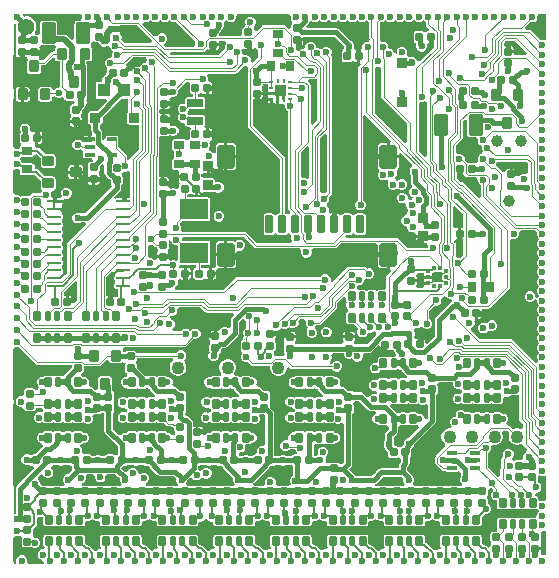
<source format=gbl>
G04*
G04 #@! TF.GenerationSoftware,Altium Limited,Altium Designer,23.8.1 (32)*
G04*
G04 Layer_Physical_Order=4*
G04 Layer_Color=9720587*
%FSLAX25Y25*%
%MOIN*%
G70*
G04*
G04 #@! TF.SameCoordinates,C49055F2-7EE0-495F-8FE0-133C3397B51E*
G04*
G04*
G04 #@! TF.FilePolarity,Positive*
G04*
G01*
G75*
%ADD14C,0.00787*%
%ADD16C,0.01968*%
%ADD17R,0.00787X0.55217*%
%ADD18R,0.00787X0.41732*%
%ADD19R,0.00787X0.07874*%
%ADD20R,0.02657X0.00787*%
%ADD21R,0.17717X0.00787*%
%ADD22R,0.19685X0.00787*%
%ADD23R,0.00787X0.08661*%
%ADD24R,0.00787X0.07972*%
%ADD25R,0.00787X0.09055*%
%ADD26R,0.00787X0.08268*%
%ADD27R,0.05512X0.00787*%
G04:AMPARAMS|DCode=28|XSize=12.6mil|YSize=31.5mil|CornerRadius=1.26mil|HoleSize=0mil|Usage=FLASHONLY|Rotation=270.000|XOffset=0mil|YOffset=0mil|HoleType=Round|Shape=RoundedRectangle|*
%AMROUNDEDRECTD28*
21,1,0.01260,0.02898,0,0,270.0*
21,1,0.01008,0.03150,0,0,270.0*
1,1,0.00252,-0.01449,-0.00504*
1,1,0.00252,-0.01449,0.00504*
1,1,0.00252,0.01449,0.00504*
1,1,0.00252,0.01449,-0.00504*
%
%ADD28ROUNDEDRECTD28*%
G04:AMPARAMS|DCode=33|XSize=27.56mil|YSize=23.62mil|CornerRadius=2.36mil|HoleSize=0mil|Usage=FLASHONLY|Rotation=180.000|XOffset=0mil|YOffset=0mil|HoleType=Round|Shape=RoundedRectangle|*
%AMROUNDEDRECTD33*
21,1,0.02756,0.01890,0,0,180.0*
21,1,0.02284,0.02362,0,0,180.0*
1,1,0.00472,-0.01142,0.00945*
1,1,0.00472,0.01142,0.00945*
1,1,0.00472,0.01142,-0.00945*
1,1,0.00472,-0.01142,-0.00945*
%
%ADD33ROUNDEDRECTD33*%
G04:AMPARAMS|DCode=34|XSize=27.56mil|YSize=23.62mil|CornerRadius=2.36mil|HoleSize=0mil|Usage=FLASHONLY|Rotation=90.000|XOffset=0mil|YOffset=0mil|HoleType=Round|Shape=RoundedRectangle|*
%AMROUNDEDRECTD34*
21,1,0.02756,0.01890,0,0,90.0*
21,1,0.02284,0.02362,0,0,90.0*
1,1,0.00472,0.00945,0.01142*
1,1,0.00472,0.00945,-0.01142*
1,1,0.00472,-0.00945,-0.01142*
1,1,0.00472,-0.00945,0.01142*
%
%ADD34ROUNDEDRECTD34*%
G04:AMPARAMS|DCode=38|XSize=35.43mil|YSize=37.4mil|CornerRadius=3.54mil|HoleSize=0mil|Usage=FLASHONLY|Rotation=180.000|XOffset=0mil|YOffset=0mil|HoleType=Round|Shape=RoundedRectangle|*
%AMROUNDEDRECTD38*
21,1,0.03543,0.03032,0,0,180.0*
21,1,0.02835,0.03740,0,0,180.0*
1,1,0.00709,-0.01417,0.01516*
1,1,0.00709,0.01417,0.01516*
1,1,0.00709,0.01417,-0.01516*
1,1,0.00709,-0.01417,-0.01516*
%
%ADD38ROUNDEDRECTD38*%
G04:AMPARAMS|DCode=39|XSize=35.43mil|YSize=37.4mil|CornerRadius=3.54mil|HoleSize=0mil|Usage=FLASHONLY|Rotation=180.000|XOffset=0mil|YOffset=0mil|HoleType=Round|Shape=RoundedRectangle|*
%AMROUNDEDRECTD39*
21,1,0.03543,0.03032,0,0,180.0*
21,1,0.02835,0.03740,0,0,180.0*
1,1,0.00709,-0.01417,0.01516*
1,1,0.00709,0.01417,0.01516*
1,1,0.00709,0.01417,-0.01516*
1,1,0.00709,-0.01417,-0.01516*
%
%ADD39ROUNDEDRECTD39*%
%ADD75C,0.01575*%
%ADD76C,0.00492*%
%ADD78C,0.02362*%
%ADD79C,0.05512*%
%ADD80C,0.04331*%
%ADD81C,0.03900*%
G04:AMPARAMS|DCode=82|XSize=25.59mil|YSize=31.5mil|CornerRadius=2.56mil|HoleSize=0mil|Usage=FLASHONLY|Rotation=180.000|XOffset=0mil|YOffset=0mil|HoleType=Round|Shape=RoundedRectangle|*
%AMROUNDEDRECTD82*
21,1,0.02559,0.02638,0,0,180.0*
21,1,0.02047,0.03150,0,0,180.0*
1,1,0.00512,-0.01024,0.01319*
1,1,0.00512,0.01024,0.01319*
1,1,0.00512,0.01024,-0.01319*
1,1,0.00512,-0.01024,-0.01319*
%
%ADD82ROUNDEDRECTD82*%
G04:AMPARAMS|DCode=83|XSize=17.72mil|YSize=31.5mil|CornerRadius=1.77mil|HoleSize=0mil|Usage=FLASHONLY|Rotation=180.000|XOffset=0mil|YOffset=0mil|HoleType=Round|Shape=RoundedRectangle|*
%AMROUNDEDRECTD83*
21,1,0.01772,0.02795,0,0,180.0*
21,1,0.01417,0.03150,0,0,180.0*
1,1,0.00354,-0.00709,0.01398*
1,1,0.00354,0.00709,0.01398*
1,1,0.00354,0.00709,-0.01398*
1,1,0.00354,-0.00709,-0.01398*
%
%ADD83ROUNDEDRECTD83*%
%ADD84R,0.01378X0.00984*%
%ADD85R,0.00984X0.01378*%
%ADD86R,0.01378X0.01476*%
%ADD87R,0.01476X0.01378*%
G04:AMPARAMS|DCode=88|XSize=35.83mil|YSize=33.47mil|CornerRadius=3.35mil|HoleSize=0mil|Usage=FLASHONLY|Rotation=270.000|XOffset=0mil|YOffset=0mil|HoleType=Round|Shape=RoundedRectangle|*
%AMROUNDEDRECTD88*
21,1,0.03583,0.02677,0,0,270.0*
21,1,0.02913,0.03347,0,0,270.0*
1,1,0.00669,-0.01339,-0.01457*
1,1,0.00669,-0.01339,0.01457*
1,1,0.00669,0.01339,0.01457*
1,1,0.00669,0.01339,-0.01457*
%
%ADD88ROUNDEDRECTD88*%
%ADD89R,0.03937X0.04331*%
G04:AMPARAMS|DCode=90|XSize=70.87mil|YSize=45.28mil|CornerRadius=4.53mil|HoleSize=0mil|Usage=FLASHONLY|Rotation=270.000|XOffset=0mil|YOffset=0mil|HoleType=Round|Shape=RoundedRectangle|*
%AMROUNDEDRECTD90*
21,1,0.07087,0.03622,0,0,270.0*
21,1,0.06181,0.04528,0,0,270.0*
1,1,0.00906,-0.01811,-0.03091*
1,1,0.00906,-0.01811,0.03091*
1,1,0.00906,0.01811,0.03091*
1,1,0.00906,0.01811,-0.03091*
%
%ADD90ROUNDEDRECTD90*%
G04:AMPARAMS|DCode=91|XSize=59.06mil|YSize=25.59mil|CornerRadius=2.56mil|HoleSize=0mil|Usage=FLASHONLY|Rotation=90.000|XOffset=0mil|YOffset=0mil|HoleType=Round|Shape=RoundedRectangle|*
%AMROUNDEDRECTD91*
21,1,0.05906,0.02047,0,0,90.0*
21,1,0.05394,0.02559,0,0,90.0*
1,1,0.00512,0.01024,0.02697*
1,1,0.00512,0.01024,-0.02697*
1,1,0.00512,-0.01024,-0.02697*
1,1,0.00512,-0.01024,0.02697*
%
%ADD91ROUNDEDRECTD91*%
G04:AMPARAMS|DCode=92|XSize=78.74mil|YSize=57.09mil|CornerRadius=5.71mil|HoleSize=0mil|Usage=FLASHONLY|Rotation=90.000|XOffset=0mil|YOffset=0mil|HoleType=Round|Shape=RoundedRectangle|*
%AMROUNDEDRECTD92*
21,1,0.07874,0.04567,0,0,90.0*
21,1,0.06732,0.05709,0,0,90.0*
1,1,0.01142,0.02284,0.03366*
1,1,0.01142,0.02284,-0.03366*
1,1,0.01142,-0.02284,-0.03366*
1,1,0.01142,-0.02284,0.03366*
%
%ADD92ROUNDEDRECTD92*%
G04:AMPARAMS|DCode=93|XSize=35.83mil|YSize=33.47mil|CornerRadius=3.35mil|HoleSize=0mil|Usage=FLASHONLY|Rotation=0.000|XOffset=0mil|YOffset=0mil|HoleType=Round|Shape=RoundedRectangle|*
%AMROUNDEDRECTD93*
21,1,0.03583,0.02677,0,0,0.0*
21,1,0.02913,0.03347,0,0,0.0*
1,1,0.00669,0.01457,-0.01339*
1,1,0.00669,-0.01457,-0.01339*
1,1,0.00669,-0.01457,0.01339*
1,1,0.00669,0.01457,0.01339*
%
%ADD93ROUNDEDRECTD93*%
%ADD94R,0.01968X0.01968*%
%ADD95R,0.09449X0.06693*%
G04:AMPARAMS|DCode=96|XSize=27.56mil|YSize=36.22mil|CornerRadius=2.76mil|HoleSize=0mil|Usage=FLASHONLY|Rotation=0.000|XOffset=0mil|YOffset=0mil|HoleType=Round|Shape=RoundedRectangle|*
%AMROUNDEDRECTD96*
21,1,0.02756,0.03071,0,0,0.0*
21,1,0.02205,0.03622,0,0,0.0*
1,1,0.00551,0.01102,-0.01535*
1,1,0.00551,-0.01102,-0.01535*
1,1,0.00551,-0.01102,0.01535*
1,1,0.00551,0.01102,0.01535*
%
%ADD96ROUNDEDRECTD96*%
G04:AMPARAMS|DCode=97|XSize=27.56mil|YSize=36.22mil|CornerRadius=2.76mil|HoleSize=0mil|Usage=FLASHONLY|Rotation=270.000|XOffset=0mil|YOffset=0mil|HoleType=Round|Shape=RoundedRectangle|*
%AMROUNDEDRECTD97*
21,1,0.02756,0.03071,0,0,270.0*
21,1,0.02205,0.03622,0,0,270.0*
1,1,0.00551,-0.01535,-0.01102*
1,1,0.00551,-0.01535,0.01102*
1,1,0.00551,0.01535,0.01102*
1,1,0.00551,0.01535,-0.01102*
%
%ADD97ROUNDEDRECTD97*%
G04:AMPARAMS|DCode=98|XSize=27.56mil|YSize=55.12mil|CornerRadius=2.76mil|HoleSize=0mil|Usage=FLASHONLY|Rotation=270.000|XOffset=0mil|YOffset=0mil|HoleType=Round|Shape=RoundedRectangle|*
%AMROUNDEDRECTD98*
21,1,0.02756,0.04961,0,0,270.0*
21,1,0.02205,0.05512,0,0,270.0*
1,1,0.00551,-0.02480,-0.01102*
1,1,0.00551,-0.02480,0.01102*
1,1,0.00551,0.02480,0.01102*
1,1,0.00551,0.02480,-0.01102*
%
%ADD98ROUNDEDRECTD98*%
G04:AMPARAMS|DCode=99|XSize=33.47mil|YSize=33.47mil|CornerRadius=3.35mil|HoleSize=0mil|Usage=FLASHONLY|Rotation=270.000|XOffset=0mil|YOffset=0mil|HoleType=Round|Shape=RoundedRectangle|*
%AMROUNDEDRECTD99*
21,1,0.03347,0.02677,0,0,270.0*
21,1,0.02677,0.03347,0,0,270.0*
1,1,0.00669,-0.01339,-0.01339*
1,1,0.00669,-0.01339,0.01339*
1,1,0.00669,0.01339,0.01339*
1,1,0.00669,0.01339,-0.01339*
%
%ADD99ROUNDEDRECTD99*%
G04:AMPARAMS|DCode=100|XSize=35.43mil|YSize=37.4mil|CornerRadius=3.54mil|HoleSize=0mil|Usage=FLASHONLY|Rotation=90.000|XOffset=0mil|YOffset=0mil|HoleType=Round|Shape=RoundedRectangle|*
%AMROUNDEDRECTD100*
21,1,0.03543,0.03032,0,0,90.0*
21,1,0.02835,0.03740,0,0,90.0*
1,1,0.00709,0.01516,0.01417*
1,1,0.00709,0.01516,-0.01417*
1,1,0.00709,-0.01516,-0.01417*
1,1,0.00709,-0.01516,0.01417*
%
%ADD100ROUNDEDRECTD100*%
G04:AMPARAMS|DCode=101|XSize=35.43mil|YSize=37.4mil|CornerRadius=3.54mil|HoleSize=0mil|Usage=FLASHONLY|Rotation=90.000|XOffset=0mil|YOffset=0mil|HoleType=Round|Shape=RoundedRectangle|*
%AMROUNDEDRECTD101*
21,1,0.03543,0.03032,0,0,90.0*
21,1,0.02835,0.03740,0,0,90.0*
1,1,0.00709,0.01516,0.01417*
1,1,0.00709,0.01516,-0.01417*
1,1,0.00709,-0.01516,-0.01417*
1,1,0.00709,-0.01516,0.01417*
%
%ADD101ROUNDEDRECTD101*%
%ADD102O,0.04961X0.00984*%
%ADD103R,0.02953X0.01968*%
G36*
X118329Y180937D02*
X118386Y180880D01*
X118537Y180818D01*
Y175690D01*
X118602Y175364D01*
X118787Y175087D01*
X118522Y174253D01*
X118463Y174213D01*
X117758D01*
X117107Y173943D01*
X116608Y173444D01*
X116339Y172793D01*
Y172229D01*
X116274Y172022D01*
X115741Y171473D01*
X115650D01*
Y169488D01*
Y167091D01*
X115805Y166716D01*
X115145Y166056D01*
X114960Y165779D01*
X114895Y165453D01*
Y121249D01*
X114744Y121187D01*
X114246Y120689D01*
X113976Y120037D01*
Y119333D01*
X114246Y118682D01*
X114744Y118183D01*
X115396Y117913D01*
X116101D01*
X116752Y118183D01*
X117250Y118682D01*
X117520Y119333D01*
Y120037D01*
X117250Y120689D01*
X116752Y121187D01*
X116601Y121249D01*
Y149419D01*
X117388Y149745D01*
X126017Y141116D01*
X125716Y140389D01*
X125493D01*
Y136331D01*
X128468D01*
Y136775D01*
X129195Y137076D01*
X132966Y133306D01*
X132855Y132407D01*
X132356Y131909D01*
X132087Y131258D01*
Y130553D01*
X132356Y129902D01*
X132465Y129794D01*
Y127362D01*
X132571Y126825D01*
X132855Y126400D01*
X132875Y126360D01*
X132747Y125503D01*
X132249Y125005D01*
X131979Y124354D01*
Y123649D01*
X132249Y122997D01*
X132747Y122499D01*
X133150Y122332D01*
X132993Y121545D01*
X132477D01*
X132174Y121419D01*
X131987Y121490D01*
X131447Y121925D01*
Y122400D01*
X131177Y123051D01*
X130679Y123549D01*
X130028Y123819D01*
X129323D01*
X128672Y123549D01*
X128173Y123051D01*
X127904Y122400D01*
Y121695D01*
X128173Y121044D01*
X128672Y120545D01*
X129323Y120276D01*
X130028D01*
X130331Y120401D01*
X130518Y120330D01*
X131058Y119896D01*
Y119421D01*
X131328Y118770D01*
X131377Y118721D01*
X131569Y117933D01*
X131442Y117627D01*
X131299Y117281D01*
Y116577D01*
X130576Y116266D01*
X130099Y116069D01*
X129601Y115570D01*
X129331Y114919D01*
Y114215D01*
X129601Y113563D01*
X130099Y113065D01*
X130572Y112869D01*
X130750Y112795D01*
X131299Y112116D01*
Y112049D01*
X131569Y111398D01*
X132067Y110900D01*
X132719Y110630D01*
X133423D01*
X134135Y110073D01*
Y109783D01*
X136417D01*
Y109291D01*
X136909D01*
Y107009D01*
X137756D01*
X137779Y107014D01*
X137928Y106887D01*
X138277Y106313D01*
X138091Y105864D01*
Y105528D01*
X131341D01*
X128429Y108440D01*
X128152Y108625D01*
X127826Y108690D01*
X110898D01*
X110524Y109477D01*
X110807Y109838D01*
X112323D01*
X112653Y109904D01*
X112933Y110091D01*
X113033Y110239D01*
X113449Y110310D01*
X113481D01*
X113897Y110239D01*
X113996Y110091D01*
X114276Y109904D01*
X114607Y109838D01*
X116654D01*
X116984Y109904D01*
X117264Y110091D01*
X117451Y110371D01*
X117517Y110701D01*
Y116095D01*
X117451Y116425D01*
X117264Y116705D01*
X116984Y116892D01*
X116654Y116958D01*
X114607D01*
X114276Y116892D01*
X113996Y116705D01*
X113897Y116556D01*
X113481Y116486D01*
X113449D01*
X113033Y116556D01*
X112933Y116705D01*
X112653Y116892D01*
X112323Y116958D01*
X110276D01*
X109946Y116892D01*
X109666Y116705D01*
X109566Y116556D01*
X109150Y116486D01*
X109118D01*
X108702Y116556D01*
X108603Y116705D01*
X108323Y116892D01*
X107992Y116958D01*
X107461D01*
Y113398D01*
X106477D01*
Y116958D01*
X105945D01*
X105650Y116899D01*
X105500Y117000D01*
X105024Y117444D01*
X105118Y117671D01*
Y118376D01*
X104849Y119027D01*
X104412Y119464D01*
X104395Y119871D01*
X104456Y120334D01*
X104605Y120396D01*
X105103Y120894D01*
X105373Y121545D01*
Y122250D01*
X105311Y122400D01*
X105918Y123008D01*
X106103Y123285D01*
X106168Y123611D01*
Y169179D01*
X106103Y169505D01*
X105918Y169782D01*
X105892Y169808D01*
X106102Y170317D01*
Y171022D01*
X105833Y171673D01*
X105334Y172171D01*
X104683Y172441D01*
X103978D01*
X103327Y172171D01*
X103041Y171885D01*
X102185Y171777D01*
X101534Y172047D01*
X100927D01*
Y172639D01*
X100658Y173290D01*
X100159Y173789D01*
X99508Y174058D01*
X98803D01*
X98152Y173789D01*
X97654Y173290D01*
X97384Y172639D01*
Y172422D01*
X97054Y171843D01*
X96657Y171732D01*
X96287D01*
X95636Y171463D01*
X95175Y171002D01*
X94953Y171048D01*
X94429Y171285D01*
Y171807D01*
X94255Y172228D01*
X94553Y172852D01*
X94715Y173015D01*
X95827D01*
X96149Y173080D01*
X96423Y173262D01*
X96606Y173536D01*
X96670Y173858D01*
Y174311D01*
X94685D01*
Y175295D01*
X96670D01*
Y175748D01*
X96761Y175859D01*
X107109D01*
X110106Y172862D01*
Y172388D01*
X110180Y172207D01*
X109959Y171410D01*
X109953Y171409D01*
X109680Y171226D01*
X109497Y170952D01*
X109433Y170630D01*
Y168347D01*
X109497Y168024D01*
X109680Y167750D01*
X109953Y167568D01*
X110276Y167503D01*
X112165D01*
X112488Y167568D01*
X112748Y167741D01*
X112770Y167750D01*
X113608D01*
X113630Y167741D01*
X113890Y167568D01*
X114213Y167503D01*
X114665D01*
Y169488D01*
Y171473D01*
X114213D01*
X114114Y171453D01*
X113607Y171920D01*
X113520Y172077D01*
X113649Y172388D01*
Y173093D01*
X113379Y173744D01*
X112881Y174242D01*
X112572Y174370D01*
X108685Y178257D01*
X108229Y178562D01*
X107691Y178669D01*
X97911D01*
X97586Y179318D01*
X97579Y179347D01*
X97576Y179456D01*
X98185Y180066D01*
X98490Y180522D01*
X98530Y180725D01*
X99310Y181010D01*
X99337Y181008D01*
X99432Y180937D01*
X99489Y180880D01*
X100140Y180610D01*
X100845D01*
X101496Y180880D01*
X101552Y180937D01*
X102067Y181324D01*
X102581Y180937D01*
X102638Y180880D01*
X103289Y180610D01*
X103994D01*
X104645Y180880D01*
X104702Y180937D01*
X105217Y181324D01*
X105731Y180937D01*
X105788Y180880D01*
X106439Y180610D01*
X107144D01*
X107795Y180880D01*
X107852Y180937D01*
X108366Y181324D01*
X108881Y180937D01*
X108937Y180880D01*
X109589Y180610D01*
X110293D01*
X110944Y180880D01*
X111001Y180937D01*
X111516Y181324D01*
X112030Y180937D01*
X112087Y180880D01*
X112738Y180610D01*
X113443D01*
X114094Y180880D01*
X114151Y180937D01*
X114665Y181324D01*
X115180Y180937D01*
X115237Y180880D01*
X115888Y180610D01*
X116593D01*
X117244Y180880D01*
X117301Y180937D01*
X117815Y181324D01*
X118329Y180937D01*
D02*
G37*
G36*
X177559Y175214D02*
X176772Y174688D01*
X176730Y174705D01*
X176026D01*
X175875Y174642D01*
X172537Y177980D01*
X172261Y178165D01*
X171934Y178230D01*
X171016D01*
X170715Y178957D01*
X172430Y180673D01*
X172581Y180610D01*
X173285D01*
X173937Y180880D01*
X174435Y181378D01*
X174705Y182029D01*
Y182734D01*
X174688Y182776D01*
X175214Y183563D01*
X177559D01*
Y175214D01*
D02*
G37*
G36*
X127778Y180937D02*
X127835Y180880D01*
X128486Y180610D01*
X129191D01*
X129842Y180880D01*
X129899Y180937D01*
X130413Y181324D01*
X130928Y180937D01*
X130985Y180880D01*
X131636Y180610D01*
X132341D01*
X132992Y180880D01*
X133049Y180937D01*
X133563Y181324D01*
X134077Y180937D01*
X134134Y180880D01*
X134785Y180610D01*
X135490D01*
X136141Y180880D01*
X136198Y180937D01*
X136713Y181324D01*
X137227Y180937D01*
X137284Y180880D01*
X137434Y180818D01*
Y180138D01*
X137499Y179812D01*
X137684Y179535D01*
X138719Y178500D01*
X138418Y177772D01*
X138228D01*
X137906Y177708D01*
X137646Y177534D01*
X137624Y177525D01*
X136786D01*
X136764Y177534D01*
X136504Y177708D01*
X136181Y177772D01*
X134291D01*
X133969Y177708D01*
X133695Y177525D01*
X133513Y177252D01*
X133448Y176929D01*
Y174646D01*
X133513Y174323D01*
X133695Y174050D01*
X133969Y173867D01*
X134225Y173816D01*
Y173407D01*
X134332Y172870D01*
X134385Y172790D01*
Y172315D01*
X134655Y171664D01*
X135153Y171166D01*
X135804Y170896D01*
X136509D01*
X137161Y171166D01*
X137659Y171664D01*
X137929Y172315D01*
Y173020D01*
X137911Y173063D01*
X138029Y173338D01*
X138457Y173803D01*
X138681D01*
Y175787D01*
X139665D01*
Y173803D01*
X140118D01*
X140240Y173703D01*
Y172393D01*
X135433Y167587D01*
X135139Y167620D01*
X134576Y167843D01*
X134376Y168326D01*
X133878Y168825D01*
X133227Y169095D01*
X132522D01*
X132511Y169090D01*
X131785Y168953D01*
X131726Y169007D01*
X131533Y169250D01*
X131268Y169427D01*
X131228Y169464D01*
X131299Y170238D01*
Y170943D01*
X131030Y171594D01*
X130531Y172092D01*
X129880Y172362D01*
X129175D01*
X128524Y172092D01*
X128026Y171594D01*
X127756Y170943D01*
Y170238D01*
X127761Y170189D01*
X127756Y170185D01*
X127415Y170292D01*
X126917Y170556D01*
X126699Y171082D01*
X126200Y171581D01*
X125724Y171778D01*
X125000Y172089D01*
Y172793D01*
X124730Y173444D01*
X124232Y173943D01*
X123581Y174213D01*
X122876D01*
X122162Y174769D01*
Y180545D01*
X122228Y180610D01*
X122892D01*
X123543Y180880D01*
X123600Y180937D01*
X124114Y181324D01*
X124629Y180937D01*
X124685Y180880D01*
X125337Y180610D01*
X126041D01*
X126693Y180880D01*
X126749Y180937D01*
X127264Y181324D01*
X127778Y180937D01*
D02*
G37*
G36*
X46282D02*
X46339Y180880D01*
X46990Y180610D01*
X47695D01*
X48346Y180880D01*
X48403Y180937D01*
X48917Y181324D01*
X49432Y180937D01*
X49489Y180880D01*
X50140Y180610D01*
X50845D01*
X51496Y180880D01*
X51553Y180937D01*
X52067Y181324D01*
X52581Y180937D01*
X52638Y180880D01*
X53289Y180610D01*
X53994D01*
X54142Y180672D01*
X60735Y174079D01*
X60672Y173925D01*
Y173221D01*
X60115Y172506D01*
X50974D01*
X50351Y173194D01*
X50413Y173695D01*
X50911Y174193D01*
X51181Y174845D01*
Y175549D01*
X50911Y176200D01*
X50413Y176699D01*
X49762Y176969D01*
X49057D01*
X48406Y176699D01*
X47908Y176200D01*
X47009Y176089D01*
X42987Y180112D01*
X43433Y180779D01*
X43841Y180610D01*
X44545D01*
X45197Y180880D01*
X45253Y180937D01*
X45768Y181324D01*
X46282Y180937D01*
D02*
G37*
G36*
X92438Y182776D02*
X92421Y182734D01*
Y182029D01*
X92691Y181378D01*
X92923Y181146D01*
X92946Y180334D01*
X92872Y180168D01*
X92765Y180008D01*
X92700Y179685D01*
Y178651D01*
X91913Y178325D01*
X90747Y179491D01*
X90471Y179676D01*
X90144Y179741D01*
X83337D01*
X83010Y179676D01*
X82734Y179491D01*
X81059Y177816D01*
X80331Y178117D01*
Y178307D01*
X80267Y178630D01*
X80119Y178969D01*
X80455Y179602D01*
X80528Y179674D01*
X80798Y180325D01*
Y181030D01*
X80528Y181682D01*
X80029Y182180D01*
X79378Y182449D01*
X78673D01*
X78022Y182180D01*
X77524Y181682D01*
X77254Y181030D01*
Y180325D01*
X77415Y179937D01*
X77330Y179620D01*
X77125Y179252D01*
X76987Y179107D01*
X76882Y179086D01*
X76609Y178903D01*
X76426Y178630D01*
X76362Y178307D01*
Y176417D01*
X75622Y176099D01*
X68620D01*
X68520Y176220D01*
Y176966D01*
X69347Y177793D01*
X69651Y178249D01*
X69667Y178326D01*
X70006Y178665D01*
X70276Y179316D01*
Y180021D01*
X70260Y180060D01*
X70391Y180865D01*
X71052Y181258D01*
X71479Y180937D01*
X71536Y180880D01*
X72187Y180610D01*
X72892D01*
X73543Y180880D01*
X74041Y181378D01*
X74311Y182029D01*
Y182734D01*
X74294Y182776D01*
X74820Y183563D01*
X91912D01*
X92438Y182776D01*
D02*
G37*
G36*
X23049D02*
X23031Y182734D01*
Y182029D01*
X23040Y182009D01*
X22514Y181221D01*
X21417D01*
X21010Y181140D01*
X20665Y180910D01*
X20435Y180564D01*
X20354Y180157D01*
Y174990D01*
X19566Y174664D01*
X18163Y176067D01*
X17642Y176415D01*
X17028Y176537D01*
X17028Y176537D01*
X14686D01*
Y180157D01*
X14605Y180564D01*
X14374Y180910D01*
X14029Y181140D01*
X13622Y181221D01*
X10000D01*
X9593Y181140D01*
X9248Y180910D01*
X9017Y180564D01*
X8936Y180157D01*
Y176986D01*
X8753Y176811D01*
X8149Y176469D01*
X8032Y176493D01*
X7437D01*
X7188Y176891D01*
X7068Y177280D01*
X7449Y177941D01*
X7677Y178792D01*
Y179673D01*
X7449Y180524D01*
X7009Y181287D01*
X6385Y181910D01*
X5622Y182351D01*
X4771Y182579D01*
X3890D01*
X3721Y182533D01*
X3710Y182540D01*
X3622Y182776D01*
X4170Y183563D01*
X22523D01*
X23049Y182776D01*
D02*
G37*
G36*
X46320Y174366D02*
X46018Y173638D01*
X37342D01*
X36002Y174979D01*
X36064Y175130D01*
Y175835D01*
X35794Y176486D01*
X35744Y176536D01*
X35630Y176772D01*
Y179585D01*
X41101D01*
X46320Y174366D01*
D02*
G37*
G36*
X78838Y171637D02*
X79488D01*
X79811Y171701D01*
X80084Y171884D01*
X80105Y171915D01*
X80462Y171977D01*
X80899Y171979D01*
X81003Y171950D01*
X81399Y171554D01*
X81549Y171492D01*
Y168934D01*
X79852Y167237D01*
X79321Y167477D01*
X79134Y167633D01*
Y168266D01*
X78864Y168917D01*
X78366Y169415D01*
X77715Y169685D01*
X77010D01*
X76771Y169586D01*
X76168Y170189D01*
X76186Y170231D01*
Y170936D01*
X75982Y171428D01*
X76609Y171884D01*
X76882Y171701D01*
X77205Y171637D01*
X77854D01*
Y173425D01*
X78838D01*
Y171637D01*
D02*
G37*
G36*
X70896Y173606D02*
X70833Y173543D01*
X70563Y172892D01*
Y172187D01*
X70626Y172036D01*
X68389Y169800D01*
X52372D01*
X52221Y170013D01*
X52627Y170800D01*
X63238D01*
X63565Y170865D01*
X63841Y171050D01*
X64507Y171716D01*
X64798Y171687D01*
X65071Y171504D01*
X65394Y171440D01*
X66043D01*
Y173228D01*
X66535D01*
Y173720D01*
X68520D01*
Y174173D01*
X68700Y174393D01*
X70569D01*
X70896Y173606D01*
D02*
G37*
G36*
X171373Y170433D02*
X171039Y169753D01*
X170991Y169701D01*
X166929D01*
X166749Y169921D01*
Y170374D01*
X164764D01*
Y170866D01*
X164272D01*
Y172654D01*
X163622D01*
X163501Y172754D01*
Y173670D01*
X164386Y174555D01*
X167250D01*
X171373Y170433D01*
D02*
G37*
G36*
X9479Y173070D02*
X9593Y172994D01*
X10000Y172913D01*
X13622D01*
X13801Y172948D01*
X14115Y172481D01*
X14197Y172231D01*
X14031Y171983D01*
X13958Y171614D01*
Y170951D01*
X13176D01*
X12850Y170887D01*
X12573Y170702D01*
X9919Y168048D01*
X9038D01*
X8988Y168122D01*
X8676Y168331D01*
X8615Y168343D01*
X8581Y168433D01*
X8531Y169162D01*
X8628Y169227D01*
X8810Y169500D01*
X8874Y169823D01*
Y170276D01*
X6890D01*
Y171260D01*
X8874D01*
Y171713D01*
X8810Y172035D01*
X8637Y172295D01*
X8628Y172317D01*
Y172372D01*
X9415Y173077D01*
X9479Y173070D01*
D02*
G37*
G36*
X44384Y168605D02*
X44539Y168192D01*
X44307Y167633D01*
Y167118D01*
X43628D01*
X42977Y166848D01*
X42478Y166349D01*
X42254Y165808D01*
X41689Y166042D01*
X40984D01*
X40333Y165773D01*
X39834Y165274D01*
X39565Y164623D01*
X38796Y164668D01*
Y165020D01*
X38732Y165342D01*
X38549Y165616D01*
X38275Y165798D01*
X37953Y165863D01*
X37860D01*
X37534Y166650D01*
X39863Y168980D01*
X44159D01*
X44384Y168605D01*
D02*
G37*
G36*
X26904Y174345D02*
X27177Y174162D01*
X27500Y174098D01*
X28314D01*
X28582Y173830D01*
X28813Y173273D01*
X29311Y172774D01*
X29963Y172504D01*
X30667D01*
X31319Y172774D01*
X31331Y172786D01*
X31496Y172819D01*
X32116Y172463D01*
X32283Y172294D01*
Y172285D01*
X32553Y171634D01*
X32765Y171423D01*
X33144Y170689D01*
X32874Y170037D01*
Y169428D01*
X32830Y169285D01*
X32283Y168701D01*
X31944D01*
X31292Y168431D01*
X30794Y167933D01*
X30524Y167281D01*
Y166577D01*
X30794Y165926D01*
X31292Y165427D01*
X31326Y165413D01*
X31347Y165342D01*
X31283Y165020D01*
Y163880D01*
X31021Y163618D01*
X30835Y163493D01*
X30457Y163115D01*
X30152Y162660D01*
X30128Y162539D01*
X29940Y162351D01*
X29670Y161700D01*
Y160995D01*
X29492Y160728D01*
X27559D01*
Y155217D01*
X30862D01*
X31164Y154489D01*
X27775Y151101D01*
X25906D01*
X25545Y151029D01*
X25238Y150824D01*
X25034Y150519D01*
X24962Y150157D01*
Y147480D01*
X25034Y147119D01*
X25238Y146813D01*
X25545Y146609D01*
X25906Y146537D01*
X25957D01*
Y144665D01*
X26064Y144128D01*
X26369Y143672D01*
X26385Y143656D01*
X26059Y142868D01*
X25886D01*
Y141634D01*
X24902D01*
Y142868D01*
X23945D01*
X23665Y142813D01*
X23428Y142654D01*
X23270Y142417D01*
X23214Y142138D01*
Y141711D01*
X22427Y141385D01*
X22405Y141406D01*
X21754Y141676D01*
X21049D01*
X20398Y141406D01*
X19900Y140908D01*
X19630Y140257D01*
Y139552D01*
X19900Y138901D01*
X20398Y138403D01*
X21049Y138133D01*
X21754D01*
X22302Y138360D01*
X22411Y138287D01*
X22737Y138222D01*
X22860D01*
X23318Y137551D01*
X23270Y137299D01*
X23257Y137235D01*
X23214Y137020D01*
Y136012D01*
X23270Y135732D01*
X23428Y135495D01*
X23665Y135337D01*
X23945Y135281D01*
X26277D01*
X26615Y134531D01*
X26254Y134071D01*
X25630D01*
X25307Y134007D01*
X25034Y133824D01*
X24851Y133551D01*
X24787Y133228D01*
Y131339D01*
X24851Y131016D01*
X25025Y130756D01*
X25034Y130734D01*
Y129896D01*
X25025Y129874D01*
X24851Y129614D01*
X24787Y129291D01*
Y128839D01*
X26772D01*
X28756D01*
Y129291D01*
X28692Y129614D01*
X28519Y129874D01*
X28510Y129896D01*
Y130734D01*
X28519Y130756D01*
X28692Y131016D01*
X28756Y131339D01*
Y132426D01*
X29588Y133258D01*
X29726D01*
X30386Y132679D01*
Y130514D01*
X30493Y129976D01*
X30798Y129520D01*
X31686Y128632D01*
X31976Y128438D01*
X32464Y127951D01*
Y127205D01*
X32528Y126882D01*
X32711Y126609D01*
X32787Y125768D01*
X32766Y125697D01*
X23978Y116910D01*
X22331D01*
X21809Y117126D01*
X21104D01*
X20453Y116856D01*
X19955Y116358D01*
X19685Y115707D01*
Y115002D01*
X19955Y114351D01*
X20453Y113852D01*
X21104Y113583D01*
X21809D01*
X22460Y113852D01*
X22708Y114100D01*
X23830D01*
X24156Y113313D01*
X18147Y107304D01*
X17962Y107027D01*
X17897Y106701D01*
Y97127D01*
X17077Y96307D01*
X16724Y96434D01*
X16627Y96642D01*
X16509Y97329D01*
X16630Y97511D01*
X16714Y97933D01*
X16630Y98356D01*
X16391Y98714D01*
X16299Y98775D01*
X16289Y98800D01*
Y99625D01*
X16299Y99650D01*
X16391Y99712D01*
X16630Y100070D01*
X16714Y100492D01*
X16630Y100915D01*
X16391Y101273D01*
X16299Y101334D01*
X16289Y101359D01*
Y102184D01*
X16299Y102209D01*
X16391Y102271D01*
X16630Y102629D01*
X16714Y103051D01*
X16630Y103474D01*
X16391Y103832D01*
X16299Y103893D01*
X16289Y103919D01*
Y104743D01*
X16299Y104768D01*
X16391Y104830D01*
X16630Y105188D01*
X16714Y105610D01*
X16630Y106033D01*
X16391Y106391D01*
X16299Y106452D01*
X16289Y106477D01*
Y107302D01*
X16299Y107327D01*
X16391Y107389D01*
X16630Y107747D01*
X16714Y108169D01*
X16630Y108592D01*
X16391Y108950D01*
X16299Y109011D01*
X16289Y109037D01*
Y109861D01*
X16299Y109886D01*
X16391Y109948D01*
X16630Y110306D01*
X16714Y110728D01*
X16630Y111151D01*
X16391Y111509D01*
X16299Y111570D01*
X16289Y111596D01*
Y112420D01*
X16299Y112445D01*
X16391Y112507D01*
X16630Y112865D01*
X16714Y113287D01*
X16630Y113710D01*
X16391Y114068D01*
X16299Y114129D01*
X16289Y114155D01*
Y114979D01*
X16299Y115004D01*
X16391Y115066D01*
X16630Y115424D01*
X16714Y115847D01*
X16630Y116269D01*
X16391Y116627D01*
X16299Y116689D01*
X16289Y116714D01*
Y117538D01*
X16299Y117563D01*
X16391Y117625D01*
X16584Y117913D01*
X13622D01*
Y118898D01*
X16584D01*
X16391Y119186D01*
X16299Y119248D01*
X16289Y119273D01*
Y120097D01*
X16299Y120123D01*
X16391Y120184D01*
X16584Y120472D01*
X13622D01*
Y120965D01*
X13130D01*
Y122068D01*
X13116D01*
X12590Y122856D01*
X12598Y122876D01*
Y123581D01*
X12523Y123763D01*
X13039Y124551D01*
X13131D01*
X13499Y124624D01*
X13812Y124833D01*
X14021Y125145D01*
X14094Y125514D01*
Y128349D01*
X14021Y128717D01*
X13812Y129030D01*
X13499Y129239D01*
X13131Y129312D01*
X10555D01*
X8426Y131441D01*
X8101Y131658D01*
X7717Y131735D01*
X7143D01*
Y132697D01*
X7076Y133035D01*
X6884Y133321D01*
X6598Y133513D01*
X6260Y133580D01*
X3752D01*
X3740Y133582D01*
X3007D01*
X2953Y133637D01*
Y133915D01*
X2683Y134567D01*
X2626Y134623D01*
X2239Y135138D01*
X2626Y135652D01*
X2683Y135709D01*
X2785Y135955D01*
X2851Y135976D01*
X3189Y135908D01*
X6260D01*
X6598Y135976D01*
X6884Y136167D01*
X7037Y136395D01*
X7183Y136472D01*
X7908Y136601D01*
X9136Y135373D01*
Y132994D01*
X9209Y132626D01*
X9418Y132313D01*
X9730Y132104D01*
X10099Y132031D01*
X13131D01*
X13499Y132104D01*
X13812Y132313D01*
X14021Y132626D01*
X14094Y132994D01*
Y135829D01*
X14021Y136198D01*
X13812Y136510D01*
X13499Y136719D01*
X13131Y136792D01*
X10555D01*
X8744Y138603D01*
X8418Y138821D01*
X8034Y138897D01*
X7477D01*
X7125Y139544D01*
X7382Y140025D01*
Y142224D01*
Y144209D01*
X6929D01*
X6607Y144145D01*
X6347Y143971D01*
X6325Y143962D01*
X6244D01*
X5711Y144724D01*
X5709Y144750D01*
Y145431D01*
X5439Y146082D01*
X4941Y146581D01*
X4290Y146850D01*
X3585D01*
X2933Y146581D01*
X2435Y146082D01*
X2165Y145431D01*
Y144726D01*
X2435Y144075D01*
X2426Y143982D01*
X2396Y143962D01*
X2213Y143689D01*
X2149Y143366D01*
Y141083D01*
X2213Y140760D01*
X2396Y140487D01*
X2423Y140469D01*
X2548Y139723D01*
X2509Y139536D01*
X2373Y139334D01*
X2310Y139015D01*
X2306Y138996D01*
X1534Y138484D01*
X829D01*
X787Y138467D01*
X0Y138993D01*
Y154987D01*
X787Y155064D01*
X842Y154789D01*
X1051Y154476D01*
X1364Y154267D01*
X1732Y154194D01*
X2657D01*
Y156673D01*
Y159152D01*
X1732D01*
X1364Y159079D01*
X1051Y158870D01*
X842Y158558D01*
X787Y158282D01*
X0Y158360D01*
Y169664D01*
X787Y169741D01*
X835Y169500D01*
X1018Y169227D01*
X1292Y169044D01*
X1614Y168980D01*
X2264D01*
Y170768D01*
X3248D01*
Y168980D01*
X3898D01*
X4220Y169044D01*
X4307Y169102D01*
X4461Y169195D01*
X4571Y169164D01*
X4722Y168997D01*
X4791Y168122D01*
X4582Y167810D01*
X4509Y167441D01*
Y164409D01*
X4582Y164041D01*
X4791Y163728D01*
X5104Y163519D01*
X5472Y163446D01*
X8307D01*
X8676Y163519D01*
X8988Y163728D01*
X9197Y164041D01*
X9270Y164409D01*
Y166342D01*
X10273D01*
X10599Y166407D01*
X10876Y166592D01*
X13171Y168886D01*
X13905Y168603D01*
X13962Y168564D01*
X14031Y168214D01*
X14240Y167901D01*
X14553Y167693D01*
X14921Y167619D01*
X15486D01*
Y159586D01*
X15486Y159099D01*
X14805Y158858D01*
X14154Y158589D01*
X13785Y158220D01*
X13627Y158213D01*
X13220Y158302D01*
X12963Y158427D01*
X12937Y158558D01*
X12728Y158870D01*
X12416Y159079D01*
X12047Y159152D01*
X9213D01*
X8844Y159079D01*
X8531Y158870D01*
X8322Y158558D01*
X8249Y158189D01*
Y155157D01*
X8322Y154789D01*
X8531Y154476D01*
X8844Y154267D01*
X9213Y154194D01*
X12047D01*
X12416Y154267D01*
X12728Y154476D01*
X12937Y154789D01*
X13011Y155157D01*
Y155699D01*
X13128Y155769D01*
X13798Y155941D01*
X14154Y155585D01*
X14805Y155315D01*
X15510D01*
X16161Y155585D01*
X16167Y155591D01*
X16748Y155418D01*
X16970Y155280D01*
X17019Y155033D01*
X17202Y154760D01*
X17475Y154577D01*
X17798Y154513D01*
X19688D01*
X19836Y154543D01*
X20516Y154166D01*
X20624Y154079D01*
X20640Y153963D01*
X20145Y153363D01*
X19725D01*
X19402Y153298D01*
X19128Y153116D01*
X18946Y152842D01*
X18881Y152520D01*
Y150630D01*
X18946Y150307D01*
X19119Y150048D01*
X19128Y150025D01*
Y149187D01*
X19119Y149165D01*
X18946Y148905D01*
X18881Y148583D01*
Y148130D01*
X22851D01*
Y148583D01*
X22787Y148905D01*
X22613Y149165D01*
X22604Y149187D01*
Y150025D01*
X22613Y150048D01*
X22787Y150307D01*
X22851Y150630D01*
Y151376D01*
X23481Y152006D01*
X23785Y152461D01*
X23863Y152854D01*
X24140Y153130D01*
X24409Y153781D01*
Y154486D01*
X24267Y154830D01*
X24403Y155033D01*
X24467Y155356D01*
Y156837D01*
X24478Y156891D01*
Y158370D01*
X24535Y158654D01*
Y166142D01*
X24428Y166679D01*
X24326Y166832D01*
X24499Y167619D01*
X25236D01*
X25605Y167693D01*
X25917Y167901D01*
X26126Y168214D01*
X26200Y168583D01*
Y171614D01*
X26126Y171983D01*
X25917Y172295D01*
X25860Y172334D01*
X25778Y173171D01*
X25792Y173224D01*
X26022Y173569D01*
X26103Y173976D01*
Y174126D01*
X26891Y174365D01*
X26904Y174345D01*
D02*
G37*
G36*
X77010Y166142D02*
X77686D01*
X77794Y166034D01*
X78198Y165491D01*
X78133Y165165D01*
Y145964D01*
X78198Y145638D01*
X78383Y145361D01*
X88793Y134951D01*
Y116958D01*
X88622D01*
X88292Y116892D01*
X88012Y116705D01*
X87913Y116556D01*
X87497Y116486D01*
X87465D01*
X87048Y116556D01*
X86949Y116705D01*
X86669Y116892D01*
X86339Y116958D01*
X84292D01*
X83961Y116892D01*
X83681Y116705D01*
X83494Y116425D01*
X83429Y116095D01*
Y110701D01*
X83494Y110371D01*
X83681Y110091D01*
X83961Y109904D01*
X84292Y109838D01*
X86339D01*
X86669Y109904D01*
X86949Y110091D01*
X87048Y110239D01*
X87465Y110310D01*
X87497D01*
X87913Y110239D01*
X88012Y110091D01*
X88292Y109904D01*
X88622Y109838D01*
X90670D01*
X91000Y109904D01*
X91280Y110091D01*
X91379Y110239D01*
X91795Y110310D01*
X91827D01*
X92244Y110239D01*
X92343Y110091D01*
X92623Y109904D01*
X92717Y109124D01*
Y108419D01*
X92986Y107768D01*
X92636Y107005D01*
X81324D01*
X77686Y110643D01*
X77409Y110828D01*
X77083Y110892D01*
X56347D01*
X55821Y111680D01*
X55890Y111846D01*
Y112550D01*
X55620Y113201D01*
X55830Y114072D01*
X56128Y114370D01*
X65552D01*
Y122244D01*
X57940D01*
Y123212D01*
X58032D01*
X58354Y123276D01*
X58614Y123450D01*
X58636Y123459D01*
X59474D01*
X59497Y123450D01*
X59756Y123276D01*
X60079Y123212D01*
X60532D01*
Y125197D01*
X61516D01*
Y123212D01*
X61969D01*
X62291Y123276D01*
X62565Y123459D01*
X62748Y123732D01*
X63134Y124090D01*
X63599Y124140D01*
X63622Y124135D01*
X66299D01*
X66660Y124207D01*
X66853Y124336D01*
X67056D01*
X67304Y124089D01*
X67955Y123819D01*
X68660D01*
X69311Y124089D01*
X69809Y124587D01*
X70079Y125238D01*
Y125943D01*
X69809Y126594D01*
X69311Y127093D01*
X68660Y127362D01*
X67955D01*
X67712Y127497D01*
X67213Y127907D01*
X67171Y128117D01*
X66966Y128423D01*
X66660Y128627D01*
X66299Y128699D01*
X63622D01*
X63402Y128655D01*
X62882Y128929D01*
X62615Y129142D01*
Y129913D01*
X62951Y130181D01*
X63315Y130392D01*
X63382Y130404D01*
X63622Y130356D01*
X64469D01*
Y132638D01*
X65453D01*
Y130356D01*
X66299D01*
X66660Y130428D01*
X66966Y130632D01*
X67171Y130938D01*
X67207Y131120D01*
X67225Y131137D01*
X67716Y131387D01*
X68030Y131445D01*
X68130Y131378D01*
X68583Y131288D01*
X70374D01*
Y135839D01*
Y140389D01*
X68583D01*
X68130Y140299D01*
X67746Y140042D01*
X67489Y139658D01*
X67399Y139205D01*
Y137326D01*
X67070Y137165D01*
X66611Y137085D01*
X66210Y137486D01*
X65559Y137756D01*
X65391D01*
X65065Y138543D01*
X65281Y138760D01*
X65551Y139411D01*
Y140116D01*
X65378Y140535D01*
X65415Y140756D01*
X65627Y141185D01*
X65786Y141377D01*
X65834Y141386D01*
X66108Y141569D01*
X66291Y141843D01*
X66355Y142165D01*
Y142815D01*
X64567D01*
Y143307D01*
X64075D01*
Y145292D01*
X63931D01*
X63692Y146079D01*
X63735Y146108D01*
X63926Y146394D01*
X63993Y146732D01*
Y148937D01*
X63926Y149275D01*
X63735Y149561D01*
X63448Y149753D01*
X63110Y149820D01*
X58360D01*
X57891Y150464D01*
X58195Y150768D01*
X58465Y151419D01*
Y151755D01*
X63110D01*
X63448Y151822D01*
X63735Y152013D01*
X63926Y152300D01*
X63993Y152638D01*
Y154842D01*
X63926Y155180D01*
X63735Y155467D01*
X63448Y155658D01*
X63110Y155726D01*
X61483D01*
Y156677D01*
X61575D01*
X61897Y156741D01*
X62157Y156914D01*
X62179Y156924D01*
X63017D01*
X63040Y156914D01*
X63299Y156741D01*
X63622Y156677D01*
X64075D01*
Y158661D01*
X64567D01*
Y159153D01*
X66355D01*
Y159803D01*
X66291Y160126D01*
X66108Y160399D01*
X65834Y160582D01*
X65512Y160646D01*
X64950Y161308D01*
Y162013D01*
X64680Y162664D01*
X64565Y162779D01*
X64891Y163566D01*
X73868D01*
X74195Y163631D01*
X74471Y163816D01*
X76859Y166204D01*
X77010Y166142D01*
D02*
G37*
G36*
X58450Y160758D02*
X58789Y160288D01*
X58885Y160020D01*
X58842Y159803D01*
Y157520D01*
X58906Y157197D01*
X59089Y156924D01*
X59362Y156741D01*
X59685Y156677D01*
X59777D01*
Y155726D01*
X58150D01*
X57812Y155658D01*
X57525Y155467D01*
X57334Y155180D01*
X57266Y154842D01*
Y153691D01*
X57045Y153543D01*
X56341D01*
X55689Y153274D01*
X55191Y152775D01*
X54921Y152124D01*
Y151419D01*
X55191Y150768D01*
X55615Y150345D01*
X55191Y149921D01*
X54921Y149270D01*
Y148565D01*
X55191Y147914D01*
X55689Y147415D01*
X56341Y147146D01*
X57045D01*
X57329Y146418D01*
X57334Y146394D01*
X57525Y146108D01*
X57812Y145916D01*
X58150Y145849D01*
X58875D01*
X59114Y145062D01*
X59089Y145045D01*
X58906Y144771D01*
X58842Y144449D01*
Y142165D01*
X58560Y141682D01*
X58342Y141536D01*
X58249Y141491D01*
X57499D01*
X57406Y141536D01*
X57188Y141682D01*
X56850Y141749D01*
X53780D01*
X53442Y141682D01*
X53155Y141491D01*
X52964Y141204D01*
X52896Y140866D01*
Y138661D01*
X52964Y138323D01*
X53155Y138037D01*
X53442Y137846D01*
X53565Y137018D01*
X53543Y136967D01*
Y136262D01*
X53565Y136210D01*
X53442Y135383D01*
X53155Y135191D01*
X52964Y134905D01*
X52896Y134567D01*
Y132362D01*
X52964Y132024D01*
X53155Y131738D01*
X53442Y131546D01*
X53780Y131479D01*
X54880D01*
X55007Y131314D01*
X55229Y130692D01*
X55166Y130598D01*
X55102Y130276D01*
Y129626D01*
X56890D01*
Y128642D01*
X55102D01*
Y127992D01*
X55166Y127670D01*
X55349Y127396D01*
X55520Y126995D01*
X55363Y126661D01*
X55299Y126339D01*
Y125289D01*
X54512Y124962D01*
X54350Y125124D01*
X53699Y125394D01*
X52994D01*
X52518Y125196D01*
X52090Y125321D01*
X51724Y126095D01*
X51788Y126417D01*
Y126870D01*
X49804D01*
Y127362D01*
X49311D01*
Y129150D01*
X48662D01*
X48540Y129250D01*
Y135713D01*
X48623Y135837D01*
X48688Y136163D01*
Y141971D01*
X49055Y142700D01*
X51339D01*
X51661Y142764D01*
X51935Y142947D01*
X52313Y142922D01*
X52964Y142653D01*
X53669D01*
X54320Y142922D01*
X54819Y143421D01*
X55088Y144072D01*
Y144777D01*
X54819Y145428D01*
X54320Y145926D01*
X53669Y146196D01*
X52964D01*
X52722Y146096D01*
X52372Y146309D01*
X52117Y147158D01*
X52182Y147480D01*
Y147933D01*
X50197D01*
Y148425D01*
X49705D01*
Y150213D01*
X49055D01*
X48688Y150943D01*
Y151026D01*
X49055Y151755D01*
X49705D01*
Y153543D01*
X50197D01*
Y154035D01*
X52182D01*
Y154488D01*
X52117Y154811D01*
X51944Y155070D01*
X51935Y155093D01*
Y155214D01*
X52722Y155740D01*
X52797Y155709D01*
X53502D01*
X54153Y155978D01*
X54652Y156477D01*
X54921Y157128D01*
Y157833D01*
X54859Y157983D01*
X57670Y160794D01*
X58450Y160758D01*
D02*
G37*
G36*
X84744Y157776D02*
Y157382D01*
X86024D01*
X87303D01*
Y157776D01*
Y159744D01*
X91043D01*
Y157776D01*
Y156004D01*
X90650D01*
Y154724D01*
X89665D01*
Y156004D01*
X88681D01*
Y154724D01*
Y153445D01*
X90326D01*
X90551Y153108D01*
Y152403D01*
X90821Y151752D01*
X91319Y151254D01*
X91470Y151192D01*
Y118812D01*
X91535Y118485D01*
X91720Y118209D01*
X92213Y117715D01*
X92159Y116872D01*
X92070Y116811D01*
X91280Y116705D01*
X91000Y116892D01*
X90670Y116958D01*
X90499D01*
Y135304D01*
X90434Y135631D01*
X90249Y135908D01*
X79839Y146318D01*
Y155002D01*
X79961Y155102D01*
X80610D01*
Y156890D01*
X81102D01*
Y157382D01*
X83087D01*
Y157835D01*
X83023Y158157D01*
X82849Y158417D01*
X82840Y158439D01*
Y159277D01*
X82849Y159300D01*
X83023Y159559D01*
X83087Y159882D01*
Y159974D01*
X84744D01*
Y157776D01*
D02*
G37*
G36*
X101377Y161629D02*
Y148014D01*
X99809Y146445D01*
X99081Y146747D01*
Y159654D01*
X99016Y159980D01*
X98832Y160257D01*
X98164Y160924D01*
X98490Y161712D01*
X100122D01*
X100448Y161777D01*
X100590Y161871D01*
X101377Y161629D01*
D02*
G37*
G36*
X122622Y165348D02*
Y155875D01*
X122686Y155548D01*
X122871Y155271D01*
X131308Y146835D01*
Y140659D01*
X130580Y140358D01*
X120489Y150449D01*
Y165348D01*
X121203Y165905D01*
X121908D01*
X122622Y165348D01*
D02*
G37*
G36*
X137593Y154144D02*
X137877Y153943D01*
Y136012D01*
X137150Y135710D01*
X135154Y137706D01*
Y153577D01*
X135868Y154134D01*
X136573D01*
X137090Y154348D01*
X137593Y154144D01*
D02*
G37*
G36*
X38370Y155206D02*
Y150917D01*
X38231Y150824D01*
X38026Y150519D01*
X37954Y150157D01*
Y147480D01*
X38026Y147119D01*
X38231Y146813D01*
X38537Y146609D01*
X38898Y146537D01*
X41811D01*
X42031Y146357D01*
Y138525D01*
X39230Y135724D01*
X39045Y135448D01*
X39014Y135291D01*
X38575Y135000D01*
X38193Y134886D01*
X38058Y134974D01*
Y135716D01*
X37993Y136042D01*
X37808Y136319D01*
X34930Y139197D01*
Y140749D01*
X34998Y140850D01*
X35053Y141130D01*
Y142138D01*
X34998Y142417D01*
X34839Y142654D01*
X34602Y142813D01*
X34323Y142868D01*
X31425D01*
X31146Y142813D01*
X30909Y142654D01*
X30750Y142417D01*
X30695Y142138D01*
Y141745D01*
X29907Y141334D01*
X29653Y141512D01*
Y143780D01*
X29546Y144317D01*
X29241Y144773D01*
X28767Y145247D01*
Y146537D01*
X28819D01*
X29180Y146609D01*
X29486Y146813D01*
X29691Y147119D01*
X29762Y147480D01*
Y149114D01*
X35865Y155217D01*
X38361D01*
X38370Y155206D01*
D02*
G37*
G36*
X151259Y147933D02*
Y143366D01*
X151340Y142959D01*
X151571Y142614D01*
X151916Y142383D01*
X152323Y142302D01*
X154338D01*
X154757Y141674D01*
Y140970D01*
X155027Y140318D01*
X155526Y139820D01*
X156177Y139550D01*
X156262Y139422D01*
X156167Y139192D01*
Y138488D01*
X156437Y137836D01*
X156636Y137637D01*
X156310Y136849D01*
X156255D01*
X155604Y136579D01*
X155106Y136081D01*
X154836Y135430D01*
Y134725D01*
X154930Y134499D01*
X154465Y133782D01*
X154448Y133770D01*
X154134Y133736D01*
X154023Y133810D01*
X153701Y133874D01*
X151811D01*
X151493Y133811D01*
X151341Y134038D01*
X150490Y134889D01*
Y135293D01*
X150221Y135944D01*
X149722Y136443D01*
X149071Y136713D01*
X148366D01*
X148343Y136703D01*
X147556Y137229D01*
Y139526D01*
X149632Y141602D01*
X149816Y141879D01*
X149881Y142205D01*
Y147584D01*
X150532Y148234D01*
X151259Y147933D01*
D02*
G37*
G36*
X2306Y131359D02*
Y130492D01*
X2373Y130154D01*
X2565Y129868D01*
X2851Y129676D01*
X3189Y129609D01*
X6260D01*
X6598Y129676D01*
X6675Y129727D01*
X7301D01*
X9136Y127893D01*
Y125514D01*
X9209Y125145D01*
X9418Y124833D01*
X9462Y124382D01*
X9438Y124345D01*
X9325Y124232D01*
X9253Y124057D01*
X9046Y123737D01*
X6526D01*
X6199Y123672D01*
X5922Y123487D01*
X5253Y122818D01*
X5171Y122695D01*
X4882Y122752D01*
X2992D01*
X2670Y122688D01*
X2482Y122563D01*
X2185Y122860D01*
X1534Y123130D01*
X829D01*
X787Y123113D01*
X0Y123639D01*
Y131282D01*
X787Y131808D01*
X829Y131791D01*
X1534D01*
X1595Y131817D01*
X2306Y131359D01*
D02*
G37*
G36*
X171637Y133610D02*
Y130461D01*
X170850Y130002D01*
X170571Y130117D01*
X169867D01*
X169216Y129847D01*
X168717Y129349D01*
X168717Y129349D01*
X168312Y129429D01*
X165945D01*
Y129921D01*
X165453D01*
Y131709D01*
X164803D01*
X164481Y131645D01*
X164207Y131462D01*
X164024Y131189D01*
X163971Y130921D01*
X163741Y130789D01*
X163494Y130703D01*
X163173Y130669D01*
X161231Y132611D01*
X161016Y133174D01*
X160968Y133375D01*
X161036Y133651D01*
X161221Y134096D01*
Y134234D01*
X171012D01*
X171637Y133610D01*
D02*
G37*
G36*
X98564Y138970D02*
Y128874D01*
X98148Y128638D01*
X97777Y128502D01*
X97203Y128740D01*
X96498D01*
X95784Y129297D01*
Y137218D01*
X97837Y139271D01*
X98564Y138970D01*
D02*
G37*
G36*
X104462Y143143D02*
Y124278D01*
X103954Y123669D01*
X103249D01*
X103026Y123577D01*
X102239Y124069D01*
Y141949D01*
X103735Y143445D01*
X104462Y143143D01*
D02*
G37*
G36*
X149311Y129905D02*
X149764D01*
X150053Y129963D01*
X150135Y129840D01*
X150804Y129170D01*
X151081Y128986D01*
X151407Y128920D01*
X154234D01*
X154699Y128476D01*
X154710Y128461D01*
X154832Y128213D01*
Y127600D01*
X155101Y126949D01*
X155600Y126451D01*
X155744Y126391D01*
Y122638D01*
X155775Y122478D01*
X155229Y122059D01*
X155126Y122014D01*
X150022Y127118D01*
X149745Y127303D01*
X149418Y127368D01*
X149274D01*
X147752Y128889D01*
Y129805D01*
X147874Y129905D01*
X148327D01*
Y131890D01*
X149311D01*
Y129905D01*
D02*
G37*
G36*
X38980Y130833D02*
Y122378D01*
X38603Y122068D01*
X37107D01*
Y120965D01*
X36122D01*
Y122068D01*
X34626D01*
X34204Y121984D01*
X34012Y121856D01*
X33510Y122468D01*
X35442Y124400D01*
X35747Y124856D01*
X35854Y125394D01*
Y126414D01*
X35913Y126426D01*
X36187Y126609D01*
X36369Y126882D01*
X36434Y127205D01*
Y129095D01*
X36369Y129417D01*
X36196Y129677D01*
X36187Y129699D01*
Y130436D01*
X36650Y130793D01*
X36852Y130905D01*
X37557D01*
X38208Y131175D01*
X38980Y130833D01*
D02*
G37*
G36*
X174669Y110444D02*
X174606Y110293D01*
Y109589D01*
X174876Y108937D01*
X174933Y108880D01*
X175320Y108366D01*
X174933Y107852D01*
X174876Y107795D01*
X174606Y107144D01*
Y106439D01*
X174876Y105788D01*
X174933Y105731D01*
X175320Y105217D01*
X174933Y104702D01*
X174876Y104645D01*
X174606Y103994D01*
Y103289D01*
X174876Y102638D01*
X174933Y102581D01*
X175320Y102067D01*
X174933Y101552D01*
X174876Y101496D01*
X174606Y100845D01*
Y100140D01*
X174876Y99489D01*
X174933Y99432D01*
X175320Y98917D01*
X174933Y98403D01*
X174876Y98346D01*
X174606Y97695D01*
Y96990D01*
X174876Y96339D01*
X174933Y96282D01*
X175320Y95768D01*
X174933Y95253D01*
X174876Y95196D01*
X174606Y94545D01*
Y93840D01*
X174876Y93189D01*
X174933Y93133D01*
X175320Y92618D01*
X174933Y92104D01*
X174876Y92047D01*
X174606Y91396D01*
Y90691D01*
X174876Y90040D01*
X174933Y89983D01*
X175320Y89468D01*
X174933Y88954D01*
X174876Y88897D01*
X174803Y88825D01*
X174016Y89109D01*
X174016Y89171D01*
Y89526D01*
X173746Y90177D01*
X173248Y90675D01*
X172597Y90945D01*
X171892D01*
X171241Y90675D01*
X170742Y90177D01*
X170473Y89526D01*
Y88821D01*
X170742Y88170D01*
X171241Y87671D01*
X171892Y87402D01*
X172597D01*
X173248Y87671D01*
X173704Y88128D01*
X173746Y88170D01*
X173819Y88242D01*
X174606Y87958D01*
X174606Y87896D01*
Y87541D01*
X174876Y86890D01*
X174933Y86833D01*
X175320Y86319D01*
X174933Y85804D01*
X174876Y85748D01*
X174606Y85097D01*
Y84392D01*
X174876Y83741D01*
X174933Y83684D01*
X175320Y83169D01*
X174933Y82655D01*
X174876Y82598D01*
X174606Y81947D01*
Y81242D01*
X174876Y80591D01*
X174933Y80534D01*
X175320Y80020D01*
X174933Y79505D01*
X174876Y79448D01*
X174606Y78797D01*
Y78092D01*
X174876Y77441D01*
X174933Y77385D01*
X175320Y76870D01*
X174933Y76356D01*
X174876Y76299D01*
X174606Y75648D01*
Y74943D01*
X174876Y74292D01*
X174933Y74235D01*
X175320Y73721D01*
X174933Y73206D01*
X174876Y73149D01*
X174606Y72498D01*
Y71793D01*
X174876Y71142D01*
X174933Y71085D01*
X175320Y70571D01*
X174933Y70056D01*
X174876Y70000D01*
X174606Y69349D01*
Y68644D01*
X174876Y67993D01*
X174933Y67936D01*
X175030Y67806D01*
X174656Y67022D01*
X174196Y66962D01*
X166392Y74766D01*
X166115Y74951D01*
X165789Y75016D01*
X155521D01*
X152525Y78013D01*
X152738Y78913D01*
X152972Y79010D01*
X153471Y79508D01*
X153740Y80159D01*
Y80864D01*
X153648Y81086D01*
X153839Y81390D01*
Y83858D01*
X154331D01*
Y84350D01*
X156119D01*
Y85000D01*
X156267Y85180D01*
X158199D01*
X158525Y85245D01*
X158802Y85430D01*
X165226Y91855D01*
X165411Y92132D01*
X165476Y92458D01*
Y107987D01*
X166264Y108513D01*
X166380Y108465D01*
X167085D01*
X167736Y108734D01*
X168234Y109233D01*
X168504Y109884D01*
Y110589D01*
X169061Y111302D01*
X173810D01*
X174669Y110444D01*
D02*
G37*
G36*
X149885Y116630D02*
Y112320D01*
X149764Y112221D01*
X149311D01*
Y110236D01*
Y108252D01*
X149764D01*
X149885Y108152D01*
Y103158D01*
X148731Y102005D01*
X148581Y102067D01*
X147876D01*
X147775Y102134D01*
X147392Y102865D01*
X147457Y103191D01*
Y106587D01*
X147392Y106913D01*
X147208Y107190D01*
X146889Y107509D01*
X146946Y107773D01*
X147551Y108316D01*
X147874Y108252D01*
X148327D01*
Y110236D01*
Y112221D01*
X147874D01*
X147551Y112157D01*
X147310Y111995D01*
X147123Y112033D01*
X146522Y112261D01*
Y118963D01*
X147250Y119265D01*
X149885Y116630D01*
D02*
G37*
G36*
X52517Y107835D02*
Y107768D01*
X52787Y107117D01*
X53285Y106618D01*
X53937Y106349D01*
X54641D01*
X54922Y106161D01*
Y101650D01*
X54746Y101483D01*
X54134Y101198D01*
X53699Y101378D01*
X52994D01*
X52504Y101175D01*
X52000Y101453D01*
X51788Y101666D01*
Y102067D01*
X47819D01*
Y101851D01*
X47053Y101562D01*
X46722Y101893D01*
X46071Y102163D01*
X45470D01*
X45258Y102306D01*
X45226Y102340D01*
X44858Y102804D01*
X44883Y102932D01*
Y105939D01*
X45597Y106496D01*
X46302D01*
X46429Y106548D01*
X47084Y105893D01*
X47361Y105708D01*
X47687Y105643D01*
X47819D01*
Y105551D01*
X47883Y105229D01*
X48057Y104969D01*
X48066Y104947D01*
Y104109D01*
X48057Y104086D01*
X47883Y103827D01*
X47819Y103504D01*
Y103051D01*
X51788D01*
Y103504D01*
X51724Y103827D01*
X51550Y104086D01*
X51541Y104109D01*
Y104947D01*
X51550Y104969D01*
X51724Y105229D01*
X51788Y105551D01*
Y107441D01*
X51731Y107726D01*
X51729Y107774D01*
X51975Y108318D01*
X52517Y107835D01*
D02*
G37*
G36*
X142815Y96358D02*
Y94390D01*
Y93996D01*
X139469D01*
Y94390D01*
Y95177D01*
X138140D01*
X136811D01*
Y94193D01*
X138140D01*
Y93209D01*
X136811D01*
Y92421D01*
X136179Y92047D01*
X134704D01*
X134599Y92117D01*
X134440Y92149D01*
X134218Y92856D01*
X134218Y92947D01*
X134401Y93221D01*
X134465Y93543D01*
Y93996D01*
X132480D01*
Y94980D01*
X134465D01*
Y95433D01*
X134401Y95756D01*
X134227Y96015D01*
X134218Y96038D01*
Y96155D01*
X134983Y96930D01*
X136811D01*
Y96161D01*
X138140D01*
X139469D01*
Y96358D01*
Y96930D01*
X139853Y97006D01*
X140178Y97224D01*
X140297Y97342D01*
X142815D01*
Y96358D01*
D02*
G37*
G36*
X80368Y105548D02*
X80645Y105364D01*
X80971Y105299D01*
X95465D01*
X95958Y104511D01*
X95866Y104289D01*
Y103585D01*
X96136Y102933D01*
X96634Y102435D01*
X97285Y102165D01*
X97990D01*
X98641Y102435D01*
X99140Y102933D01*
X99410Y103585D01*
Y104289D01*
X99318Y104511D01*
X99811Y105299D01*
X107119D01*
X107445Y105364D01*
X107722Y105548D01*
X109157Y106984D01*
X120821D01*
X121533Y106528D01*
Y103654D01*
X125000D01*
Y103162D01*
X125493D01*
Y98611D01*
X125716D01*
X126017Y97884D01*
X124544Y96411D01*
X124359Y96134D01*
X124294Y95808D01*
Y92170D01*
X123858Y91454D01*
X121811D01*
X121481Y91388D01*
X121436Y91358D01*
X121191Y91203D01*
X120398Y91393D01*
X120098Y91452D01*
X118681D01*
X118381Y91393D01*
X118300Y91338D01*
X118104Y91223D01*
X117525D01*
X117329Y91338D01*
X117248Y91393D01*
X116948Y91452D01*
X115531D01*
X115232Y91393D01*
X115039Y91347D01*
X114465Y92019D01*
X114567Y92266D01*
X114805Y92913D01*
X115510Y92913D01*
X116161Y93183D01*
X116659Y93682D01*
X116929Y94333D01*
Y94824D01*
X117224Y95087D01*
X117437Y95215D01*
X117657Y95291D01*
X118170Y95079D01*
X118875D01*
X119526Y95349D01*
X120024Y95847D01*
X120294Y96498D01*
Y97203D01*
X120024Y97854D01*
X119526Y98352D01*
X118875Y98622D01*
X118170D01*
X118019Y98560D01*
X117600Y98979D01*
X117323Y99164D01*
X116997Y99229D01*
X112000D01*
X111674Y99164D01*
X111397Y98979D01*
X106338Y93920D01*
X105670Y94366D01*
X105729Y94509D01*
Y95214D01*
X105460Y95865D01*
X104961Y96363D01*
X104310Y96633D01*
X103605D01*
X102954Y96363D01*
X102456Y95865D01*
X102394Y95714D01*
X74412D01*
X74085Y95649D01*
X73809Y95464D01*
X69798Y91453D01*
X54036D01*
X53879Y92241D01*
X54015Y92297D01*
X54514Y92796D01*
X54783Y93447D01*
Y94152D01*
X54778Y94165D01*
X54729Y94394D01*
X55354Y95113D01*
X55734D01*
X55756Y95103D01*
X56016Y94930D01*
X56339Y94866D01*
X56791D01*
Y96850D01*
Y98835D01*
X56339D01*
X56016Y98771D01*
X55756Y98597D01*
X55734Y98588D01*
X55695D01*
X55324Y99016D01*
X55536Y99653D01*
X55659Y99803D01*
X60958D01*
Y98835D01*
X60866D01*
X60544Y98771D01*
X60270Y98588D01*
X60088Y98315D01*
X60023Y97992D01*
Y95709D01*
X60088Y95386D01*
X60270Y95113D01*
X60544Y94930D01*
X60866Y94866D01*
X62756D01*
X63079Y94930D01*
X63338Y95103D01*
X63361Y95113D01*
X64199D01*
X64221Y95103D01*
X64481Y94930D01*
X64803Y94866D01*
X65256D01*
Y96850D01*
Y98835D01*
X64803D01*
X64481Y98771D01*
X64221Y98597D01*
X64199Y98588D01*
X63361D01*
X63338Y98597D01*
X63079Y98771D01*
X62756Y98835D01*
X62664D01*
Y99803D01*
X65552D01*
Y107677D01*
X56788D01*
X56251Y107744D01*
X56110Y108536D01*
X56617Y109186D01*
X76730D01*
X80368Y105548D01*
D02*
G37*
G36*
X33750Y97296D02*
X33846Y97153D01*
X33938Y97091D01*
X33947Y97066D01*
Y96241D01*
X33938Y96216D01*
X33846Y96155D01*
X33606Y95797D01*
X33522Y95374D01*
X33606Y94952D01*
X33846Y94594D01*
X33938Y94532D01*
X33948Y94507D01*
Y93682D01*
X33938Y93657D01*
X33846Y93595D01*
X33606Y93237D01*
X33522Y92815D01*
X33606Y92392D01*
X33846Y92034D01*
X34204Y91795D01*
X34626Y91711D01*
X35020D01*
Y89375D01*
X34756Y89322D01*
X34496Y89148D01*
X34474Y89139D01*
X33636D01*
X33614Y89148D01*
X33354Y89322D01*
X33032Y89386D01*
X32579D01*
Y87402D01*
X31595D01*
Y89386D01*
X31142D01*
X31020Y89486D01*
Y95680D01*
X32811Y97471D01*
X33022Y97482D01*
X33750Y97296D01*
D02*
G37*
G36*
X21368Y93955D02*
Y88068D01*
X20429Y87129D01*
X19701Y87431D01*
Y88543D01*
X19637Y88866D01*
X19454Y89139D01*
X19181Y89322D01*
X18858Y89386D01*
X18406D01*
Y87402D01*
X17421D01*
Y89386D01*
X16969D01*
X16847Y89486D01*
Y90463D01*
X20640Y94256D01*
X21368Y93955D01*
D02*
G37*
G36*
X144406Y89196D02*
X144904Y88697D01*
X145555Y88427D01*
X145758D01*
X146256Y87640D01*
X146171Y87461D01*
X145716Y87157D01*
X140881Y82322D01*
X140576Y81866D01*
X140469Y81328D01*
Y76021D01*
X137982Y73534D01*
X137254Y73835D01*
Y74404D01*
X137190Y74726D01*
X137007Y75000D01*
X136734Y75182D01*
X136411Y75247D01*
X135959D01*
Y73262D01*
X134974D01*
Y75247D01*
X134521D01*
X134199Y75182D01*
X133664Y75772D01*
X133588Y76018D01*
X133809Y76551D01*
Y77256D01*
X133543Y77898D01*
X133696Y78304D01*
X133934Y78626D01*
X134522D01*
X135173Y78896D01*
X135427Y79149D01*
X136224Y79117D01*
X136357Y79051D01*
X136792Y78616D01*
X137443Y78347D01*
X138148D01*
X138799Y78616D01*
X139297Y79115D01*
X139567Y79766D01*
Y80471D01*
X139297Y81122D01*
X138799Y81620D01*
X138648Y81682D01*
Y84489D01*
X140442Y86283D01*
X140593Y86221D01*
X141297D01*
X141948Y86490D01*
X142447Y86989D01*
X142717Y87640D01*
Y88345D01*
X143152Y89123D01*
X143429Y89308D01*
X143484Y89364D01*
X144406Y89196D01*
D02*
G37*
G36*
X110908Y88898D02*
Y87953D01*
X110974Y87623D01*
X111161Y87343D01*
X111239Y87290D01*
X111024Y86770D01*
Y86065D01*
X111293Y85414D01*
X111576Y85131D01*
X111453Y84375D01*
X111431Y84323D01*
X111403Y84276D01*
X111161Y84114D01*
X110974Y83834D01*
X110908Y83504D01*
Y80866D01*
X110974Y80536D01*
X111161Y80256D01*
X111441Y80069D01*
X111771Y80003D01*
X113475D01*
X115029Y78449D01*
X114988Y78408D01*
X114718Y77757D01*
Y77052D01*
X114988Y76401D01*
X115486Y75903D01*
X116137Y75633D01*
X116842D01*
X117493Y75903D01*
X117992Y76401D01*
X118261Y77052D01*
X118475Y77195D01*
X118545Y77165D01*
X119250D01*
X119901Y77435D01*
X120171Y77705D01*
X120871Y77292D01*
X121036Y76465D01*
X117826Y73255D01*
X113640D01*
X113558Y73378D01*
X113557Y73380D01*
X113549Y73403D01*
Y74238D01*
X113558Y74260D01*
X113731Y74520D01*
X113796Y74843D01*
Y75295D01*
X111811D01*
X109826D01*
Y74843D01*
X109890Y74520D01*
X110064Y74260D01*
X110073Y74238D01*
Y74005D01*
X109347Y73255D01*
X93955D01*
X93873Y73378D01*
X93872Y73380D01*
X93864Y73403D01*
Y74238D01*
X93873Y74260D01*
X94046Y74520D01*
X94111Y74843D01*
Y75295D01*
X92126D01*
X90141D01*
Y74843D01*
X90205Y74520D01*
X90379Y74260D01*
X90388Y74238D01*
Y73400D01*
X90379Y73378D01*
X90205Y73118D01*
X90141Y72795D01*
Y70906D01*
X90205Y70583D01*
X90388Y70310D01*
X90514Y70226D01*
X90354Y69841D01*
Y69308D01*
X87183D01*
X87048Y69419D01*
Y69614D01*
X86778Y70265D01*
X86762Y70281D01*
X86866Y70919D01*
X86986Y71171D01*
X87171Y71294D01*
X87353Y71567D01*
X87418Y71890D01*
Y73779D01*
X87353Y74102D01*
X87180Y74362D01*
X87171Y74384D01*
Y75222D01*
X87180Y75244D01*
X87353Y75504D01*
X87418Y75827D01*
Y76279D01*
X85433D01*
Y77264D01*
X87418D01*
Y77716D01*
X87553Y77881D01*
X88016D01*
X88667Y78151D01*
X89166Y78649D01*
X89924Y78422D01*
X90129Y78337D01*
X90834D01*
X91485Y78606D01*
X91983Y79105D01*
X92724Y78836D01*
X92955Y78740D01*
X93660D01*
X94311Y79010D01*
X94809Y79508D01*
X95079Y80159D01*
Y80864D01*
X95016Y81015D01*
X95730Y81728D01*
X96957D01*
X97483Y80940D01*
X97419Y80787D01*
Y80083D01*
X97689Y79431D01*
X98188Y78933D01*
X98006Y78169D01*
X97736Y77518D01*
Y76813D01*
X98006Y76162D01*
X98504Y75663D01*
X99155Y75394D01*
X99860D01*
X100512Y75663D01*
X101010Y76162D01*
X101280Y76813D01*
Y77518D01*
X101010Y78169D01*
X100512Y78667D01*
X100692Y79428D01*
X100698Y79443D01*
X100755Y79582D01*
X101876D01*
X102202Y79647D01*
X102479Y79832D01*
X107712Y85064D01*
X107897Y85341D01*
X107962Y85668D01*
Y86980D01*
X110181Y89200D01*
X110908Y88898D01*
D02*
G37*
G36*
X63873Y84148D02*
X64149Y83963D01*
X64476Y83898D01*
X73269D01*
X73570Y83170D01*
X72825Y82426D01*
X72521Y81970D01*
X72414Y81433D01*
Y79040D01*
X71627Y78714D01*
X71476Y78864D01*
X70825Y79134D01*
X70120D01*
X69469Y78864D01*
X68971Y78366D01*
X68705Y77724D01*
X68465Y77772D01*
X67815D01*
Y75984D01*
X67323D01*
Y75492D01*
X65338D01*
Y75039D01*
X65402Y74717D01*
X65576Y74457D01*
X65585Y74435D01*
Y73597D01*
X65576Y73575D01*
X65402Y73315D01*
X65338Y72992D01*
Y71102D01*
X65402Y70780D01*
X65449Y70710D01*
X65230Y70492D01*
X64961Y69841D01*
Y69136D01*
X65230Y68485D01*
X65729Y67986D01*
X66380Y67716D01*
X67085D01*
X67736Y67986D01*
X68234Y68485D01*
X68504Y69136D01*
Y69841D01*
X68787Y70324D01*
X69061Y70506D01*
X69243Y70780D01*
X69308Y71102D01*
Y71848D01*
X69578Y72119D01*
X70114D01*
X70651Y72226D01*
X71107Y72530D01*
X74812Y76235D01*
X75117Y76691D01*
X75224Y77229D01*
Y80851D01*
X76148Y81774D01*
X77042Y81674D01*
X77540Y81175D01*
X77592Y81154D01*
Y78574D01*
X77343Y78470D01*
X76845Y77972D01*
X76575Y77321D01*
Y76616D01*
X76807Y76056D01*
X76771Y76001D01*
X76706Y75675D01*
Y74819D01*
X76614D01*
X76291Y74755D01*
X76018Y74572D01*
X75835Y74299D01*
X75771Y73976D01*
Y71693D01*
X75835Y71370D01*
X76018Y71097D01*
X76050Y71075D01*
X76233Y70314D01*
X76215Y70126D01*
X76192Y70103D01*
X75922Y69452D01*
Y68747D01*
X76192Y68096D01*
X76690Y67598D01*
X77341Y67328D01*
X78046D01*
X78197Y67391D01*
X79108Y66479D01*
X79385Y66294D01*
X79711Y66229D01*
X85388D01*
X85630Y65914D01*
Y65188D01*
X85818Y64487D01*
X86181Y63859D01*
X86694Y63346D01*
X87322Y62983D01*
X88023Y62795D01*
X88749D01*
X89450Y62983D01*
X90078Y63346D01*
X90591Y63859D01*
X90954Y64487D01*
X91142Y65188D01*
Y65438D01*
X91929Y65764D01*
X92352Y65342D01*
X92629Y65157D01*
X92955Y65092D01*
X106310D01*
X106372Y64941D01*
X106870Y64443D01*
X107522Y64173D01*
X108227D01*
X108878Y64443D01*
X109376Y64941D01*
X109646Y65592D01*
Y66297D01*
X109376Y66948D01*
X108878Y67447D01*
X108227Y67716D01*
X107522D01*
X106870Y67447D01*
X106372Y66948D01*
X106351Y66897D01*
X105629Y66897D01*
X105421Y67618D01*
X105833Y68030D01*
X106102Y68681D01*
Y69386D01*
X105990Y69658D01*
X106453Y70446D01*
X109982D01*
X110073Y70310D01*
X110150Y70258D01*
Y69757D01*
X110420Y69106D01*
X110918Y68608D01*
X111569Y68338D01*
X112274D01*
X112925Y68608D01*
X113157Y68345D01*
X113183Y68280D01*
X113682Y67782D01*
X114333Y67512D01*
X115038D01*
X115689Y67782D01*
X116187Y68280D01*
X116457Y68931D01*
Y69636D01*
X116448Y69658D01*
X116974Y70446D01*
X118408D01*
X118945Y70552D01*
X119401Y70857D01*
X121501Y72956D01*
X122228Y72655D01*
Y72087D01*
X122292Y71764D01*
X122475Y71491D01*
X122748Y71308D01*
X123071Y71244D01*
X123524D01*
Y73228D01*
X124508D01*
Y71244D01*
X124961D01*
X125283Y71308D01*
X125543Y71481D01*
X125565Y71491D01*
X126403D01*
X126426Y71481D01*
X126685Y71308D01*
X126991Y71247D01*
X127049Y70957D01*
X127353Y70501D01*
X127679Y70175D01*
Y69873D01*
X127662Y69784D01*
X127123Y69109D01*
X126063D01*
X125763Y69050D01*
X125459Y68977D01*
X124845Y69009D01*
X124681Y69045D01*
X124681Y69045D01*
X124351Y69111D01*
X124350Y69111D01*
X123953Y69111D01*
X122303D01*
X121973Y69045D01*
X121693Y68858D01*
X121506Y68578D01*
X121440Y68248D01*
Y67438D01*
X121022Y67158D01*
X120317D01*
X119666Y66888D01*
X119167Y66390D01*
X118898Y65739D01*
Y65034D01*
X119167Y64383D01*
X119666Y63884D01*
X120317Y63615D01*
X121022D01*
X121673Y63884D01*
X122171Y64383D01*
X122322Y64747D01*
X123953D01*
X124350Y64747D01*
X124351Y64747D01*
X124681Y64813D01*
X124681Y64813D01*
X124844Y64849D01*
X125459Y64881D01*
X125763Y64808D01*
X126063Y64749D01*
X127480D01*
X127780Y64808D01*
X128034Y64978D01*
X128659D01*
X128913Y64808D01*
X129213Y64749D01*
X129426D01*
X129452Y64722D01*
X129509Y64436D01*
X129814Y63981D01*
X130713Y63081D01*
X131103Y62821D01*
X131182Y62460D01*
X131197Y62083D01*
X130930Y61963D01*
X130630Y62023D01*
X129213D01*
X128913Y61963D01*
X128832Y61909D01*
X128636Y61794D01*
X128058D01*
X127861Y61909D01*
X127780Y61963D01*
X127480Y62023D01*
X126063D01*
X125763Y61963D01*
X125741Y61948D01*
X124961Y61772D01*
X124681Y61959D01*
X124350Y62024D01*
X122303D01*
X121973Y61959D01*
X121693Y61772D01*
X121506Y61492D01*
X120726Y61351D01*
X120022D01*
X119370Y61081D01*
X118872Y60583D01*
X118602Y59932D01*
Y59227D01*
X118872Y58576D01*
X119370Y58077D01*
X120022Y57808D01*
X120521D01*
X121094Y57398D01*
X121284Y57186D01*
X121278Y57024D01*
X120727Y56693D01*
X120022D01*
X119370Y56423D01*
X118872Y55925D01*
X117978Y55824D01*
X116903Y56899D01*
X116448Y57204D01*
X115910Y57310D01*
X113443D01*
X113352Y57446D01*
X113079Y57629D01*
X112756Y57693D01*
X111616D01*
X110541Y58769D01*
X110085Y59073D01*
X109547Y59180D01*
X109368D01*
X108927Y59968D01*
X109055Y60277D01*
Y60982D01*
X108785Y61633D01*
X108287Y62132D01*
X107636Y62401D01*
X107152D01*
X107047Y62559D01*
X106767Y62746D01*
X106437Y62812D01*
X104390D01*
X104060Y62746D01*
X104015Y62716D01*
X103770Y62561D01*
X102977Y62751D01*
X102677Y62810D01*
X101260D01*
X100960Y62751D01*
X100884Y62699D01*
X100394Y62627D01*
X99904Y62699D01*
X99827Y62751D01*
X99528Y62810D01*
X98110D01*
X97811Y62751D01*
X97506Y62678D01*
X96892Y62710D01*
X96729Y62745D01*
X96728Y62746D01*
X96398Y62812D01*
X96398Y62812D01*
X96000Y62812D01*
X94350D01*
X94020Y62746D01*
X93740Y62559D01*
X93635Y62401D01*
X93152D01*
X92501Y62132D01*
X92002Y61633D01*
X91732Y60982D01*
Y60277D01*
X92002Y59626D01*
X92501Y59128D01*
X93152Y58858D01*
X93635D01*
X93740Y58701D01*
X94020Y58513D01*
X94350Y58448D01*
X96000D01*
X96398Y58448D01*
X96398Y58448D01*
X96728Y58513D01*
X96729Y58514D01*
X96892Y58549D01*
X97506Y58582D01*
X97811Y58509D01*
X98110Y58449D01*
X99528D01*
X99827Y58509D01*
X99904Y58560D01*
X100706Y58679D01*
X100960Y58509D01*
X101260Y58449D01*
X101473D01*
X101500Y58423D01*
X101556Y58137D01*
X101861Y57681D01*
X102760Y56782D01*
X103150Y56522D01*
X103229Y56160D01*
X103244Y55784D01*
X102977Y55664D01*
X102677Y55724D01*
X101260D01*
X100960Y55664D01*
X100914Y55633D01*
X100680Y55494D01*
X100108D01*
X99873Y55633D01*
X99827Y55664D01*
X99528Y55724D01*
X98110D01*
X97811Y55664D01*
X97789Y55649D01*
X97008Y55472D01*
X96728Y55659D01*
X96398Y55725D01*
X94350D01*
X94020Y55659D01*
X93740Y55472D01*
X93602Y55459D01*
X93425Y55636D01*
X92774Y55905D01*
X92069D01*
X91418Y55636D01*
X90919Y55137D01*
X90650Y54486D01*
Y53781D01*
X90919Y53130D01*
X91418Y52632D01*
X92069Y52362D01*
X92774D01*
X93553Y51894D01*
X93740Y51614D01*
X93740Y51141D01*
X93553Y50862D01*
X92774Y50591D01*
X92069D01*
X91418Y50321D01*
X90919Y49823D01*
X90650Y49171D01*
Y48467D01*
X90919Y47815D01*
X91418Y47317D01*
X92069Y47047D01*
X92774D01*
X93425Y47317D01*
X93738Y47286D01*
X93740Y47283D01*
X94020Y47096D01*
X94350Y47030D01*
X96398D01*
X96728Y47096D01*
X97008Y47283D01*
X97789Y47106D01*
X97811Y47091D01*
X98110Y47032D01*
X99528D01*
X99827Y47091D01*
X99873Y47122D01*
X100108Y47261D01*
X100680D01*
X100914Y47122D01*
X100960Y47091D01*
X101260Y47032D01*
X102677D01*
X102977Y47091D01*
X102999Y47106D01*
X103780Y47283D01*
X104060Y47096D01*
X104390Y47030D01*
X106437D01*
X106767Y47096D01*
X107047Y47283D01*
X107110Y47289D01*
X107363Y47037D01*
X108014Y46767D01*
X108719D01*
X109370Y47037D01*
X109422Y47089D01*
X110209Y46763D01*
Y33962D01*
X109611Y33364D01*
X109334Y33361D01*
X108720Y33490D01*
X108628Y33628D01*
X108354Y33810D01*
X108032Y33874D01*
X105748D01*
X105426Y33810D01*
X105152Y33628D01*
X104392Y33854D01*
X104113Y34229D01*
Y34934D01*
X104205Y35801D01*
X104704Y36299D01*
X104973Y36950D01*
Y37655D01*
X104704Y38306D01*
X104205Y38805D01*
X103554Y39075D01*
X102849D01*
X102198Y38805D01*
X101700Y38306D01*
X101430Y37655D01*
Y36950D01*
X101535Y36698D01*
X100979Y36037D01*
X100221Y36082D01*
X100216Y36110D01*
X100126Y36245D01*
Y39688D01*
X100228Y39774D01*
X100913Y40036D01*
X100960Y40005D01*
X101260Y39945D01*
X102677D01*
X102977Y40005D01*
X103281Y40077D01*
X103896Y40045D01*
X104059Y40010D01*
X104060Y40009D01*
X104390Y39944D01*
X104390Y39944D01*
X104787Y39944D01*
X106437D01*
X106767Y40009D01*
X107047Y40196D01*
X107153Y40354D01*
X107636D01*
X108287Y40624D01*
X108785Y41122D01*
X109055Y41773D01*
Y42478D01*
X108785Y43129D01*
X108287Y43628D01*
X107636Y43897D01*
X107153D01*
X107047Y44055D01*
X106767Y44242D01*
X106437Y44308D01*
X104787D01*
X104390Y44308D01*
X104390Y44308D01*
X104060Y44242D01*
X104059Y44241D01*
X103896Y44206D01*
X103281Y44174D01*
X102977Y44247D01*
X102677Y44306D01*
X101260D01*
X100960Y44247D01*
X100883Y44195D01*
X100394Y44123D01*
X99904Y44195D01*
X99827Y44247D01*
X99528Y44306D01*
X98110D01*
X97811Y44247D01*
X97017Y44057D01*
X96772Y44212D01*
X96728Y44242D01*
X96398Y44308D01*
X94350D01*
X94020Y44242D01*
X93740Y44055D01*
X93668Y43946D01*
X93103D01*
X92452Y43676D01*
X91954Y43178D01*
X91684Y42527D01*
Y41822D01*
X91090Y41274D01*
X90386D01*
X89735Y41005D01*
X89236Y40506D01*
X88966Y39855D01*
Y39150D01*
X89236Y38499D01*
X89735Y38001D01*
X90386Y37731D01*
X91090D01*
X91742Y38001D01*
X92078Y38337D01*
X93893D01*
X94085Y37874D01*
X94541Y37418D01*
X94525Y37209D01*
X94325Y36630D01*
X93610D01*
X93287Y36566D01*
X93014Y36384D01*
X92831Y36110D01*
X92819Y36051D01*
X91061D01*
X90964Y36148D01*
X90313Y36417D01*
X89608D01*
X88957Y36148D01*
X88860Y36051D01*
X87102D01*
X87090Y36110D01*
X86908Y36384D01*
X86798Y36457D01*
Y50434D01*
X86691Y50972D01*
X86386Y51427D01*
X85646Y52167D01*
Y52913D01*
X85582Y53236D01*
X85408Y53496D01*
X85399Y53518D01*
Y54356D01*
X85408Y54378D01*
X85582Y54638D01*
X85646Y54960D01*
Y56850D01*
X85582Y57173D01*
X85399Y57446D01*
X85126Y57629D01*
X84803Y57693D01*
X83664D01*
X82588Y58769D01*
X82132Y59073D01*
X81595Y59180D01*
X81415D01*
X80974Y59968D01*
X81102Y60277D01*
Y60982D01*
X80833Y61633D01*
X80334Y62132D01*
X79683Y62401D01*
X79200D01*
X79095Y62559D01*
X78815Y62746D01*
X78484Y62811D01*
X76437D01*
X76107Y62746D01*
X76062Y62716D01*
X75817Y62561D01*
X75024Y62750D01*
X74725Y62810D01*
X73727D01*
X73400Y63597D01*
X73662Y63859D01*
X74025Y64487D01*
X74213Y65188D01*
Y65914D01*
X74025Y66615D01*
X73662Y67243D01*
X73149Y67756D01*
X72521Y68119D01*
X71820Y68307D01*
X71094D01*
X70393Y68119D01*
X69765Y67756D01*
X69252Y67243D01*
X68889Y66615D01*
X68701Y65914D01*
Y65188D01*
X68889Y64487D01*
X69252Y63859D01*
X69153Y62888D01*
X68928Y62712D01*
X68776Y62745D01*
X68775Y62746D01*
X68445Y62811D01*
X68445Y62811D01*
X68047Y62811D01*
X66398D01*
X66067Y62746D01*
X65788Y62559D01*
X65682Y62401D01*
X65051D01*
X64400Y62132D01*
X63902Y61633D01*
X63632Y60982D01*
Y60277D01*
X63902Y59626D01*
X64400Y59128D01*
X65051Y58858D01*
X65682D01*
X65788Y58701D01*
X66067Y58513D01*
X66398Y58448D01*
X68047D01*
X68445Y58448D01*
X68445Y58448D01*
X68775Y58513D01*
X68776Y58514D01*
X68939Y58549D01*
X69554Y58581D01*
X69858Y58509D01*
X70158Y58449D01*
X71575D01*
X71874Y58509D01*
X71951Y58560D01*
X72441Y58632D01*
X72931Y58560D01*
X73008Y58509D01*
X73307Y58449D01*
X73520D01*
X73547Y58423D01*
X73604Y58137D01*
X73908Y57681D01*
X74808Y56782D01*
X75197Y56522D01*
X75276Y56160D01*
X75291Y55783D01*
X75024Y55664D01*
X74725Y55723D01*
X73307D01*
X73008Y55664D01*
X72962Y55633D01*
X72727Y55494D01*
X72155D01*
X71920Y55633D01*
X71874Y55664D01*
X71575Y55723D01*
X70158D01*
X69858Y55664D01*
X69836Y55649D01*
X69055Y55472D01*
X68775Y55659D01*
X68445Y55725D01*
X66398D01*
X66067Y55659D01*
X65787Y55472D01*
X65786Y55470D01*
X65472Y55439D01*
X64821Y55709D01*
X64116D01*
X63465Y55439D01*
X62967Y54941D01*
X62697Y54289D01*
Y53585D01*
X62967Y52934D01*
X63465Y52435D01*
X64116Y52165D01*
X64821D01*
X65600Y51894D01*
X65787Y51614D01*
X65788Y51141D01*
X65600Y50862D01*
X64805Y50571D01*
X64765Y50573D01*
X64723Y50591D01*
X64018D01*
X63367Y50321D01*
X62868Y49823D01*
X62599Y49171D01*
Y48467D01*
X62868Y47815D01*
X63367Y47317D01*
X64018Y47047D01*
X64723D01*
X65374Y47317D01*
X65380Y47323D01*
X65788Y47283D01*
X66067Y47096D01*
X66398Y47030D01*
X68445D01*
X68775Y47096D01*
X69055Y47283D01*
X69836Y47106D01*
X69858Y47091D01*
X70158Y47032D01*
X71575D01*
X71874Y47091D01*
X71920Y47122D01*
X72155Y47261D01*
X72727D01*
X72962Y47122D01*
X73008Y47091D01*
X73307Y47032D01*
X74725D01*
X75024Y47091D01*
X75046Y47106D01*
X75827Y47283D01*
X76107Y47096D01*
X76437Y47030D01*
X78484D01*
X78815Y47096D01*
X79095Y47283D01*
X79158Y47289D01*
X79410Y47037D01*
X80061Y46767D01*
X80766D01*
X81417Y47037D01*
X81915Y47535D01*
X82185Y48187D01*
Y48891D01*
X81977Y49394D01*
X82207Y49918D01*
X82402Y50170D01*
X83268D01*
X83322Y50180D01*
X83659D01*
X83988Y49852D01*
Y39946D01*
X83284Y39385D01*
X82580D01*
X81928Y39116D01*
X81430Y38617D01*
X81160Y37966D01*
Y37261D01*
X80739Y36630D01*
X80485D01*
X80162Y36566D01*
X79889Y36384D01*
X79706Y36110D01*
X79694Y36051D01*
X78660D01*
X78563Y36148D01*
X77912Y36417D01*
X77207D01*
X76556Y36148D01*
X76459Y36051D01*
X75470D01*
X75352Y36200D01*
X75230Y36384D01*
X75183Y36415D01*
X75114Y36503D01*
X75131Y36626D01*
X75396Y37266D01*
X75924D01*
X76575Y37535D01*
X77073Y38034D01*
X77343Y38685D01*
Y39390D01*
X77713Y39944D01*
X78484D01*
X78815Y40009D01*
X79095Y40196D01*
X79200Y40354D01*
X79683D01*
X80334Y40624D01*
X80833Y41122D01*
X81102Y41773D01*
Y42478D01*
X80833Y43129D01*
X80334Y43628D01*
X79683Y43897D01*
X79200D01*
X79095Y44055D01*
X78815Y44242D01*
X78484Y44308D01*
X76437D01*
X76107Y44242D01*
X76062Y44212D01*
X75817Y44057D01*
X75024Y44247D01*
X74725Y44306D01*
X73307D01*
X73008Y44247D01*
X72754Y44077D01*
X72128D01*
X71874Y44247D01*
X71575Y44306D01*
X70158D01*
X69858Y44247D01*
X69065Y44057D01*
X68820Y44212D01*
X68775Y44242D01*
X68445Y44308D01*
X66398D01*
X66067Y44242D01*
X65788Y44055D01*
X65682Y43897D01*
X65199D01*
X64548Y43628D01*
X64049Y43129D01*
X63962Y42919D01*
X63205Y43148D01*
X63205Y43150D01*
Y43602D01*
X61221D01*
Y44094D01*
X60728D01*
Y45882D01*
X60079D01*
X59968Y45973D01*
Y47045D01*
X59861Y47583D01*
X59557Y48039D01*
X58472Y49123D01*
X58016Y49428D01*
X57479Y49535D01*
X57306Y50275D01*
X57314Y50339D01*
X57447Y50428D01*
X57630Y50701D01*
X57694Y51024D01*
Y52913D01*
X57630Y53236D01*
X57456Y53496D01*
X57447Y53518D01*
Y54356D01*
X57456Y54378D01*
X57630Y54638D01*
X57694Y54961D01*
Y56850D01*
X57630Y57173D01*
X57447Y57446D01*
X57173Y57629D01*
X56851Y57693D01*
X55711D01*
X54636Y58769D01*
X54180Y59074D01*
X53642Y59180D01*
X53463D01*
X53021Y59968D01*
X53150Y60277D01*
Y60982D01*
X52880Y61633D01*
X52381Y62132D01*
X51730Y62401D01*
X51247D01*
X51142Y62559D01*
X50862Y62746D01*
X50532Y62812D01*
X48484D01*
X48154Y62746D01*
X48110Y62717D01*
X47865Y62561D01*
X47071Y62751D01*
X46772Y62810D01*
X45355D01*
X45055Y62751D01*
X44801Y62581D01*
X44176D01*
X43922Y62751D01*
X43908Y62753D01*
X43809Y62903D01*
X41158Y65553D01*
Y66299D01*
X41094Y66622D01*
X40920Y66882D01*
X40911Y66904D01*
Y67742D01*
X40920Y67764D01*
X41094Y68024D01*
X41158Y68347D01*
Y68635D01*
X53176D01*
X53387Y67848D01*
X53229Y67756D01*
X52716Y67243D01*
X52353Y66615D01*
X52165Y65914D01*
Y65188D01*
X52353Y64487D01*
X52716Y63859D01*
X53229Y63346D01*
X53858Y62983D01*
X54558Y62795D01*
X55284D01*
X55985Y62983D01*
X56613Y63346D01*
X57127Y63859D01*
X57489Y64487D01*
X57677Y65188D01*
Y65914D01*
X57489Y66615D01*
X57136Y67228D01*
X57125Y67248D01*
X56909Y67986D01*
X57407Y68485D01*
X57677Y69136D01*
Y69841D01*
X57407Y70492D01*
X56909Y70990D01*
X56258Y71260D01*
X55553D01*
X54902Y70990D01*
X54404Y70492D01*
X54341Y70341D01*
X41137D01*
X41094Y70559D01*
X40911Y70832D01*
X40638Y71015D01*
X40315Y71079D01*
X38032D01*
X37709Y71015D01*
X37435Y70832D01*
X37410Y70795D01*
X36633D01*
Y71004D01*
X36559Y71373D01*
X36433Y71562D01*
X36572Y72033D01*
X36773Y72350D01*
X57061D01*
X57387Y72414D01*
X57664Y72599D01*
X60127Y75062D01*
X60278Y75000D01*
X60982D01*
X61634Y75270D01*
X62132Y75768D01*
X62402Y76419D01*
Y77124D01*
X62132Y77775D01*
X61634Y78274D01*
X60982Y78543D01*
X60278D01*
X59626Y78274D01*
X59570Y78217D01*
X59055Y77830D01*
X58541Y78217D01*
X58484Y78274D01*
X57833Y78543D01*
X57128D01*
X56477Y78274D01*
X55979Y77775D01*
X55916Y77625D01*
X53111D01*
X52955Y78412D01*
X52972Y78419D01*
X53470Y78918D01*
X53740Y79569D01*
Y80274D01*
X53470Y80925D01*
X52972Y81423D01*
X52434Y81646D01*
X52230Y82318D01*
X52213Y82436D01*
X52377Y82622D01*
X52629Y82874D01*
X53305D01*
X53956Y83144D01*
X54455Y83642D01*
X54725Y84293D01*
Y84998D01*
X55281Y85712D01*
X62308D01*
X63873Y84148D01*
D02*
G37*
G36*
X7418Y66671D02*
X7695Y66486D01*
X8022Y66421D01*
X19372D01*
X19472Y66299D01*
Y65553D01*
X17215Y63297D01*
X16953Y62905D01*
X16704Y62794D01*
X16188Y62678D01*
X16046Y62699D01*
X15969Y62751D01*
X15669Y62810D01*
X14252D01*
X13952Y62751D01*
X13648Y62678D01*
X13034Y62710D01*
X12870Y62746D01*
X12870Y62746D01*
X12540Y62812D01*
X12539Y62812D01*
X12142Y62812D01*
X10492D01*
X10162Y62746D01*
X9882Y62559D01*
X9777Y62401D01*
X9293D01*
X8642Y62132D01*
X8144Y61633D01*
X7874Y60982D01*
Y60277D01*
X8144Y59626D01*
X8302Y59468D01*
X8607Y59057D01*
X8302Y58439D01*
X8242Y58379D01*
X8187Y58245D01*
X7863Y58176D01*
X7326Y58224D01*
X7237Y58356D01*
X6964Y58539D01*
X6641Y58603D01*
X4358D01*
X4035Y58539D01*
X3762Y58356D01*
X3579Y58083D01*
X3515Y57760D01*
Y56488D01*
X2828Y55920D01*
X2124D01*
X1472Y55650D01*
X974Y55152D01*
X787Y54701D01*
X0Y54858D01*
Y71833D01*
X787Y72360D01*
X829Y72342D01*
X1534D01*
X1684Y72405D01*
X7418Y66671D01*
D02*
G37*
G36*
X146555Y60589D02*
Y59884D01*
X146825Y59233D01*
X147323Y58734D01*
X147974Y58465D01*
X148679D01*
X149459Y58193D01*
X149646Y57913D01*
X149646Y57441D01*
X149459Y57161D01*
X148663Y56870D01*
X148623Y56872D01*
X148581Y56890D01*
X147876D01*
X147225Y56620D01*
X146727Y56122D01*
X146457Y55471D01*
Y54766D01*
X146727Y54115D01*
X147225Y53616D01*
X147876Y53347D01*
X148581D01*
X149232Y53616D01*
X149238Y53623D01*
X149646Y53582D01*
X149926Y53395D01*
X150256Y53330D01*
X152303D01*
X152634Y53395D01*
X152913Y53582D01*
X153694Y53406D01*
X153716Y53391D01*
X154016Y53331D01*
X155433D01*
X155733Y53391D01*
X155814Y53445D01*
X156010Y53560D01*
X156588D01*
X156784Y53445D01*
X156866Y53391D01*
X157165Y53331D01*
X158583D01*
X158882Y53391D01*
X158905Y53406D01*
X159685Y53582D01*
X159965Y53395D01*
X160295Y53330D01*
X162343D01*
X162673Y53395D01*
X162953Y53582D01*
X163140Y53862D01*
X163206Y54193D01*
Y55504D01*
X163993Y55997D01*
X164215Y55905D01*
X164919D01*
X165571Y56175D01*
X165864Y56469D01*
X167126D01*
X167180Y56480D01*
X168465D01*
X168586Y56380D01*
Y48320D01*
X168651Y47993D01*
X168836Y47717D01*
X169964Y46589D01*
Y45427D01*
X169177Y44973D01*
X168977Y45088D01*
X168276Y45276D01*
X167551D01*
X166850Y45088D01*
X166661Y44979D01*
X165613Y46026D01*
X165336Y46211D01*
X165010Y46276D01*
X164575D01*
X164500Y46402D01*
X164333Y47064D01*
X164691Y47421D01*
X164961Y48072D01*
Y48777D01*
X164691Y49428D01*
X164193Y49927D01*
X163541Y50197D01*
X163058D01*
X162953Y50354D01*
X162673Y50541D01*
X162343Y50607D01*
X160693D01*
X160295Y50607D01*
X160295Y50607D01*
X159965Y50541D01*
X159964Y50541D01*
X159801Y50505D01*
X159187Y50473D01*
X158882Y50546D01*
X158583Y50605D01*
X157165D01*
X156866Y50546D01*
X156789Y50494D01*
X156299Y50422D01*
X155809Y50494D01*
X155733Y50546D01*
X155433Y50605D01*
X154016D01*
X153716Y50546D01*
X153412Y50473D01*
X152797Y50505D01*
X152634Y50541D01*
X152634Y50541D01*
X152303Y50607D01*
X152303Y50607D01*
X151906Y50607D01*
X150716D01*
X150715Y50610D01*
X150216Y51108D01*
X149565Y51378D01*
X148860D01*
X148209Y51108D01*
X147711Y50610D01*
X147441Y49959D01*
Y49254D01*
X147348Y49114D01*
X147039D01*
X146388Y48845D01*
X145889Y48346D01*
X145619Y47695D01*
Y46990D01*
X145889Y46339D01*
X146248Y45980D01*
X145879Y45264D01*
X145835Y45276D01*
X145110D01*
X144409Y45088D01*
X143780Y44725D01*
X143267Y44212D01*
X142904Y43583D01*
X142717Y42882D01*
Y42157D01*
X142904Y41456D01*
X143267Y40828D01*
X143780Y40314D01*
X143840Y40280D01*
X143970Y39296D01*
X140785Y36111D01*
X140600Y35834D01*
X140535Y35508D01*
Y33851D01*
X140600Y33524D01*
X140785Y33248D01*
X142549Y31484D01*
X142825Y31299D01*
X143152Y31234D01*
X144183D01*
X144295Y31066D01*
X144532Y30908D01*
X144811Y30852D01*
X147709D01*
X147988Y30908D01*
X148225Y31066D01*
X148315Y31081D01*
X149091Y30510D01*
Y29138D01*
X148868Y28600D01*
Y27896D01*
X149138Y27244D01*
X149580Y26803D01*
X149553Y26539D01*
X149344Y26015D01*
X148491D01*
X148315Y26133D01*
X147992Y26197D01*
X145709D01*
X145386Y26133D01*
X145210Y26015D01*
X143767D01*
X143590Y26133D01*
X143268Y26197D01*
X140984D01*
X140662Y26133D01*
X140485Y26015D01*
X139043D01*
X138866Y26133D01*
X138544Y26197D01*
X136260D01*
X135938Y26133D01*
X135761Y26015D01*
X134318D01*
X134142Y26133D01*
X133819Y26197D01*
X133409D01*
X133083Y26985D01*
X133244Y27146D01*
X133514Y27797D01*
Y28502D01*
X133244Y29153D01*
X132800Y29597D01*
X132585Y29919D01*
X131312Y31192D01*
Y32278D01*
X131702Y32668D01*
X132007Y33124D01*
X132114Y33661D01*
Y35573D01*
X132250Y35664D01*
X132432Y35937D01*
X132497Y36260D01*
Y37741D01*
X132507Y37795D01*
Y38496D01*
X132893Y38655D01*
X133392Y39154D01*
X133661Y39805D01*
Y39942D01*
X140560Y46841D01*
X140865Y47297D01*
X140972Y47835D01*
Y56532D01*
X141031Y56544D01*
X141305Y56726D01*
X141488Y57000D01*
X141552Y57323D01*
Y59212D01*
X141488Y59535D01*
X141314Y59795D01*
X141305Y59817D01*
Y60050D01*
X142031Y60799D01*
X146414D01*
X146555Y60589D01*
D02*
G37*
G36*
X31486Y68043D02*
X31902Y67820D01*
X31945Y67604D01*
X32153Y67291D01*
X32466Y67082D01*
X32835Y67009D01*
X35669D01*
X36038Y67082D01*
X36351Y67291D01*
X37223Y67211D01*
X37435Y67014D01*
Y66904D01*
X37426Y66882D01*
X37253Y66622D01*
X37189Y66299D01*
Y64410D01*
X37253Y64087D01*
X37435Y63813D01*
X37709Y63631D01*
X37871Y63599D01*
X38049Y63078D01*
X38060Y62779D01*
X37657Y62401D01*
X37246D01*
X36595Y62132D01*
X36097Y61633D01*
X35827Y60982D01*
Y60277D01*
X36097Y59626D01*
X36595Y59128D01*
X37246Y58858D01*
X37730D01*
X37835Y58701D01*
X38115Y58514D01*
X38445Y58448D01*
X40492D01*
X40823Y58514D01*
X40867Y58543D01*
X41112Y58698D01*
X41905Y58509D01*
X42205Y58450D01*
X43622D01*
X43922Y58509D01*
X44176Y58679D01*
X44801D01*
X45055Y58509D01*
X45355Y58450D01*
X45568D01*
X45594Y58423D01*
X45651Y58137D01*
X45956Y57682D01*
X46855Y56782D01*
X47244Y56522D01*
X47324Y56161D01*
X47339Y55784D01*
X47071Y55664D01*
X46772Y55724D01*
X45355D01*
X45055Y55664D01*
X45009Y55633D01*
X44774Y55494D01*
X44202D01*
X43968Y55633D01*
X43922Y55664D01*
X43622Y55724D01*
X42205D01*
X41905Y55664D01*
X41883Y55649D01*
X41103Y55472D01*
X40823Y55660D01*
X40492Y55725D01*
X38445D01*
X38115Y55660D01*
X37835Y55472D01*
X37833Y55470D01*
X37519Y55439D01*
X36868Y55709D01*
X36163D01*
X35512Y55439D01*
X35014Y54941D01*
X34744Y54289D01*
Y53585D01*
X35014Y52934D01*
X35512Y52435D01*
X36163Y52165D01*
X36868D01*
X37648Y51894D01*
X37835Y51614D01*
X37835Y51142D01*
X37648Y50862D01*
X36868Y50591D01*
X36163D01*
X35512Y50321D01*
X35014Y49823D01*
X34744Y49171D01*
Y48467D01*
X35014Y47815D01*
X35512Y47317D01*
X36163Y47047D01*
X36868D01*
X37519Y47317D01*
X37833Y47286D01*
X37835Y47283D01*
X38115Y47096D01*
X38445Y47031D01*
X40492D01*
X40822Y47096D01*
X41102Y47283D01*
X41883Y47107D01*
X41905Y47092D01*
X42205Y47032D01*
X43622D01*
X43922Y47092D01*
X43968Y47122D01*
X44053Y47173D01*
X44488Y47225D01*
X44923Y47173D01*
X45009Y47122D01*
X45055Y47092D01*
X45354Y47032D01*
X46772D01*
X47071Y47092D01*
X47094Y47107D01*
X47874Y47283D01*
X48154Y47096D01*
X48484Y47031D01*
X50188D01*
X51041Y46178D01*
X51317Y45993D01*
X51644Y45928D01*
X52632D01*
X52796Y45765D01*
X53073Y45580D01*
X53399Y45515D01*
X53724D01*
Y44724D01*
X53789Y44402D01*
X53962Y44142D01*
X53971Y44120D01*
Y43282D01*
X53962Y43260D01*
X53789Y43000D01*
X53788Y42996D01*
X52969Y42915D01*
X52880Y43130D01*
X52382Y43628D01*
X51730Y43898D01*
X51247D01*
X51142Y44055D01*
X50862Y44242D01*
X50532Y44308D01*
X48484D01*
X48154Y44242D01*
X48110Y44212D01*
X47865Y44057D01*
X47071Y44247D01*
X46772Y44306D01*
X45354D01*
X45055Y44247D01*
X44801Y44077D01*
X44176D01*
X43922Y44247D01*
X43622Y44306D01*
X42205D01*
X41905Y44247D01*
X41112Y44057D01*
X40867Y44212D01*
X40822Y44242D01*
X40492Y44308D01*
X38445D01*
X38115Y44242D01*
X37835Y44055D01*
X37729Y43898D01*
X37246D01*
X36595Y43628D01*
X36097Y43130D01*
X35203Y43029D01*
X33098Y45134D01*
Y50233D01*
X33157Y50245D01*
X33431Y50428D01*
X33613Y50701D01*
X33678Y51024D01*
Y52913D01*
X33613Y53236D01*
X33440Y53496D01*
X33431Y53518D01*
Y54356D01*
X33440Y54378D01*
X33613Y54638D01*
X33678Y54961D01*
Y56850D01*
X33613Y57173D01*
X33431Y57446D01*
X33157Y57629D01*
X32901Y57680D01*
Y59252D01*
X32893Y59295D01*
Y61752D01*
X32819Y62121D01*
X32610Y62433D01*
X32298Y62642D01*
X31929Y62715D01*
X29095D01*
X28726Y62642D01*
X28413Y62433D01*
X28205Y62121D01*
X28131Y61752D01*
Y58720D01*
X28179Y58481D01*
X28142Y58408D01*
X27323Y58129D01*
X26682Y58769D01*
X26227Y59074D01*
X25689Y59180D01*
X25510D01*
X25069Y59968D01*
X25197Y60277D01*
Y60982D01*
X24927Y61633D01*
X24429Y62132D01*
X23778Y62401D01*
X23294D01*
X23189Y62559D01*
X22909Y62746D01*
X22579Y62812D01*
X22599Y63566D01*
X22921Y63631D01*
X23195Y63813D01*
X23377Y64087D01*
X23441Y64410D01*
Y66027D01*
X28642D01*
X28968Y66092D01*
X29245Y66277D01*
X31084Y68116D01*
X31486Y68043D01*
D02*
G37*
G36*
X135392Y53329D02*
X136043Y53060D01*
X136748D01*
X137399Y53329D01*
X138162Y52979D01*
Y48687D01*
X137795Y48408D01*
X137008Y48778D01*
X136738Y49429D01*
X136240Y49927D01*
X135589Y50197D01*
X135105D01*
X135000Y50354D01*
X134720Y50541D01*
X134390Y50607D01*
X132740D01*
X132343Y50607D01*
X132342Y50607D01*
X132012Y50541D01*
X132012Y50541D01*
X131849Y50506D01*
X131234Y50473D01*
X130930Y50546D01*
X130630Y50606D01*
X129213D01*
X128913Y50546D01*
X128659Y50376D01*
X128034D01*
X127780Y50546D01*
X127680Y50566D01*
X127667Y50586D01*
X125640Y52613D01*
X126028Y53338D01*
X126063Y53331D01*
X127480D01*
X127780Y53391D01*
X127861Y53445D01*
X128058Y53561D01*
X128636D01*
X128832Y53445D01*
X128913Y53391D01*
X129213Y53331D01*
X130630D01*
X130930Y53391D01*
X130952Y53406D01*
X131732Y53583D01*
X132012Y53396D01*
X132343Y53330D01*
X134390D01*
X134720Y53396D01*
X135000Y53583D01*
X135126Y53595D01*
X135392Y53329D01*
D02*
G37*
G36*
X131849Y46345D02*
X132012Y46309D01*
X132012Y46309D01*
X132342Y46243D01*
X132343Y46243D01*
X132740Y46243D01*
X134390D01*
X134720Y46309D01*
X134886Y46254D01*
X135099Y45353D01*
X131675Y41929D01*
X131537D01*
X130886Y41659D01*
X130388Y41161D01*
X130118Y40510D01*
Y40160D01*
X130109Y40150D01*
X129804Y39695D01*
X129742Y39382D01*
X129441Y39322D01*
X129182Y39149D01*
X129159Y39139D01*
X128321D01*
X128299Y39149D01*
X128039Y39322D01*
X127717Y39386D01*
X127647D01*
X126969Y39805D01*
Y40510D01*
X126752Y41032D01*
Y42482D01*
X127765Y43495D01*
X128070Y43951D01*
X128177Y44488D01*
Y45887D01*
X128893Y46293D01*
X128964Y46294D01*
X129213Y46245D01*
X130630D01*
X130930Y46304D01*
X131234Y46377D01*
X131849Y46345D01*
D02*
G37*
G36*
X165454Y43772D02*
X165345Y43583D01*
X165158Y42882D01*
Y42157D01*
X165345Y41456D01*
X165708Y40828D01*
X166221Y40314D01*
X166850Y39952D01*
X167551Y39764D01*
X168276D01*
X168977Y39952D01*
X169177Y40067D01*
X169423Y40018D01*
X170015Y39653D01*
X170029Y39585D01*
X170214Y39308D01*
X171295Y38227D01*
X171052Y37356D01*
X170748Y37230D01*
X170250Y36732D01*
X169980Y36081D01*
Y35431D01*
X169968Y35359D01*
X169424Y34662D01*
X167559D01*
X167236Y34598D01*
X167043Y34468D01*
X166841Y34485D01*
X166371Y34626D01*
X166244Y35392D01*
X166463Y35611D01*
X166732Y36262D01*
Y36967D01*
X166463Y37618D01*
X165964Y38116D01*
X165313Y38386D01*
X164608D01*
X163957Y38116D01*
X163459Y37618D01*
X163189Y36967D01*
Y36262D01*
X163251Y36111D01*
X162930Y35790D01*
X162745Y35513D01*
X162680Y35187D01*
Y32432D01*
X162635Y32387D01*
X162450Y32110D01*
X162385Y31784D01*
Y29417D01*
X161658Y29116D01*
X158277Y32497D01*
Y37144D01*
X158427Y37207D01*
X158925Y37705D01*
X159195Y38356D01*
Y39061D01*
X159130Y39218D01*
X159717Y39858D01*
X160070Y39764D01*
X160796D01*
X161497Y39952D01*
X162125Y40314D01*
X162638Y40828D01*
X163001Y41456D01*
X163189Y42157D01*
Y42882D01*
X163001Y43583D01*
X162886Y43783D01*
X163341Y44570D01*
X164657D01*
X165454Y43772D01*
D02*
G37*
G36*
X974Y53145D02*
X1472Y52646D01*
X2124Y52377D01*
X2828D01*
X3249Y52105D01*
X3538Y51818D01*
X3579Y51611D01*
X3762Y51338D01*
X4035Y51155D01*
X4358Y51091D01*
X6641D01*
X6964Y51155D01*
X7237Y51338D01*
X7420Y51611D01*
X7484Y51934D01*
Y52171D01*
X9640D01*
X9695Y51894D01*
X9882Y51614D01*
X9882Y51142D01*
X9695Y50862D01*
X8915Y50591D01*
X8211D01*
X7559Y50321D01*
X7061Y49823D01*
X6791Y49171D01*
Y48467D01*
X7061Y47815D01*
X7559Y47317D01*
X8211Y47047D01*
X8915D01*
X9567Y47317D01*
X9880Y47286D01*
X9882Y47283D01*
X10162Y47096D01*
X10492Y47031D01*
X12539D01*
X12870Y47096D01*
X13150Y47283D01*
X13930Y47107D01*
X13952Y47092D01*
X14252Y47032D01*
X15669D01*
X15969Y47092D01*
X16015Y47122D01*
X16250Y47261D01*
X16821D01*
X17056Y47122D01*
X17102Y47092D01*
X17402Y47032D01*
X18819D01*
X19118Y47092D01*
X19141Y47107D01*
X19921Y47283D01*
X20201Y47096D01*
X20531Y47031D01*
X22579D01*
X22909Y47096D01*
X23189Y47283D01*
X23507Y47315D01*
X23800Y47022D01*
X24451Y46752D01*
X25156D01*
X25807Y47022D01*
X26305Y47520D01*
X26575Y48171D01*
Y48876D01*
X26365Y49382D01*
X26581Y49904D01*
X26776Y50170D01*
X27362D01*
X27417Y50181D01*
X28898D01*
X29220Y50245D01*
X29494Y50428D01*
X30229Y50245D01*
X30288Y50233D01*
Y44552D01*
X30395Y44014D01*
X30700Y43558D01*
X34749Y39509D01*
Y36474D01*
X34627Y36393D01*
X34604Y36384D01*
X33766D01*
X33744Y36393D01*
X33484Y36566D01*
X33162Y36630D01*
X31272D01*
X30949Y36566D01*
X30676Y36384D01*
X30493Y36110D01*
X30481Y36051D01*
X29447D01*
X29350Y36148D01*
X28699Y36417D01*
X27994D01*
X27343Y36148D01*
X27246Y36051D01*
X26212D01*
X26200Y36110D01*
X26017Y36384D01*
X25744Y36566D01*
X25421Y36630D01*
X23531D01*
X23019Y37314D01*
X23032Y37345D01*
Y38049D01*
X22762Y38700D01*
X22306Y39157D01*
X22321Y39366D01*
X22522Y39944D01*
X22579D01*
X22909Y40010D01*
X23189Y40197D01*
X23294Y40354D01*
X23778D01*
X24429Y40624D01*
X24927Y41122D01*
X25197Y41774D01*
Y42478D01*
X24927Y43130D01*
X24429Y43628D01*
X23778Y43898D01*
X23294D01*
X23189Y44055D01*
X22909Y44242D01*
X22579Y44308D01*
X20929D01*
X20532Y44308D01*
X20531Y44308D01*
X20201Y44242D01*
X20200Y44242D01*
X20038Y44206D01*
X19423Y44174D01*
X19118Y44247D01*
X18819Y44306D01*
X17402D01*
X17102Y44247D01*
X16848Y44077D01*
X16223Y44077D01*
X15969Y44247D01*
X15669Y44306D01*
X14252D01*
X13952Y44247D01*
X13159Y44057D01*
X12914Y44212D01*
X12870Y44242D01*
X12539Y44308D01*
X10492D01*
X10162Y44242D01*
X9882Y44055D01*
X9777Y43898D01*
X9293D01*
X8642Y43628D01*
X8144Y43130D01*
X7874Y42478D01*
Y41774D01*
X8144Y41122D01*
X8642Y40624D01*
X9293Y40354D01*
X9546Y40014D01*
X9774Y39287D01*
X7896Y37409D01*
X7702Y37118D01*
X7214Y36630D01*
X6469D01*
X6146Y36566D01*
X5872Y36383D01*
X5482Y36310D01*
X4831Y36580D01*
X4126D01*
X3475Y36310D01*
X2977Y35812D01*
X2707Y35161D01*
Y34456D01*
X2977Y33805D01*
X3475Y33307D01*
X4126Y33037D01*
X4831D01*
X4909Y33069D01*
X5615Y33171D01*
X5872Y32908D01*
X6146Y32725D01*
X6469Y32661D01*
X6643D01*
X6945Y31934D01*
X5907Y30896D01*
X5893Y30893D01*
X5437Y30589D01*
X1073Y26225D01*
X787Y25797D01*
X728Y25785D01*
X0Y25933D01*
Y53438D01*
X787Y53595D01*
X974Y53145D01*
D02*
G37*
G36*
X43619Y33181D02*
X43802Y32908D01*
X44075Y32725D01*
X44398Y32661D01*
X45143D01*
X45632Y32173D01*
X45825Y31883D01*
X47801Y29908D01*
X48256Y29603D01*
X48794Y29496D01*
X53444D01*
X54397Y28543D01*
X54380Y28502D01*
Y27797D01*
X54650Y27146D01*
X54993Y26803D01*
X54792Y26080D01*
X54752Y26015D01*
X54003D01*
X53827Y26133D01*
X53504Y26197D01*
X51221D01*
X50898Y26133D01*
X50721Y26015D01*
X49279D01*
X49103Y26133D01*
X48780Y26197D01*
X46496D01*
X46174Y26133D01*
X45997Y26015D01*
X44555D01*
X44378Y26133D01*
X44238Y26161D01*
X44099Y26781D01*
X44113Y26961D01*
X44468Y27108D01*
X44967Y27607D01*
X45237Y28258D01*
Y28963D01*
X44967Y29614D01*
X44468Y30112D01*
X43817Y30382D01*
X43112D01*
X42461Y30112D01*
X42323Y29974D01*
X41535Y30300D01*
Y30667D01*
X41266Y31319D01*
X40767Y31817D01*
X40116Y32087D01*
X39412D01*
X38760Y31817D01*
X38262Y31319D01*
X38130Y31000D01*
X37265Y30751D01*
X35993Y32023D01*
X36432Y32661D01*
X37099D01*
X37421Y32725D01*
X37695Y32908D01*
X37878Y33181D01*
X37889Y33241D01*
X39648D01*
X39744Y33144D01*
X40396Y32874D01*
X41100D01*
X41752Y33144D01*
X41849Y33241D01*
X43607D01*
X43619Y33181D01*
D02*
G37*
G36*
X92831Y33181D02*
X93014Y32908D01*
X93150Y32817D01*
Y29393D01*
X92943Y29307D01*
X92445Y28809D01*
X92175Y28157D01*
Y27453D01*
X92445Y26802D01*
X92331Y26528D01*
X91622Y26133D01*
X91300Y26197D01*
X89016D01*
X88693Y26133D01*
X88601Y26071D01*
X87793Y26188D01*
X87399Y26852D01*
X87469Y27022D01*
Y27727D01*
X87199Y28378D01*
X86701Y28876D01*
X86050Y29146D01*
X85345D01*
X84694Y28876D01*
X84196Y28378D01*
X83926Y27727D01*
Y27022D01*
X83962Y26935D01*
X83964Y26745D01*
X83404Y26181D01*
X82718D01*
X82337Y26023D01*
X82173Y26133D01*
X81850Y26197D01*
X80139D01*
X79900Y26985D01*
X80157Y27156D01*
X84884Y31883D01*
X85078Y32173D01*
X85566Y32661D01*
X86311D01*
X86634Y32725D01*
X86908Y32908D01*
X87090Y33181D01*
X87102Y33241D01*
X88860D01*
X88957Y33144D01*
X89608Y32874D01*
X90313D01*
X90964Y33144D01*
X91061Y33241D01*
X92819D01*
X92831Y33181D01*
D02*
G37*
G36*
X68028Y33181D02*
X68211Y32908D01*
X68484Y32725D01*
X68807Y32661D01*
X69553D01*
X70041Y32173D01*
X70235Y31883D01*
X73377Y28741D01*
X73278Y28502D01*
Y27797D01*
X73547Y27146D01*
X73891Y26803D01*
X73690Y26080D01*
X73650Y26015D01*
X72901D01*
X72724Y26133D01*
X72402Y26197D01*
X70118D01*
X69796Y26133D01*
X69619Y26015D01*
X68177D01*
X68000Y26133D01*
X67677Y26197D01*
X65394D01*
X65071Y26133D01*
X64907Y26023D01*
X64526Y26181D01*
X63821D01*
X63440Y26023D01*
X63275Y26133D01*
X62953Y26197D01*
X60669D01*
X60347Y26133D01*
X60170Y26015D01*
X58728D01*
X58551Y26133D01*
X58229Y26197D01*
X57818D01*
X57492Y26985D01*
X57653Y27146D01*
X57923Y27797D01*
Y27934D01*
X58786Y28797D01*
X59680Y28696D01*
X60178Y28198D01*
X60829Y27928D01*
X61534D01*
X62185Y28198D01*
X62637Y28650D01*
X63367Y28813D01*
X64018Y28543D01*
X64723D01*
X65374Y28813D01*
X65872Y29311D01*
X66142Y29963D01*
Y30667D01*
X65872Y31319D01*
X65374Y31817D01*
X64723Y32087D01*
X64018D01*
X63367Y31817D01*
X62868Y31319D01*
X62201Y31186D01*
X62185Y31202D01*
X62129Y31225D01*
X61541Y31585D01*
X61575Y32168D01*
Y32674D01*
X61831Y32725D01*
X62104Y32908D01*
X62287Y33181D01*
X62299Y33241D01*
X64057D01*
X64154Y33144D01*
X64805Y32874D01*
X65510D01*
X66161Y33144D01*
X66258Y33241D01*
X68016D01*
X68028Y33181D01*
D02*
G37*
G36*
X18816D02*
X18999Y32908D01*
X19272Y32725D01*
X19528Y32674D01*
Y32266D01*
X19635Y31728D01*
X19760Y31541D01*
X18141Y29921D01*
X18004D01*
X17353Y29651D01*
X16854Y29153D01*
X16585Y28502D01*
Y27797D01*
X16854Y27146D01*
X17198Y26803D01*
X16997Y26080D01*
X16957Y26015D01*
X16208D01*
X16031Y26133D01*
X15709Y26197D01*
X13425D01*
X13103Y26133D01*
X12926Y26015D01*
X11484D01*
X11307Y26133D01*
X10985Y26197D01*
X9648D01*
X8858Y26987D01*
Y27124D01*
X8589Y27775D01*
X8090Y28274D01*
X8105Y29120D01*
X9115Y30130D01*
X9964Y29866D01*
X10112Y29508D01*
X10611Y29010D01*
X11262Y28740D01*
X11967D01*
X12618Y29010D01*
X13116Y29508D01*
X13386Y30159D01*
Y30864D01*
X13116Y31515D01*
X12694Y31937D01*
X12661Y32279D01*
X12748Y32812D01*
X12891Y32908D01*
X13074Y33181D01*
X13086Y33241D01*
X14844D01*
X14941Y33144D01*
X15593Y32874D01*
X16297D01*
X16949Y33144D01*
X17045Y33241D01*
X18804D01*
X18816Y33181D01*
D02*
G37*
G36*
X118361Y51467D02*
X118817Y51163D01*
X119355Y51056D01*
X120557D01*
X120636Y51009D01*
X121058Y50268D01*
X120999Y50153D01*
X120453Y49927D01*
X119955Y49429D01*
X119685Y48778D01*
Y48073D01*
X119955Y47422D01*
X120453Y46923D01*
X121104Y46654D01*
X121588D01*
X121693Y46496D01*
X121973Y46309D01*
X122303Y46243D01*
X124351D01*
X124579Y46289D01*
X124821Y46209D01*
X125367Y45820D01*
Y45070D01*
X124354Y44058D01*
X124050Y43602D01*
X123943Y43064D01*
Y41409D01*
X123695Y41161D01*
X123425Y40510D01*
Y39805D01*
X123695Y39154D01*
X123971Y38877D01*
X124050Y38485D01*
X124354Y38029D01*
X124984Y37399D01*
Y36260D01*
X125048Y35937D01*
X125231Y35664D01*
X125504Y35481D01*
X125827Y35417D01*
X127717D01*
X128039Y35481D01*
X128299Y35655D01*
X128321Y35664D01*
X128554D01*
X129235Y35002D01*
X129239Y34179D01*
X128914Y33853D01*
X128609Y33397D01*
X128502Y32860D01*
Y32015D01*
X122713D01*
X122175Y31908D01*
X121719Y31604D01*
X119670Y29555D01*
X113945D01*
X113903Y29597D01*
X113687Y29919D01*
X111914Y31693D01*
X112608Y32387D01*
X112912Y32843D01*
X113019Y33380D01*
Y50233D01*
X113079Y50245D01*
X113352Y50428D01*
X113535Y50701D01*
X113599Y51024D01*
Y52913D01*
X113535Y53236D01*
X113361Y53496D01*
X113352Y53518D01*
Y53751D01*
X114078Y54501D01*
X115328D01*
X118361Y51467D01*
D02*
G37*
G36*
X35499Y28543D02*
X35482Y28502D01*
Y27797D01*
X35752Y27146D01*
X36096Y26803D01*
X35895Y26079D01*
X35854Y26015D01*
X35106D01*
X34929Y26133D01*
X34607Y26197D01*
X32323D01*
X32001Y26133D01*
X31824Y26015D01*
X30381D01*
X30204Y26133D01*
X29882Y26197D01*
X27599D01*
X27276Y26133D01*
X27111Y26023D01*
X26730Y26181D01*
X26026D01*
X25644Y26023D01*
X25480Y26133D01*
X25157Y26197D01*
X22944D01*
X22838Y26643D01*
X22858Y26995D01*
X23445Y27238D01*
X23943Y27737D01*
X24213Y28388D01*
Y29093D01*
X24125Y29304D01*
X24624Y30091D01*
X26605D01*
X27165Y29388D01*
Y28683D01*
X27435Y28032D01*
X27933Y27534D01*
X28585Y27264D01*
X29289D01*
X29941Y27534D01*
X30439Y28032D01*
X30709Y28683D01*
Y29388D01*
X31270Y30091D01*
X33951D01*
X35499Y28543D01*
D02*
G37*
G36*
X129988D02*
X129971Y28502D01*
Y27797D01*
X130240Y27146D01*
X130584Y26803D01*
X130383Y26080D01*
X130342Y26015D01*
X129594D01*
X129418Y26133D01*
X129095Y26197D01*
X126811D01*
X126489Y26133D01*
X126312Y26015D01*
X124869D01*
X124693Y26133D01*
X124370Y26197D01*
X122087D01*
X121764Y26133D01*
X121587Y26015D01*
X120620D01*
X120543Y26803D01*
X120790Y26852D01*
X121246Y27156D01*
X123295Y29205D01*
X129325D01*
X129988Y28543D01*
D02*
G37*
G36*
X176026Y29429D02*
X176730D01*
X176772Y29446D01*
X177559Y28920D01*
Y21572D01*
X176772Y21046D01*
X176730Y21063D01*
X176026D01*
X175804Y20971D01*
X175017Y21465D01*
Y21791D01*
X174951Y22122D01*
X174764Y22402D01*
X174484Y22589D01*
X173831Y22774D01*
X173897Y23519D01*
X174532Y23819D01*
X174604D01*
X175256Y24089D01*
X175754Y24587D01*
X176024Y25238D01*
Y25943D01*
X175754Y26594D01*
X175256Y27092D01*
X174954Y27217D01*
Y27688D01*
X174878Y28072D01*
X174822Y28155D01*
Y28346D01*
X174819Y28362D01*
Y29141D01*
X174979Y29302D01*
X175607Y29603D01*
X176026Y29429D01*
D02*
G37*
G36*
X159136Y25385D02*
X159175Y25369D01*
X159196D01*
X159769Y25217D01*
X159999Y24513D01*
X159522Y24035D01*
X159252Y23384D01*
Y22679D01*
X159522Y22028D01*
X160020Y21530D01*
X160671Y21260D01*
X161204D01*
Y19153D01*
X161270Y18823D01*
X161457Y18543D01*
X161737Y18356D01*
X162067Y18291D01*
X164114D01*
X164445Y18356D01*
X164489Y18386D01*
X164734Y18541D01*
X165528Y18352D01*
X165827Y18292D01*
X167245D01*
X167544Y18352D01*
X167625Y18406D01*
X167822Y18521D01*
X168400D01*
X168596Y18406D01*
X168677Y18352D01*
X168977Y18292D01*
X170394D01*
X170694Y18352D01*
X171487Y18541D01*
X171732Y18386D01*
X171776Y18356D01*
X172107Y18291D01*
X174154D01*
X174484Y18356D01*
X174861Y18290D01*
X175252Y17626D01*
X174933Y17202D01*
X174876Y17145D01*
X174606Y16494D01*
Y16281D01*
X174220Y15672D01*
X173879Y15568D01*
X172107D01*
X171776Y15502D01*
X171732Y15472D01*
X171487Y15317D01*
X170694Y15507D01*
X170394Y15566D01*
X168977D01*
X168677Y15507D01*
X168596Y15452D01*
X168400Y15337D01*
X167822D01*
X167625Y15452D01*
X167544Y15507D01*
X167245Y15566D01*
X165827D01*
X165528Y15507D01*
X164734Y15317D01*
X164489Y15472D01*
X164445Y15502D01*
X164115Y15568D01*
X162067D01*
X161737Y15502D01*
X161457Y15315D01*
X161270Y15035D01*
X161204Y14705D01*
Y12067D01*
X161270Y11737D01*
X161341Y11630D01*
X161129Y11024D01*
X160992Y10843D01*
X159882D01*
X159559Y10779D01*
X159286Y10596D01*
X159103Y10323D01*
X159039Y10000D01*
Y8110D01*
X159103Y7788D01*
X159277Y7528D01*
X159286Y7506D01*
Y6668D01*
X159277Y6645D01*
X159103Y6386D01*
X159039Y6063D01*
Y5781D01*
X158311Y5480D01*
X157831Y5960D01*
X157505Y6178D01*
X157121Y6254D01*
X156779D01*
X156119Y6914D01*
Y8996D01*
X156053Y9326D01*
X155866Y9606D01*
X155586Y9793D01*
X155256Y9859D01*
X153209D01*
X152878Y9793D01*
X152834Y9764D01*
X152589Y9608D01*
X151796Y9798D01*
X151496Y9858D01*
X150079D01*
X149779Y9798D01*
X149698Y9744D01*
X149502Y9628D01*
X148924D01*
X148727Y9744D01*
X148646Y9798D01*
X148346Y9858D01*
X146929D01*
X146630Y9798D01*
X145836Y9608D01*
X145591Y9764D01*
X145547Y9793D01*
X145217Y9859D01*
X143169D01*
X142839Y9793D01*
X142559Y9606D01*
X142372Y9326D01*
X142306Y8996D01*
Y6358D01*
X142372Y6028D01*
X142559Y5748D01*
X142708Y5649D01*
X142478Y4921D01*
X141774D01*
X141122Y4651D01*
X140197Y4697D01*
X137688Y7206D01*
X137362Y7423D01*
X137221Y7451D01*
Y8996D01*
X137156Y9326D01*
X136969Y9606D01*
X136689Y9793D01*
X136358Y9859D01*
X134311D01*
X133981Y9793D01*
X133936Y9764D01*
X133691Y9608D01*
X132898Y9798D01*
X132598Y9858D01*
X131181D01*
X130882Y9798D01*
X130800Y9744D01*
X130604Y9628D01*
X130026D01*
X129830Y9744D01*
X129748Y9798D01*
X129449Y9858D01*
X128032D01*
X127732Y9798D01*
X126939Y9608D01*
X126694Y9764D01*
X126649Y9793D01*
X126319Y9859D01*
X124272D01*
X123942Y9793D01*
X123661Y9606D01*
X123474Y9326D01*
X123409Y8996D01*
Y6358D01*
X123474Y6028D01*
X123661Y5748D01*
X123810Y5649D01*
X123581Y4921D01*
X122876D01*
X122225Y4651D01*
X121956Y4383D01*
X121576Y4420D01*
X120035Y5960D01*
X119710Y6178D01*
X119326Y6254D01*
X118984D01*
X118324Y6914D01*
Y8996D01*
X118258Y9326D01*
X118071Y9606D01*
X117791Y9793D01*
X117461Y9859D01*
X115414D01*
X115083Y9793D01*
X115039Y9764D01*
X114794Y9608D01*
X114000Y9798D01*
X113701Y9858D01*
X112284D01*
X111984Y9798D01*
X111903Y9744D01*
X111707Y9628D01*
X111128D01*
X110932Y9744D01*
X110851Y9798D01*
X110551Y9858D01*
X109134D01*
X108835Y9798D01*
X108041Y9608D01*
X107796Y9764D01*
X107752Y9793D01*
X107422Y9859D01*
X105374D01*
X105044Y9793D01*
X104764Y9606D01*
X104577Y9326D01*
X104511Y8996D01*
Y6358D01*
X104577Y6028D01*
X104764Y5748D01*
X104913Y5649D01*
X104683Y4921D01*
X103978D01*
X103327Y4651D01*
X102330Y4768D01*
X101138Y5960D01*
X100812Y6178D01*
X100428Y6254D01*
X100086D01*
X99426Y6914D01*
Y8996D01*
X99361Y9326D01*
X99174Y9606D01*
X98894Y9793D01*
X98563Y9859D01*
X96516D01*
X96186Y9793D01*
X96141Y9764D01*
X95897Y9608D01*
X95103Y9798D01*
X94804Y9858D01*
X93386D01*
X93087Y9798D01*
X93005Y9744D01*
X92809Y9628D01*
X92231D01*
X92035Y9744D01*
X91953Y9798D01*
X91654Y9858D01*
X90237D01*
X89937Y9798D01*
X89144Y9608D01*
X88899Y9764D01*
X88854Y9793D01*
X88524Y9859D01*
X86477D01*
X86146Y9793D01*
X85866Y9606D01*
X85679Y9326D01*
X85614Y8996D01*
Y6358D01*
X85679Y6028D01*
X85866Y5748D01*
X86015Y5649D01*
X85786Y4921D01*
X85081D01*
X84430Y4651D01*
X83504Y4697D01*
X82240Y5960D01*
X81915Y6178D01*
X81530Y6254D01*
X81188D01*
X80528Y6914D01*
Y8996D01*
X80463Y9326D01*
X80276Y9606D01*
X79996Y9793D01*
X79665Y9859D01*
X77618D01*
X77288Y9793D01*
X77244Y9764D01*
X76999Y9608D01*
X76205Y9798D01*
X75906Y9858D01*
X74488D01*
X74189Y9798D01*
X74107Y9744D01*
X73911Y9628D01*
X73333D01*
X73137Y9744D01*
X73055Y9798D01*
X72756Y9858D01*
X71339D01*
X71039Y9798D01*
X70246Y9608D01*
X70001Y9764D01*
X69956Y9793D01*
X69626Y9859D01*
X67579D01*
X67248Y9793D01*
X66969Y9606D01*
X66781Y9326D01*
X66716Y8996D01*
Y6358D01*
X66781Y6028D01*
X66969Y5748D01*
X67117Y5649D01*
X66888Y4921D01*
X66183D01*
X65532Y4651D01*
X65263Y4383D01*
X64883Y4420D01*
X63342Y5960D01*
X63017Y6178D01*
X62633Y6254D01*
X62291D01*
X61631Y6914D01*
Y8996D01*
X61565Y9326D01*
X61378Y9606D01*
X61098Y9793D01*
X60768Y9859D01*
X58720D01*
X58390Y9793D01*
X58346Y9764D01*
X58101Y9608D01*
X57307Y9798D01*
X57008Y9858D01*
X55591D01*
X55291Y9798D01*
X55210Y9744D01*
X55014Y9628D01*
X54435D01*
X54239Y9744D01*
X54158Y9798D01*
X53858Y9858D01*
X52441D01*
X52141Y9798D01*
X51348Y9608D01*
X51103Y9764D01*
X51059Y9793D01*
X50728Y9859D01*
X48681D01*
X48351Y9793D01*
X48071Y9606D01*
X47884Y9326D01*
X47818Y8996D01*
Y6358D01*
X47884Y6028D01*
X48071Y5748D01*
X48219Y5649D01*
X47990Y4921D01*
X47285D01*
X46634Y4651D01*
X46365Y4383D01*
X45985Y4420D01*
X44445Y5960D01*
X44119Y6178D01*
X43735Y6254D01*
X43393D01*
X42733Y6914D01*
Y8996D01*
X42667Y9326D01*
X42480Y9606D01*
X42200Y9793D01*
X41870Y9859D01*
X39823D01*
X39493Y9793D01*
X39448Y9764D01*
X39203Y9608D01*
X38410Y9798D01*
X38110Y9858D01*
X36693D01*
X36393Y9798D01*
X36312Y9744D01*
X36116Y9628D01*
X35538D01*
X35342Y9744D01*
X35260Y9798D01*
X34961Y9858D01*
X33543D01*
X33244Y9798D01*
X32450Y9608D01*
X32205Y9764D01*
X32161Y9793D01*
X31831Y9859D01*
X29783D01*
X29453Y9793D01*
X29173Y9606D01*
X28986Y9326D01*
X28920Y8996D01*
Y6358D01*
X28986Y6028D01*
X29173Y5748D01*
X29322Y5649D01*
X29093Y4921D01*
X28388D01*
X27737Y4651D01*
X27468Y4383D01*
X27088Y4420D01*
X25547Y5960D01*
X25222Y6178D01*
X24837Y6254D01*
X24496D01*
X23836Y6914D01*
Y8996D01*
X23770Y9326D01*
X23583Y9606D01*
X23303Y9793D01*
X22973Y9859D01*
X20925D01*
X20595Y9793D01*
X20551Y9764D01*
X20306Y9608D01*
X19512Y9798D01*
X19213Y9858D01*
X17796D01*
X17496Y9798D01*
X17415Y9744D01*
X17219Y9628D01*
X16640D01*
X16444Y9744D01*
X16363Y9798D01*
X16063Y9858D01*
X14646D01*
X14346Y9798D01*
X13553Y9608D01*
X13308Y9764D01*
X13264Y9793D01*
X12933Y9859D01*
X10886D01*
X10556Y9793D01*
X10276Y9606D01*
X10089Y9326D01*
X10023Y8996D01*
Y6358D01*
X10089Y6028D01*
X10276Y5748D01*
X10424Y5649D01*
X10195Y4921D01*
X9490D01*
X8839Y4651D01*
X8341Y4153D01*
X8071Y3502D01*
Y2797D01*
X8341Y2146D01*
X8839Y1648D01*
X9490Y1378D01*
X10062Y787D01*
X9809Y0D01*
X9449Y-0D01*
X5037D01*
X4510Y787D01*
X4528Y829D01*
Y1534D01*
X4258Y2185D01*
X3760Y2683D01*
X3108Y2953D01*
X2403D01*
X1752Y2683D01*
X1254Y2185D01*
X984Y1534D01*
Y1230D01*
X309Y643D01*
X257Y628D01*
X0Y706D01*
Y8743D01*
X787Y9269D01*
X829Y9252D01*
X1534D01*
X2185Y9522D01*
X2199Y9536D01*
X2306Y9528D01*
X2984Y9032D01*
X2986Y9028D01*
X2977Y9008D01*
X2804Y8748D01*
X2740Y8425D01*
Y6536D01*
X2804Y6213D01*
X2987Y5939D01*
X3260Y5757D01*
X3583Y5692D01*
X5866D01*
X5959Y5711D01*
X6085Y5585D01*
X6736Y5315D01*
X7441D01*
X8093Y5585D01*
X8591Y6083D01*
X8861Y6734D01*
Y7439D01*
X8591Y8090D01*
X8093Y8589D01*
X7441Y8858D01*
X6736D01*
X6462Y9586D01*
Y9868D01*
X6471Y9890D01*
X6645Y10150D01*
X6709Y10473D01*
Y11786D01*
X7698Y12775D01*
X7915Y13100D01*
X7992Y13484D01*
Y15515D01*
X8407Y15793D01*
X9112D01*
X9394Y15910D01*
X10023Y15408D01*
Y13445D01*
X10089Y13115D01*
X10276Y12835D01*
X10556Y12648D01*
X10886Y12582D01*
X12536D01*
X12933Y12582D01*
X12934Y12582D01*
X13264Y12648D01*
X13264Y12648D01*
X13427Y12684D01*
X14042Y12716D01*
X14346Y12643D01*
X14646Y12583D01*
X16063D01*
X16363Y12643D01*
X16444Y12697D01*
X16640Y12813D01*
X17219D01*
X17415Y12697D01*
X17496Y12643D01*
X17796Y12583D01*
X19213D01*
X19512Y12643D01*
X19817Y12716D01*
X20432Y12684D01*
X20595Y12648D01*
X20595Y12648D01*
X20925Y12582D01*
X20926Y12582D01*
X21323Y12582D01*
X22973D01*
X23303Y12648D01*
X23583Y12835D01*
X23770Y13115D01*
X23836Y13445D01*
Y13959D01*
X24451Y14370D01*
X25156D01*
X25807Y14640D01*
X25864Y14697D01*
X26378Y15083D01*
X26892Y14697D01*
X26949Y14640D01*
X27600Y14370D01*
X28305D01*
X28920Y13959D01*
Y13445D01*
X28986Y13115D01*
X29173Y12835D01*
X29453Y12648D01*
X29783Y12582D01*
X31831D01*
X32161Y12648D01*
X32205Y12677D01*
X32450Y12832D01*
X33244Y12643D01*
X33543Y12583D01*
X34961D01*
X35260Y12643D01*
X35306Y12674D01*
X35392Y12724D01*
X35827Y12776D01*
X36262Y12724D01*
X36347Y12674D01*
X36393Y12643D01*
X36693Y12583D01*
X38110D01*
X38410Y12643D01*
X38714Y12716D01*
X39329Y12684D01*
X39492Y12648D01*
X39493Y12648D01*
X39823Y12582D01*
X39823Y12582D01*
X40220Y12582D01*
X41870D01*
X42200Y12648D01*
X42480Y12835D01*
X42667Y13115D01*
X42733Y13445D01*
Y13959D01*
X43348Y14370D01*
X44053D01*
X44704Y14640D01*
X44761Y14697D01*
X45276Y15083D01*
X45790Y14697D01*
X45847Y14640D01*
X46498Y14370D01*
X47203D01*
X47818Y13959D01*
Y13445D01*
X47884Y13115D01*
X48071Y12835D01*
X48351Y12648D01*
X48681Y12582D01*
X50728D01*
X51059Y12648D01*
X51103Y12677D01*
X51348Y12832D01*
X52141Y12643D01*
X52441Y12583D01*
X53858D01*
X54158Y12643D01*
X54239Y12697D01*
X54435Y12813D01*
X55014D01*
X55210Y12697D01*
X55291Y12643D01*
X55591Y12583D01*
X57008D01*
X57307Y12643D01*
X57612Y12716D01*
X58227Y12684D01*
X58390Y12648D01*
X58390Y12648D01*
X58720Y12582D01*
X58720Y12582D01*
X59118Y12582D01*
X60768D01*
X61098Y12648D01*
X61378Y12835D01*
X61565Y13115D01*
X61625Y13416D01*
X61836Y14091D01*
X61915Y14144D01*
X62620D01*
X63271Y14413D01*
X63770Y14912D01*
X64605D01*
X65103Y14413D01*
X65754Y14144D01*
X66459D01*
X66721Y13416D01*
X66782Y13115D01*
X66969Y12835D01*
X67248Y12648D01*
X67579Y12582D01*
X69626D01*
X69956Y12648D01*
X70001Y12677D01*
X70246Y12832D01*
X71039Y12643D01*
X71339Y12583D01*
X72756D01*
X73055Y12643D01*
X73102Y12674D01*
X73336Y12813D01*
X73908D01*
X74143Y12674D01*
X74189Y12643D01*
X74488Y12583D01*
X75906D01*
X76205Y12643D01*
X76509Y12716D01*
X77124Y12684D01*
X77287Y12648D01*
X77288Y12648D01*
X77618Y12582D01*
X77618Y12582D01*
X78016Y12582D01*
X79665D01*
X79996Y12648D01*
X80276Y12835D01*
X80463Y13115D01*
X80528Y13445D01*
Y13959D01*
X81144Y14370D01*
X81849D01*
X82500Y14640D01*
X82556Y14697D01*
X83071Y15083D01*
X83585Y14697D01*
X83642Y14640D01*
X84293Y14370D01*
X84998D01*
X85614Y13959D01*
Y13445D01*
X85679Y13115D01*
X85866Y12835D01*
X86146Y12648D01*
X86477Y12582D01*
X88524D01*
X88854Y12648D01*
X88899Y12677D01*
X89144Y12832D01*
X89937Y12643D01*
X90237Y12583D01*
X91654D01*
X91953Y12643D01*
X92000Y12674D01*
X92085Y12724D01*
X92520Y12776D01*
X92955Y12724D01*
X93041Y12674D01*
X93087Y12643D01*
X93386Y12583D01*
X94804D01*
X95103Y12643D01*
X95407Y12716D01*
X96022Y12684D01*
X96185Y12648D01*
X96186Y12648D01*
X96516Y12582D01*
X96516Y12582D01*
X96914Y12582D01*
X98563D01*
X98894Y12648D01*
X99174Y12835D01*
X99361Y13115D01*
X99426Y13445D01*
Y13959D01*
X100041Y14370D01*
X100746D01*
X101397Y14640D01*
X101454Y14697D01*
X101969Y15083D01*
X102483Y14697D01*
X102540Y14640D01*
X103191Y14370D01*
X103896D01*
X104511Y13959D01*
Y13445D01*
X104577Y13115D01*
X104764Y12835D01*
X105044Y12648D01*
X105374Y12582D01*
X107024D01*
X107422Y12582D01*
X107422Y12582D01*
X107752Y12648D01*
X107753Y12648D01*
X107915Y12684D01*
X108530Y12716D01*
X108835Y12643D01*
X109134Y12583D01*
X110551D01*
X110851Y12643D01*
X110932Y12697D01*
X111128Y12813D01*
X111707D01*
X111903Y12697D01*
X111984Y12643D01*
X112284Y12583D01*
X113701D01*
X114000Y12643D01*
X114305Y12716D01*
X114920Y12684D01*
X115083Y12648D01*
X115083Y12648D01*
X115413Y12582D01*
X115414Y12582D01*
X115811Y12582D01*
X117461D01*
X117791Y12648D01*
X118071Y12835D01*
X118258Y13115D01*
X118324Y13445D01*
Y13959D01*
X118939Y14370D01*
X119644D01*
X120295Y14640D01*
X120352Y14697D01*
X120866Y15083D01*
X121381Y14697D01*
X121438Y14640D01*
X122089Y14370D01*
X122793D01*
X123409Y13959D01*
Y13445D01*
X123474Y13115D01*
X123661Y12835D01*
X123942Y12648D01*
X124272Y12582D01*
X125921D01*
X126319Y12582D01*
X126319Y12582D01*
X126649Y12648D01*
X126650Y12648D01*
X126813Y12684D01*
X127428Y12716D01*
X127732Y12643D01*
X128032Y12583D01*
X129449D01*
X129748Y12643D01*
X129830Y12697D01*
X130026Y12813D01*
X130604D01*
X130800Y12697D01*
X130882Y12643D01*
X131181Y12583D01*
X132598D01*
X132898Y12643D01*
X133202Y12716D01*
X133817Y12684D01*
X133980Y12648D01*
X133981Y12648D01*
X134311Y12582D01*
X134311Y12582D01*
X134709Y12582D01*
X136358D01*
X136689Y12648D01*
X136969Y12835D01*
X137156Y13115D01*
X137221Y13445D01*
Y13959D01*
X137837Y14370D01*
X138541D01*
X139193Y14640D01*
X139250Y14697D01*
X139764Y15083D01*
X140278Y14697D01*
X140335Y14640D01*
X140986Y14370D01*
X141691D01*
X142306Y13959D01*
Y13445D01*
X142372Y13115D01*
X142559Y12835D01*
X142839Y12648D01*
X143169Y12582D01*
X144819D01*
X145217Y12582D01*
X145217Y12582D01*
X145547Y12648D01*
X145548Y12648D01*
X145711Y12683D01*
X146325Y12716D01*
X146630Y12643D01*
X146929Y12583D01*
X148346D01*
X148646Y12643D01*
X148692Y12674D01*
X148927Y12813D01*
X149499D01*
X149733Y12674D01*
X149779Y12643D01*
X150079Y12583D01*
X151496D01*
X151796Y12643D01*
X152100Y12716D01*
X152715Y12684D01*
X152878Y12648D01*
X152878Y12648D01*
X153209Y12582D01*
X153209Y12582D01*
X153606Y12582D01*
X155256D01*
X155586Y12648D01*
X155866Y12835D01*
X156053Y13115D01*
X156119Y13445D01*
Y15527D01*
X157325Y16732D01*
X157833D01*
X158484Y17002D01*
X158982Y17500D01*
X159252Y18151D01*
Y18856D01*
X158982Y19508D01*
X158484Y20006D01*
X158284Y20089D01*
Y21417D01*
X158220Y21740D01*
X158046Y22000D01*
X158037Y22022D01*
Y22860D01*
X158046Y22882D01*
X158220Y23142D01*
X158284Y23464D01*
Y24886D01*
X159028Y25414D01*
X159136Y25385D01*
D02*
G37*
G36*
X177559Y10712D02*
Y3462D01*
X176772Y2936D01*
X176730Y2953D01*
X176211D01*
X175978Y3271D01*
X175877Y3483D01*
X175822Y3680D01*
X175936Y3851D01*
X176000Y4173D01*
Y4626D01*
X174016D01*
Y5610D01*
X176000D01*
Y6063D01*
X175936Y6386D01*
X175763Y6645D01*
X175754Y6668D01*
Y7506D01*
X175763Y7528D01*
X175936Y7788D01*
X176000Y8110D01*
Y10000D01*
X175936Y10323D01*
X175822Y10493D01*
X175877Y10690D01*
X175978Y10902D01*
X176211Y11220D01*
X176730D01*
X176772Y11238D01*
X177559Y10712D01*
D02*
G37*
%LPC*%
G36*
X124508Y140389D02*
X122717D01*
X122264Y140299D01*
X121879Y140042D01*
X121623Y139658D01*
X121533Y139205D01*
Y136331D01*
X124508D01*
Y140389D01*
D02*
G37*
G36*
X128468Y135346D02*
X125000D01*
X121533D01*
Y132473D01*
X121623Y132019D01*
X121879Y131635D01*
X121764Y130765D01*
X121727Y130728D01*
X121457Y130077D01*
Y129372D01*
X121727Y128721D01*
X122225Y128223D01*
X122876Y127953D01*
X123581D01*
X124232Y128223D01*
X124386Y128377D01*
X124665Y128284D01*
X124776Y128093D01*
X124979Y127353D01*
X124803Y126927D01*
Y126222D01*
X125073Y125571D01*
X125571Y125073D01*
X126223Y124803D01*
X126927D01*
X127578Y125073D01*
X128051Y125546D01*
X128524Y125073D01*
X129175Y124803D01*
X129880D01*
X130531Y125073D01*
X131030Y125571D01*
X131299Y126222D01*
Y126927D01*
X131030Y127578D01*
X130531Y128077D01*
X129880Y128347D01*
X129175D01*
X128524Y128077D01*
X128051Y127604D01*
X127578Y128077D01*
X127476Y128119D01*
X127342Y129027D01*
X127540Y129225D01*
X127810Y129876D01*
Y130581D01*
X127806Y130589D01*
X127738Y131369D01*
X128121Y131635D01*
X128378Y132019D01*
X128468Y132473D01*
Y135346D01*
D02*
G37*
G36*
X135925Y108799D02*
X134135D01*
Y107953D01*
X134207Y107592D01*
X134412Y107286D01*
X134718Y107081D01*
X135079Y107009D01*
X135925D01*
Y108799D01*
D02*
G37*
G36*
X68520Y172736D02*
X67027D01*
Y171440D01*
X67677D01*
X68000Y171504D01*
X68273Y171687D01*
X68456Y171961D01*
X68520Y172283D01*
Y172736D01*
D02*
G37*
G36*
X165906Y172654D02*
X165256D01*
Y171358D01*
X166749D01*
Y171811D01*
X166684Y172134D01*
X166502Y172407D01*
X166228Y172590D01*
X165906Y172654D01*
D02*
G37*
G36*
X4567Y159152D02*
X3642D01*
Y157165D01*
X5530D01*
Y158189D01*
X5457Y158558D01*
X5248Y158870D01*
X4936Y159079D01*
X4567Y159152D01*
D02*
G37*
G36*
X5530Y156181D02*
X3642D01*
Y154194D01*
X4567D01*
X4936Y154267D01*
X5248Y154476D01*
X5457Y154789D01*
X5530Y155157D01*
Y156181D01*
D02*
G37*
G36*
X22851Y147146D02*
X21358D01*
Y145850D01*
X22008D01*
X22331Y145914D01*
X22604Y146097D01*
X22787Y146370D01*
X22851Y146693D01*
Y147146D01*
D02*
G37*
G36*
X20374D02*
X18881D01*
Y146693D01*
X18946Y146370D01*
X19128Y146097D01*
X19402Y145914D01*
X19725Y145850D01*
X20374D01*
Y147146D01*
D02*
G37*
G36*
X8819Y144209D02*
X8366D01*
Y142717D01*
X9662D01*
Y143366D01*
X9598Y143689D01*
X9415Y143962D01*
X9142Y144145D01*
X8819Y144209D01*
D02*
G37*
G36*
X9662Y141732D02*
X8366D01*
Y140240D01*
X8819D01*
X9142Y140304D01*
X9415Y140487D01*
X9598Y140760D01*
X9662Y141083D01*
Y141732D01*
D02*
G37*
G36*
X22383Y133052D02*
X21359D01*
Y131164D01*
X23346D01*
Y132089D01*
X23273Y132457D01*
X23064Y132770D01*
X22751Y132979D01*
X22383Y133052D01*
D02*
G37*
G36*
X20375D02*
X19351D01*
X18982Y132979D01*
X18670Y132770D01*
X18461Y132457D01*
X18388Y132089D01*
Y131164D01*
X20375D01*
Y133052D01*
D02*
G37*
G36*
X23346Y130179D02*
X21359D01*
Y128291D01*
X22383D01*
X22751Y128364D01*
X23064Y128573D01*
X23273Y128885D01*
X23346Y129254D01*
Y130179D01*
D02*
G37*
G36*
X20375D02*
X18388D01*
Y129254D01*
X18461Y128885D01*
X18670Y128573D01*
X18982Y128364D01*
X19351Y128291D01*
X20375D01*
Y130179D01*
D02*
G37*
G36*
X28756Y127854D02*
X27264D01*
Y126559D01*
X27913D01*
X28236Y126623D01*
X28510Y126805D01*
X28692Y127079D01*
X28756Y127402D01*
Y127854D01*
D02*
G37*
G36*
X26280D02*
X24787D01*
Y127402D01*
X24851Y127079D01*
X25034Y126805D01*
X25307Y126623D01*
X25630Y126559D01*
X26280D01*
Y127854D01*
D02*
G37*
G36*
X18069Y125394D02*
X17364D01*
X16713Y125124D01*
X16215Y124626D01*
X15945Y123975D01*
Y123270D01*
X16155Y122763D01*
X15916Y122316D01*
X15661Y122058D01*
X15611Y122068D01*
X14115D01*
Y121457D01*
X16769D01*
X16871Y121595D01*
X17231Y121906D01*
X17364Y121850D01*
X18069D01*
X18720Y122120D01*
X19218Y122618D01*
X19488Y123270D01*
Y123975D01*
X19218Y124626D01*
X18720Y125124D01*
X18069Y125394D01*
D02*
G37*
G36*
X66355Y158169D02*
X65059D01*
Y156677D01*
X65512D01*
X65834Y156741D01*
X66108Y156924D01*
X66291Y157197D01*
X66355Y157520D01*
Y158169D01*
D02*
G37*
G36*
X65512Y145292D02*
X65059D01*
Y143799D01*
X66355D01*
Y144449D01*
X66291Y144771D01*
X66108Y145045D01*
X65834Y145228D01*
X65512Y145292D01*
D02*
G37*
G36*
X73150Y140389D02*
X71359D01*
Y136331D01*
X74334D01*
Y139205D01*
X74244Y139658D01*
X73987Y140042D01*
X73603Y140299D01*
X73150Y140389D01*
D02*
G37*
G36*
X74334Y135346D02*
X71359D01*
Y131288D01*
X73150D01*
X73603Y131378D01*
X73987Y131635D01*
X74244Y132019D01*
X74334Y132473D01*
Y135346D01*
D02*
G37*
G36*
X68906Y117717D02*
X68201D01*
X67550Y117447D01*
X67051Y116948D01*
X66782Y116297D01*
Y115593D01*
X67051Y114941D01*
X67550Y114443D01*
X68201Y114173D01*
X68906D01*
X69557Y114443D01*
X70055Y114941D01*
X70325Y115593D01*
Y116297D01*
X70055Y116948D01*
X69557Y117447D01*
X68906Y117717D01*
D02*
G37*
G36*
X52182Y153051D02*
X50689D01*
Y151755D01*
X51339D01*
X51661Y151820D01*
X51935Y152002D01*
X52117Y152276D01*
X52182Y152598D01*
Y153051D01*
D02*
G37*
G36*
X51339Y150213D02*
X50689D01*
Y148917D01*
X52182D01*
Y149370D01*
X52117Y149693D01*
X51935Y149966D01*
X51661Y150149D01*
X51339Y150213D01*
D02*
G37*
G36*
X50945Y129150D02*
X50296D01*
Y127854D01*
X51788D01*
Y128307D01*
X51724Y128630D01*
X51541Y128903D01*
X51268Y129086D01*
X50945Y129150D01*
D02*
G37*
G36*
X83087Y156398D02*
X81595D01*
Y155102D01*
X82244D01*
X82567Y155166D01*
X82840Y155349D01*
X83023Y155622D01*
X83087Y155945D01*
Y156398D01*
D02*
G37*
G36*
X85532Y154429D02*
X84744D01*
Y153839D01*
X85532D01*
Y154429D01*
D02*
G37*
G36*
X87303Y156398D02*
X86024D01*
X84744D01*
Y155413D01*
X86024D01*
Y154921D01*
X86516D01*
Y153839D01*
X87106D01*
Y153445D01*
X87697D01*
Y154724D01*
Y156004D01*
X87303D01*
Y156398D01*
D02*
G37*
G36*
X167087Y131709D02*
X166437D01*
Y130413D01*
X167930D01*
Y130866D01*
X167866Y131189D01*
X167683Y131462D01*
X167409Y131645D01*
X167087Y131709D01*
D02*
G37*
G36*
X156119Y83366D02*
X154823D01*
Y81874D01*
X155276D01*
X155598Y81938D01*
X155872Y82121D01*
X156054Y82394D01*
X156119Y82717D01*
Y83366D01*
D02*
G37*
G36*
X159801Y81299D02*
X159097D01*
X158445Y81029D01*
X157947Y80531D01*
X157111Y80427D01*
X156954Y80492D01*
X156249D01*
X155598Y80222D01*
X155100Y79724D01*
X154830Y79073D01*
Y78368D01*
X155100Y77717D01*
X155598Y77219D01*
X156249Y76949D01*
X156954D01*
X157605Y77219D01*
X158104Y77717D01*
X158940Y77821D01*
X159097Y77756D01*
X159801D01*
X160452Y78026D01*
X160951Y78524D01*
X161221Y79175D01*
Y79880D01*
X160951Y80531D01*
X160452Y81029D01*
X159801Y81299D01*
D02*
G37*
G36*
X75746Y108071D02*
X75042D01*
X74391Y107801D01*
X73967Y107378D01*
X73603Y107622D01*
X73150Y107712D01*
X71359D01*
Y103654D01*
X74334D01*
Y103968D01*
X75042Y104528D01*
X75746D01*
X76398Y104797D01*
X76896Y105296D01*
X77166Y105947D01*
Y106652D01*
X76896Y107303D01*
X76398Y107801D01*
X75746Y108071D01*
D02*
G37*
G36*
X70374Y107712D02*
X68583D01*
X68130Y107622D01*
X67746Y107365D01*
X67489Y106981D01*
X67399Y106528D01*
Y103654D01*
X70374D01*
Y107712D01*
D02*
G37*
G36*
Y102669D02*
X67399D01*
Y99795D01*
X67475Y99411D01*
X67244Y99088D01*
X66910Y98792D01*
X66693Y98835D01*
X66240D01*
Y97342D01*
X67536D01*
Y97992D01*
X67500Y98175D01*
X67839Y98527D01*
X68137Y98700D01*
X68583Y98611D01*
X70374D01*
Y102669D01*
D02*
G37*
G36*
X124508D02*
X121533D01*
Y99795D01*
X121623Y99342D01*
X121879Y98958D01*
X122264Y98701D01*
X122717Y98611D01*
X124508D01*
Y102669D01*
D02*
G37*
G36*
X74334D02*
X71359D01*
Y98611D01*
X73150D01*
X73603Y98701D01*
X73987Y98958D01*
X74244Y99342D01*
X74334Y99795D01*
Y102669D01*
D02*
G37*
G36*
X58228Y98835D02*
X57776D01*
Y97342D01*
X59071D01*
Y97992D01*
X59007Y98315D01*
X58824Y98588D01*
X58551Y98771D01*
X58228Y98835D01*
D02*
G37*
G36*
X59071Y96358D02*
X57776D01*
Y94866D01*
X58228D01*
X58551Y94930D01*
X58824Y95113D01*
X59007Y95386D01*
X59071Y95709D01*
Y96358D01*
D02*
G37*
G36*
X67536Y96358D02*
X66240D01*
Y94866D01*
X66693D01*
X67016Y94930D01*
X67289Y95113D01*
X67472Y95386D01*
X67536Y95709D01*
Y96358D01*
D02*
G37*
G36*
X112953Y77575D02*
X112303D01*
Y76279D01*
X113796D01*
Y76732D01*
X113731Y77055D01*
X113549Y77328D01*
X113275Y77511D01*
X112953Y77575D01*
D02*
G37*
G36*
X93268D02*
X92618D01*
Y76279D01*
X94111D01*
Y76732D01*
X94046Y77055D01*
X93864Y77328D01*
X93590Y77511D01*
X93268Y77575D01*
D02*
G37*
G36*
X111319D02*
X110669D01*
X110347Y77511D01*
X110073Y77328D01*
X109890Y77055D01*
X109826Y76732D01*
Y76279D01*
X111319D01*
Y77575D01*
D02*
G37*
G36*
X91634D02*
X90984D01*
X90662Y77511D01*
X90388Y77328D01*
X90205Y77055D01*
X90141Y76732D01*
Y76279D01*
X91634D01*
Y77575D01*
D02*
G37*
G36*
X104683Y79134D02*
X103978D01*
X103327Y78864D01*
X102829Y78366D01*
X102559Y77715D01*
Y77010D01*
X102829Y76359D01*
X103327Y75860D01*
X103978Y75591D01*
X104683D01*
X105334Y75860D01*
X105833Y76359D01*
X106102Y77010D01*
Y77715D01*
X105833Y78366D01*
X105334Y78864D01*
X104683Y79134D01*
D02*
G37*
G36*
X66831Y77772D02*
X66181D01*
X65859Y77708D01*
X65585Y77525D01*
X65402Y77252D01*
X65338Y76929D01*
Y76476D01*
X66831D01*
Y77772D01*
D02*
G37*
G36*
X62362Y45882D02*
X61713D01*
Y44587D01*
X63205D01*
Y45039D01*
X63141Y45362D01*
X62958Y45635D01*
X62685Y45818D01*
X62362Y45882D01*
D02*
G37*
%LPD*%
D14*
X6988Y16413D02*
X6918Y16626D01*
X6721Y17225D02*
X6481Y17667D01*
X6721Y17225D02*
X6918Y16626D01*
X173951Y25892D02*
Y27688D01*
X173819Y27820D02*
X173951Y27688D01*
X173819Y27820D02*
Y28346D01*
X173228Y28937D02*
X173819Y28346D01*
X173951Y25892D02*
X174252Y25591D01*
X62992Y123228D02*
X65693D01*
X65850Y123071D01*
X61024Y125000D02*
X61811Y124213D01*
X62008D01*
X61024Y125000D02*
Y125197D01*
X62008Y124213D02*
X62992Y123228D01*
X60237Y126181D02*
X61024Y125394D01*
X57874Y128150D02*
X59843Y126181D01*
X56890Y128937D02*
X57677Y128150D01*
X61024Y125197D02*
Y125394D01*
X59843Y126181D02*
X60237D01*
X57677Y128150D02*
X57874D01*
X56890Y128937D02*
Y129134D01*
X33536Y18089D02*
Y20401D01*
Y18089D02*
X33909Y17717D01*
Y15107D02*
Y17717D01*
X33465Y20472D02*
X33536Y20401D01*
X66142Y20079D02*
X66536Y20472D01*
X46850Y16142D02*
X47152Y16443D01*
X15551Y18487D02*
X15594Y18444D01*
X14764Y20472D02*
X15551Y19685D01*
X68750Y1329D02*
X68898Y1181D01*
X65974Y15915D02*
X66088Y15802D01*
X87648Y1329D02*
X87795Y1181D01*
X120866Y1181D02*
Y3711D01*
X125443Y1329D02*
X125591Y1181D01*
X14567Y20472D02*
X14764D01*
X122742Y19986D02*
X123228Y20472D01*
X112992Y14764D02*
Y17717D01*
X84947Y16443D02*
Y19986D01*
X54725Y1181D02*
Y3711D01*
X53514Y4921D02*
X54725Y3711D01*
X30807Y7677D02*
X30955Y7530D01*
X90945Y6988D02*
X91309Y6624D01*
X15594Y17956D02*
Y18444D01*
X144341Y1329D02*
Y7530D01*
X149213Y1181D02*
X149213Y1181D01*
X106545Y1329D02*
X106693Y1181D01*
X141640Y19986D02*
X142126Y20472D01*
X16929Y1181D02*
Y3711D01*
X112992Y17717D02*
X112992Y17717D01*
X12057Y1329D02*
Y7529D01*
X49705Y7677D02*
X49852Y7530D01*
X109541Y18018D02*
X109843Y17717D01*
X103770Y15915D02*
X105512D01*
X151343Y18272D02*
Y20241D01*
X148002Y4921D02*
X149213Y3711D01*
X19882Y105118D02*
X21850Y107087D01*
X13622Y118405D02*
Y120965D01*
X32283Y91142D02*
Y95590D01*
X13687Y95438D02*
X15675D01*
X13660Y92853D02*
X16430D01*
X47603Y98324D02*
X48886Y99606D01*
X137845Y97933D02*
X138140Y97638D01*
X9646Y24409D02*
Y24409D01*
X13622Y120965D02*
X14082D01*
X14173Y121055D02*
Y123228D01*
X37394Y121055D02*
Y123221D01*
X37303Y120965D02*
X37394Y121055D01*
X36615Y120965D02*
X37303D01*
X138435Y97933D02*
X139469D01*
X38667Y95438D02*
X40085Y96857D01*
X13622Y95374D02*
X13687Y95438D01*
Y118341D02*
X15675D01*
X34562Y97869D02*
X36550D01*
X36115Y92815D02*
X36615D01*
X32283Y95590D02*
X34562Y97869D01*
X132973Y97933D02*
X137845D01*
X134215Y91190D02*
X134361Y91043D01*
X141214D01*
X44717Y98524D02*
X44916Y98324D01*
X41504Y98524D02*
X44717D01*
X14082Y120965D02*
X14173Y121055D01*
X40085Y96857D02*
Y97105D01*
X132480Y98425D02*
X132973Y97933D01*
X36615Y95374D02*
X36679Y95438D01*
X44916Y98324D02*
X47603D01*
X138140Y97638D02*
X138435Y97933D01*
X139469D02*
X140158Y98622D01*
X36024Y87402D02*
Y92724D01*
X36115Y92815D01*
X36679Y95438D02*
X38667D01*
X48886Y99606D02*
X53347D01*
X141214Y91043D02*
X141831Y91661D01*
X40085Y97105D02*
X41504Y98524D01*
X13622Y92815D02*
X13660Y92853D01*
X16430D02*
X19882Y96305D01*
Y105118D01*
X132283Y98425D02*
X132480D01*
X141831Y92372D02*
X142126Y92667D01*
X127362Y91190D02*
X134215D01*
X140158Y98622D02*
Y98671D01*
X7717Y130731D02*
X11517Y126931D01*
X11615D01*
X11517Y134412D02*
X11615D01*
X1482Y137014D02*
X3845D01*
X8034Y137894D02*
X11517Y134412D01*
X1607Y133563D02*
X2592Y132579D01*
X1181Y133563D02*
X1607D01*
X5588Y130731D02*
X7717D01*
X3740Y132579D02*
X5588Y130731D01*
X2592Y132579D02*
X3740D01*
X4725Y137894D02*
X8034D01*
X3845Y137014D02*
X4725Y137894D01*
X1181Y136713D02*
X1482Y137014D01*
X13976Y87402D02*
Y92724D01*
X6892Y7283D02*
X7089Y7087D01*
X4921Y19094D02*
X7284Y21457D01*
X83858Y71456D02*
X85236Y72835D01*
X82433Y69428D02*
X83858Y70852D01*
X82433Y69001D02*
Y69428D01*
X81496Y69939D02*
Y72835D01*
Y69939D02*
X82433Y69001D01*
X83858Y70852D02*
Y71456D01*
X15675Y95438D02*
X16988Y96752D01*
X13622Y118405D02*
X13687Y118341D01*
X36550Y97869D02*
X36615Y97933D01*
X13622Y92815D02*
X13885D01*
X13976Y92724D01*
X141831Y91661D02*
Y92372D01*
X85236Y72835D02*
X85433D01*
X1181Y11024D02*
X1378Y11220D01*
X16988Y96752D02*
Y117027D01*
X36615Y92815D02*
Y95374D01*
X15675Y118341D02*
X16988Y117027D01*
X168701Y28937D02*
X173228D01*
X147455Y14946D02*
Y17899D01*
X147062Y18109D02*
X147273Y17898D01*
X150949Y14926D02*
Y17555D01*
X150787Y14764D02*
X150949Y14926D01*
X147455Y14946D02*
X147638Y14764D01*
X150949Y17555D02*
X151111Y17717D01*
X147337Y18018D02*
X147455Y17899D01*
X94095Y14764D02*
X94193Y14862D01*
Y17618D01*
X94587Y18012D01*
Y20177D02*
X94882Y20472D01*
X94587Y18012D02*
Y20177D01*
X4724Y11417D02*
X4921D01*
X6988Y13484D01*
Y16413D01*
X7284Y21457D02*
Y22047D01*
X1378Y11220D02*
X4528D01*
X4921Y19094D02*
X5687Y18329D01*
X4528Y11220D02*
X4724Y11417D01*
X7284Y22047D02*
X9646Y24409D01*
X157480Y18307D02*
Y18504D01*
X154232Y15059D02*
X157480Y18307D01*
X157179Y18805D02*
Y19685D01*
X156299Y20472D02*
X156392D01*
X157179Y18805D02*
X157480Y18504D01*
X156392Y20472D02*
X157179Y19685D01*
X55807Y15256D02*
Y17089D01*
X52362Y20472D02*
X52451Y20384D01*
Y17933D02*
X52841Y17543D01*
X52451Y17933D02*
Y20384D01*
X55392Y17503D02*
X55807Y17089D01*
X59744Y15030D02*
X60517Y15802D01*
X62155D01*
X75812Y18188D02*
Y20300D01*
X75418Y17795D02*
X75812Y18188D01*
X100092Y16443D02*
X100394Y16142D01*
X103845Y19986D02*
X104331Y20472D01*
X98426Y15915D02*
X100167D01*
X99606Y20472D02*
X100092Y19986D01*
X56103Y19066D02*
Y19685D01*
X37638Y17782D02*
X38032Y18175D01*
X15551Y18487D02*
Y19685D01*
X5687Y18329D02*
X5757D01*
X151343Y20241D02*
X151575Y20472D01*
X151089Y18018D02*
X151343Y18272D01*
X146851Y20472D02*
X147062Y20261D01*
Y18109D02*
Y20261D01*
X141339Y16142D02*
X141565Y15915D01*
X144193Y14764D02*
Y15030D01*
X141565Y15915D02*
X143307D01*
X144193Y15030D01*
X141640Y16443D02*
Y19986D01*
X141339Y16142D02*
X141640Y16443D01*
X153937Y1181D02*
X153937Y1181D01*
X150787Y6988D02*
X153937Y3839D01*
X147638Y6988D02*
X148002Y6624D01*
Y4921D02*
Y6624D01*
X149213Y1181D02*
Y3711D01*
X144341Y1329D02*
X144488Y1181D01*
X144193Y7677D02*
X144341Y7530D01*
X157121Y5251D02*
X158661Y3711D01*
X153937Y1181D02*
Y3839D01*
X150787Y6988D02*
Y7677D01*
X156363Y5251D02*
X157121D01*
X154232Y7382D02*
X156363Y5251D01*
X158661Y1181D02*
X158661Y1181D01*
X154232Y7382D02*
X154232D01*
X158661Y1181D02*
Y3711D01*
X97539Y15029D02*
X98426Y15915D01*
X100092Y16443D02*
Y19986D01*
X100167Y15915D02*
X100394Y16142D01*
X97539Y14764D02*
Y15029D01*
X136221Y15915D02*
X137963D01*
X138189Y16142D01*
X90547Y17204D02*
X90699Y17052D01*
X90305Y17258D02*
Y20325D01*
X90699Y15010D02*
Y17052D01*
X19016Y20197D02*
X19291Y20472D01*
X19016Y18228D02*
Y20197D01*
X15354Y17717D02*
X15896D01*
X18504Y14764D02*
X18622Y14882D01*
X15625Y15035D02*
Y17446D01*
X15354Y14764D02*
X15625Y15035D01*
X15354Y17717D02*
X15594Y17956D01*
X18622Y17835D02*
X19016Y18228D01*
X71218Y17759D02*
Y18185D01*
X71555Y15256D02*
X72047Y14764D01*
X71218Y18185D02*
X71239Y18206D01*
X65974Y15915D02*
X66142Y16083D01*
X62155Y15802D02*
X62268Y15915D01*
X62205Y15978D02*
Y20079D01*
X66142Y16083D02*
Y20079D01*
X67717Y15802D02*
X68602Y14916D01*
X5757Y18329D02*
X6481Y17667D01*
X4921Y7283D02*
X6892D01*
X8968Y17564D02*
X9061Y17657D01*
Y19691D01*
X71239Y20451D02*
X71260Y20472D01*
X71218Y17759D02*
X71555Y17421D01*
X71239Y18206D02*
Y20451D01*
X71555Y15256D02*
Y17421D01*
X75812Y20300D02*
X75984Y20472D01*
X75418Y14985D02*
Y17795D01*
X75197Y14764D02*
X75418Y14985D01*
X90699Y15010D02*
X90945Y14764D01*
X90305Y17258D02*
X90453Y17110D01*
X90158Y20472D02*
X90305Y20325D01*
X9646Y24409D02*
X9843D01*
X4724Y19094D02*
X4921D01*
X4724Y7087D02*
X4921Y7283D01*
X38032Y18175D02*
Y20315D01*
X38189Y20472D01*
X37638Y15000D02*
Y17782D01*
X37402Y14764D02*
X37638Y15000D01*
X33909Y15107D02*
X34252Y14764D01*
X55807Y15256D02*
X56299Y14764D01*
X56103Y19685D02*
X56890Y20472D01*
X55392Y18356D02*
X56103Y19066D01*
X56890Y20472D02*
X57087D01*
X55392Y17503D02*
Y18356D01*
X52841Y15073D02*
Y17543D01*
Y15073D02*
X53150Y14764D01*
X8760Y17564D02*
X9061Y17263D01*
X11909Y14764D02*
Y15059D01*
X9706Y17263D02*
X11909Y15059D01*
X137402Y20472D02*
X137888Y19986D01*
Y16443D02*
Y19986D01*
Y16443D02*
X138189Y16142D01*
X139764Y1181D02*
Y3711D01*
X136221Y6496D02*
X136978D01*
X139764Y1181D02*
X139764Y1181D01*
X28254Y19986D02*
X28740Y20472D01*
X28179Y15915D02*
X29921D01*
X27953Y16142D02*
X28179Y15915D01*
X47152Y16443D02*
Y19986D01*
X49705Y14764D02*
Y15030D01*
X84646Y16142D02*
X84947Y16443D01*
Y19986D02*
X85433Y20472D01*
X105512Y15915D02*
X106398Y15030D01*
X122742Y16443D02*
Y19986D01*
X122441Y16142D02*
X122667Y15915D01*
X118990Y16443D02*
Y19986D01*
Y16443D02*
X119291Y16142D01*
X119065Y15915D02*
X119291Y16142D01*
X122441D02*
X122742Y16443D01*
X124409Y15915D02*
X125295Y15030D01*
Y14764D02*
Y15030D01*
X122667Y15915D02*
X124409D01*
X117323Y15915D02*
X119065D01*
X136978Y6496D02*
X139764Y3711D01*
X135335Y7382D02*
X136221Y6496D01*
X131890Y6988D02*
Y7677D01*
Y6988D02*
X135039Y3839D01*
X135335Y7382D02*
Y7677D01*
X125295D02*
X125443Y7530D01*
Y1329D02*
Y7530D01*
X128740Y6988D02*
Y7677D01*
Y6988D02*
X130315Y5413D01*
Y1181D02*
Y5413D01*
X135039Y1181D02*
Y3839D01*
X128740Y14764D02*
Y17717D01*
Y14764D02*
X128740Y14764D01*
X131890D02*
Y17717D01*
X127953Y20472D02*
X128439Y19986D01*
Y18018D02*
X128740Y17717D01*
X128439Y18018D02*
Y19986D01*
X131890Y17717D02*
X132191Y18018D01*
Y19986D01*
X132677Y20472D01*
X135335Y14764D02*
Y15030D01*
X136221Y15915D01*
X112992Y6988D02*
X116142Y3839D01*
X112992Y6988D02*
X112992D01*
X118568Y5251D02*
X119326D01*
X116437Y7382D02*
X118568Y5251D01*
X106545Y1329D02*
Y7529D01*
X106398Y7677D02*
X106545Y7529D01*
X109843Y6988D02*
X111417Y5413D01*
Y1181D02*
Y5413D01*
X109843Y6988D02*
Y7677D01*
X116142Y1181D02*
Y3839D01*
X119326Y5251D02*
X120866Y3711D01*
X120866Y1181D02*
X120866Y1181D01*
X116437Y7382D02*
X116437D01*
X109843Y14764D02*
Y17717D01*
X112992Y14764D02*
X112992Y14764D01*
X109055Y20472D02*
X109541Y19986D01*
Y18018D02*
Y19986D01*
X109843Y14764D02*
X109843Y14764D01*
X112992Y17717D02*
X113294Y18018D01*
Y19986D01*
X113780Y20472D01*
X118504D02*
X118990Y19986D01*
X116437Y15030D02*
X117323Y15915D01*
X106398Y14764D02*
Y15030D01*
X103543Y16142D02*
X103845Y16443D01*
X103543Y16142D02*
X103770Y15915D01*
X103845Y16443D02*
Y19986D01*
X94095Y6989D02*
X97244Y3839D01*
X101969Y1181D02*
Y3711D01*
X99671Y5251D02*
X100428D01*
X87500Y7677D02*
X87648Y7529D01*
Y1329D02*
Y7529D01*
X91309Y4921D02*
X92520Y3711D01*
X91309Y4921D02*
Y6624D01*
X92520Y1181D02*
Y3711D01*
X97244Y1181D02*
Y3839D01*
X94095Y6989D02*
Y7677D01*
X100428Y5251D02*
X101969Y3711D01*
X97540Y7382D02*
X99671Y5251D01*
X97539Y7382D02*
X97540D01*
X87500Y14764D02*
Y15030D01*
X84872Y15915D02*
X86615D01*
X84646Y16142D02*
X84872Y15915D01*
X86615D02*
X87500Y15030D01*
X75197Y6988D02*
Y7677D01*
Y6988D02*
X78347Y3839D01*
X78642Y7382D02*
X78642D01*
X83071Y1181D02*
Y3711D01*
X68750Y1329D02*
Y7530D01*
X68602Y7677D02*
X68750Y7530D01*
X72047Y6988D02*
Y7677D01*
Y6988D02*
X73622Y5413D01*
Y1181D02*
Y5413D01*
X78347Y1181D02*
Y3839D01*
X81530Y5251D02*
X83071Y3711D01*
X80773Y5251D02*
X81530D01*
X78642Y7382D02*
X80773Y5251D01*
X81195Y16443D02*
X81496Y16142D01*
X81270Y15915D02*
X81496Y16142D01*
X78642Y14764D02*
Y15030D01*
X79528Y15915D01*
X80709Y20472D02*
X81195Y19986D01*
Y16443D02*
Y19986D01*
X79528Y15915D02*
X81270D01*
X66088Y15802D02*
X67717D01*
X68602Y14764D02*
Y14916D01*
X59449Y1181D02*
Y3839D01*
X59744Y7382D02*
X59744D01*
X64173Y1181D02*
Y3711D01*
X49852Y1329D02*
X50000Y1181D01*
X49852Y1329D02*
Y7530D01*
X53514Y4921D02*
Y6624D01*
X54725Y1181D02*
X54725Y1181D01*
X53150Y6988D02*
X53514Y6624D01*
X56299Y6988D02*
Y6988D01*
Y6988D02*
X59449Y3839D01*
X61875Y5251D02*
X62633D01*
X59744Y7382D02*
X61875Y5251D01*
X62633D02*
X64173Y3711D01*
X61811Y20472D02*
X62205Y20079D01*
Y15978D02*
X62268Y15915D01*
X47077D02*
X48819D01*
X47152Y19986D02*
X47638Y20472D01*
X46850Y16142D02*
X47077Y15915D01*
X48819D02*
X49705Y15030D01*
X37402Y6988D02*
Y7677D01*
X40846Y7382D02*
X40846D01*
X42977Y5251D01*
X30955Y1329D02*
Y7530D01*
Y1329D02*
X31102Y1181D01*
X35827D02*
Y5413D01*
X34252Y6988D02*
X35827Y5413D01*
X34252Y6988D02*
Y7677D01*
X37402Y6988D02*
X40551Y3839D01*
Y1181D02*
Y3839D01*
X45276Y1181D02*
Y3711D01*
X43735Y5251D02*
X45276Y3711D01*
X42977Y5251D02*
X43735D01*
X43400Y16443D02*
X43701Y16142D01*
X43475Y15915D02*
X43701Y16142D01*
X42913Y20472D02*
X43400Y19986D01*
X40846Y14764D02*
Y15030D01*
X43400Y16443D02*
Y19986D01*
X41732Y15915D02*
X43475D01*
X40846Y15030D02*
X41732Y15915D01*
X30807Y14764D02*
Y15030D01*
X28254Y16443D02*
Y19986D01*
X27953Y16142D02*
X28254Y16443D01*
X29921Y15915D02*
X30807Y15030D01*
X9061Y19691D02*
X9843Y20472D01*
X9061Y17263D02*
X9706D01*
X24502Y16443D02*
Y19986D01*
X24577Y15915D02*
X24803Y16142D01*
X21949Y15030D02*
X22835Y15915D01*
X24577D01*
X24016Y20472D02*
X24502Y19986D01*
Y16443D02*
X24803Y16142D01*
X18622Y14882D02*
Y17835D01*
X15354Y17717D02*
X15625Y17446D01*
X24080Y5251D02*
X24837D01*
X26378Y1181D02*
Y3711D01*
X21949Y7382D02*
X21949D01*
X21654Y1181D02*
Y3839D01*
X18504Y6988D02*
X18504D01*
X15354Y6988D02*
X15718Y6624D01*
Y4921D02*
X16929Y3711D01*
X15718Y4921D02*
Y6624D01*
X11909Y7677D02*
X12057Y7529D01*
Y1329D02*
X12205Y1181D01*
X24837Y5251D02*
X26378Y3711D01*
X21949Y7382D02*
X24080Y5251D01*
X18504Y6988D02*
X21654Y3839D01*
D16*
X11811Y176211D02*
X13091Y174932D01*
X18644Y164680D02*
X19291Y164033D01*
X19587Y167824D02*
Y172372D01*
X17028Y174932D02*
X19587Y172372D01*
X18644Y166882D02*
X19587Y167824D01*
X18644Y164680D02*
Y166882D01*
X19291Y161634D02*
X20079Y160846D01*
X13091Y174932D02*
X17028D01*
X106693Y24409D02*
Y27953D01*
X172835Y33071D02*
Y34539D01*
X31103Y176969D02*
X32480Y178347D01*
X28839Y175886D02*
X29035Y175689D01*
X28642Y175886D02*
X28839D01*
X19291Y161634D02*
Y164033D01*
X11811Y176211D02*
Y177067D01*
X31103Y174346D02*
Y176969D01*
X29035Y175647D02*
Y175689D01*
X71260Y24409D02*
X106693D01*
X47638D02*
X71063D01*
X9843D02*
X28740D01*
X172835Y33071D02*
X173032Y32874D01*
X171752Y35622D02*
Y35728D01*
X28740Y24409D02*
X28740Y24409D01*
X33465D01*
X33465D02*
X38189D01*
X38189D02*
X42913D01*
X42913D02*
X47638D01*
X47638Y24409D01*
X106693Y27953D02*
X106890Y28150D01*
X106693Y24409D02*
X156299D01*
X30315Y174276D02*
Y174368D01*
X168701Y32874D02*
X173228D01*
X171752Y35622D02*
X172835Y34539D01*
X29035Y175647D02*
X30315Y174368D01*
D17*
X394Y44537D02*
D03*
D18*
Y159547D02*
D03*
D19*
X177165Y7087D02*
D03*
D20*
X176230Y183169D02*
D03*
D21*
X83366D02*
D03*
D22*
X12992D02*
D03*
D23*
X177165Y179232D02*
D03*
D24*
Y25246D02*
D03*
D25*
X394Y4528D02*
D03*
D26*
X394Y127461D02*
D03*
D27*
X7480Y394D02*
D03*
D28*
X146260Y32087D02*
D03*
X146260Y34646D02*
D03*
X146260Y37205D02*
D03*
X153740Y32087D02*
D03*
Y34646D02*
D03*
Y37205D02*
D03*
X25394Y136516D02*
D03*
Y139075D02*
D03*
Y141634D02*
D03*
X32874D02*
D03*
Y136516D02*
D03*
D33*
X167323Y62205D02*
D03*
Y58268D02*
D03*
X172835Y32874D02*
D03*
Y28937D02*
D03*
X168701D02*
D03*
Y32874D02*
D03*
X81102Y156890D02*
D03*
Y160827D02*
D03*
X34449Y132087D02*
D03*
Y128150D02*
D03*
X132480Y94488D02*
D03*
Y98425D02*
D03*
X139567Y62204D02*
D03*
Y58267D02*
D03*
X146851Y24409D02*
D03*
Y20472D02*
D03*
X151575Y24409D02*
D03*
Y20472D02*
D03*
X142126Y24409D02*
D03*
Y20472D02*
D03*
X156299Y24409D02*
D03*
Y20472D02*
D03*
X31693Y51968D02*
D03*
Y55905D02*
D03*
X140551Y112992D02*
D03*
Y109055D02*
D03*
X28642Y179823D02*
D03*
Y175886D02*
D03*
X39173Y69291D02*
D03*
Y65354D02*
D03*
X21457Y69291D02*
D03*
Y65354D02*
D03*
X43110Y96457D02*
D03*
Y92520D02*
D03*
X5499Y56815D02*
D03*
Y52878D02*
D03*
X20866Y151575D02*
D03*
Y147638D02*
D03*
X2756Y170768D02*
D03*
Y174705D02*
D03*
X66535Y177165D02*
D03*
Y173228D02*
D03*
X67323Y72047D02*
D03*
Y75984D02*
D03*
X50197Y157480D02*
D03*
Y153543D02*
D03*
X85433Y72835D02*
D03*
Y76772D02*
D03*
X78346Y173425D02*
D03*
Y177362D02*
D03*
X127264Y86516D02*
D03*
Y82579D02*
D03*
X131200Y86516D02*
D03*
Y82579D02*
D03*
X164764Y170866D02*
D03*
Y166929D02*
D03*
X165945Y125984D02*
D03*
Y129921D02*
D03*
X6890Y170768D02*
D03*
Y174705D02*
D03*
X50197Y144488D02*
D03*
Y148425D02*
D03*
X111811Y71850D02*
D03*
Y75787D02*
D03*
X92126Y71850D02*
D03*
Y75787D02*
D03*
X94685Y178740D02*
D03*
Y174803D02*
D03*
X49804Y123425D02*
D03*
Y127362D02*
D03*
Y110039D02*
D03*
Y113976D02*
D03*
X49409Y92520D02*
D03*
Y96457D02*
D03*
X49804Y106496D02*
D03*
Y102559D02*
D03*
X47638Y24409D02*
D03*
Y20472D02*
D03*
X52362Y24409D02*
D03*
Y20472D02*
D03*
X57087Y24409D02*
D03*
Y20472D02*
D03*
X61811Y24409D02*
D03*
Y20472D02*
D03*
X161024Y5118D02*
D03*
Y9055D02*
D03*
X165355D02*
D03*
Y5118D02*
D03*
X169685D02*
D03*
Y9055D02*
D03*
X174016Y5118D02*
D03*
Y9055D02*
D03*
X83662Y51968D02*
D03*
Y55905D02*
D03*
X111614Y51968D02*
D03*
Y55905D02*
D03*
X27756Y51968D02*
D03*
Y55905D02*
D03*
X55709Y51968D02*
D03*
Y55905D02*
D03*
X24016Y24409D02*
D03*
Y20472D02*
D03*
X19292Y24409D02*
D03*
Y20472D02*
D03*
X14567Y24409D02*
D03*
Y20472D02*
D03*
X9843Y24409D02*
D03*
Y20472D02*
D03*
X42914Y24409D02*
D03*
Y20472D02*
D03*
X38189Y24409D02*
D03*
Y20472D02*
D03*
X33465Y24409D02*
D03*
Y20472D02*
D03*
X28740Y24409D02*
D03*
Y20472D02*
D03*
X80709Y24409D02*
D03*
Y20472D02*
D03*
X75985Y24409D02*
D03*
Y20472D02*
D03*
X71260Y24409D02*
D03*
Y20472D02*
D03*
X66536Y24409D02*
D03*
Y20472D02*
D03*
X99607D02*
D03*
Y24409D02*
D03*
X94882D02*
D03*
Y20472D02*
D03*
X90158Y24409D02*
D03*
Y20472D02*
D03*
X85433Y24409D02*
D03*
Y20472D02*
D03*
X118504Y24409D02*
D03*
Y20472D02*
D03*
X113780Y24409D02*
D03*
Y20472D02*
D03*
X109055Y24409D02*
D03*
Y20472D02*
D03*
X104331Y24409D02*
D03*
Y20472D02*
D03*
X132677Y24409D02*
D03*
Y20472D02*
D03*
X127953Y24409D02*
D03*
Y20472D02*
D03*
X123228Y24409D02*
D03*
Y20472D02*
D03*
X106890Y32087D02*
D03*
Y28150D02*
D03*
X4724Y15157D02*
D03*
Y19094D02*
D03*
X26772Y128347D02*
D03*
Y132283D02*
D03*
X61221Y44094D02*
D03*
Y40157D02*
D03*
X55709Y41732D02*
D03*
Y45669D02*
D03*
X4724Y7480D02*
D03*
Y11417D02*
D03*
X137402Y24409D02*
D03*
Y20472D02*
D03*
D34*
X154331Y83858D02*
D03*
X150394D02*
D03*
X13976Y87402D02*
D03*
X17913D02*
D03*
X152756Y131890D02*
D03*
X148819D02*
D03*
X152756Y110236D02*
D03*
X148819D02*
D03*
X126772Y37402D02*
D03*
X130709D02*
D03*
X36024Y87402D02*
D03*
X32087D02*
D03*
X166496Y161319D02*
D03*
X162559D02*
D03*
X56626Y34646D02*
D03*
X60563D02*
D03*
X98492Y34646D02*
D03*
X94555D02*
D03*
X81429Y34646D02*
D03*
X85366D02*
D03*
X73689D02*
D03*
X69752D02*
D03*
X18743Y156498D02*
D03*
X22680D02*
D03*
X131529Y73262D02*
D03*
X135466D02*
D03*
X150000Y153149D02*
D03*
X153937D02*
D03*
X111221Y169488D02*
D03*
X115157D02*
D03*
X127953Y73228D02*
D03*
X124016D02*
D03*
X53347Y96850D02*
D03*
X57284D02*
D03*
X61811Y96850D02*
D03*
X65748D02*
D03*
X57087Y125197D02*
D03*
X61024D02*
D03*
X33071Y163878D02*
D03*
X37008D02*
D03*
X152913Y88150D02*
D03*
X156850D02*
D03*
X152913Y96890D02*
D03*
X156850D02*
D03*
X135236Y175787D02*
D03*
X139173D02*
D03*
X153937Y157874D02*
D03*
X150000D02*
D03*
X60630Y158661D02*
D03*
X64567D02*
D03*
X60630Y143307D02*
D03*
X64567D02*
D03*
X77559Y72835D02*
D03*
X81496D02*
D03*
X60827Y129134D02*
D03*
X56890D02*
D03*
X20539Y34646D02*
D03*
X24476D02*
D03*
X11350Y34646D02*
D03*
X7413D02*
D03*
X45343Y34646D02*
D03*
X49280D02*
D03*
X36154Y34646D02*
D03*
X32217D02*
D03*
X7874Y142224D02*
D03*
X3937D02*
D03*
Y91831D02*
D03*
X7874D02*
D03*
X3937Y104232D02*
D03*
X7874D02*
D03*
X3937Y108366D02*
D03*
X7874D02*
D03*
X3937Y116634D02*
D03*
X7874D02*
D03*
X3937Y112500D02*
D03*
X7874D02*
D03*
X3937Y120768D02*
D03*
X7874D02*
D03*
X3937Y100099D02*
D03*
X7874D02*
D03*
X3937Y95965D02*
D03*
X7874D02*
D03*
D38*
X160787Y156398D02*
D03*
X164528Y147146D02*
D03*
X26772Y69488D02*
D03*
X30512Y60236D02*
D03*
X10630Y156673D02*
D03*
X6890Y165925D02*
D03*
X16339Y170098D02*
D03*
X20079Y160846D02*
D03*
D39*
X168268Y156398D02*
D03*
X34252Y69488D02*
D03*
X3150Y156673D02*
D03*
X23819Y170098D02*
D03*
D75*
X4560Y34727D02*
X7332D01*
X4478Y34808D02*
X4560Y34727D01*
X22421Y142365D02*
X23152Y141634D01*
X25394D01*
X19622Y142365D02*
X22421D01*
X34449Y125394D02*
Y128150D01*
X24560Y115505D02*
X34449Y125394D01*
X29981Y128347D02*
X30906Y127422D01*
Y126881D02*
X31390Y126397D01*
X30906Y126881D02*
Y127422D01*
X31390Y126184D02*
Y126397D01*
X23290Y128347D02*
X29981D01*
X32776Y129626D02*
X34252Y128150D01*
X31791Y130514D02*
Y133659D01*
Y130514D02*
X32679Y129626D01*
X31791Y133659D02*
X32087Y133955D01*
X34252Y128150D02*
X34449D01*
X26772Y132428D02*
X27113D01*
X27362Y133019D02*
X29373Y135029D01*
X27113Y132428D02*
X27362Y132677D01*
Y133019D01*
X20965Y130671D02*
X23290Y128347D01*
X65158Y34646D02*
X69752D01*
X60563D02*
X65158D01*
X28346D02*
X32217D01*
X24476D02*
X28346D01*
X151526D02*
X153740D01*
X174016Y3150D02*
Y5118D01*
X174016Y5118D01*
X169685Y3150D02*
Y5118D01*
X169685Y5118D01*
X165355Y3150D02*
Y5118D01*
X161024Y3150D02*
Y5118D01*
X68156Y125741D02*
X68307Y125591D01*
X64961Y126417D02*
X65637Y125741D01*
X68156D01*
X159090Y148081D02*
X160025Y147146D01*
X155610Y148081D02*
X159090D01*
X154134Y146604D02*
X155610Y148081D01*
X154134Y146457D02*
Y146604D01*
X160025Y147146D02*
X164528D01*
X142717Y132700D02*
X142960Y132457D01*
X142717Y132700D02*
Y146457D01*
X136417Y123663D02*
Y124814D01*
Y123663D02*
X137570Y122510D01*
X136417Y115512D02*
Y119319D01*
X137570Y120472D02*
Y122510D01*
X136417Y119319D02*
X137570Y120472D01*
X60630Y129331D02*
Y133268D01*
X89091Y77028D02*
X89242Y77179D01*
X114882Y169764D02*
Y172650D01*
X61614Y44488D02*
X63770D01*
X91732Y76181D02*
X92126Y75787D01*
X22736Y166535D02*
X23130Y166142D01*
Y158654D02*
Y166142D01*
X135860Y76446D02*
X136417Y77004D01*
X68110Y130922D02*
X68800Y131611D01*
X114882Y169764D02*
X115157Y169488D01*
X149371Y156080D02*
Y157048D01*
X32185Y87500D02*
Y91043D01*
X32283Y91142D01*
X34277Y75564D02*
X37066D01*
X34229Y75516D02*
X34277Y75564D01*
X37066D02*
X37115Y75613D01*
X64673Y45391D02*
X64886D01*
X20867Y130672D02*
X20867Y130671D01*
X156765Y82474D02*
X156978D01*
X49804Y102559D02*
X50109Y102865D01*
X148576Y107631D02*
Y109993D01*
X148819Y110236D01*
X148425Y107480D02*
X148576Y107631D01*
X133871Y106745D02*
X136417Y109291D01*
X133419Y106745D02*
X133871D01*
X133268Y106595D02*
X133419Y106745D01*
X136535Y109173D02*
X140433D01*
X140551Y109055D01*
X136417Y109291D02*
X136535Y109173D01*
X124815Y103347D02*
X125000Y103162D01*
X120276Y103347D02*
X124815D01*
X107028Y113457D02*
Y117854D01*
X106969Y113398D02*
X107028Y113457D01*
Y117854D02*
X107087Y117913D01*
X120276Y136024D02*
X124815D01*
X125000Y135839D01*
X63770Y44488D02*
X64673Y45391D01*
X37008Y164075D02*
X38337Y165403D01*
X78590Y170623D02*
X78740Y170473D01*
X81201Y154232D02*
X81299Y154134D01*
X81102Y156890D02*
X81201Y156791D01*
Y154232D02*
Y156791D01*
X64567Y158661D02*
X67126D01*
X64567Y158661D02*
X64567Y158661D01*
X67126D02*
X67126Y158661D01*
X64567Y143307D02*
X64567Y143307D01*
X66929D01*
X66929Y143307D01*
X149606Y157283D02*
Y157480D01*
X149220Y155716D02*
X149371Y155565D01*
X64961Y132638D02*
X66739Y130859D01*
X67960D02*
X68110Y130709D01*
X66739Y130859D02*
X67960D01*
X120791Y69376D02*
Y69806D01*
X40317Y166731D02*
X41125D01*
X149371Y157048D02*
X149606Y157283D01*
X70867Y103162D02*
X71666Y102362D01*
X75394D01*
X65650Y96752D02*
X65748Y96850D01*
X65650Y94193D02*
Y96752D01*
X65551Y94095D02*
X65650Y94193D01*
X57284Y93701D02*
Y96850D01*
X57284Y96850D02*
X57284Y96850D01*
X120640Y69225D02*
X120791Y69376D01*
X22487Y145426D02*
X22638Y145276D01*
X20866Y147638D02*
X21063D01*
X149606Y153543D02*
X150000Y153149D01*
X53232Y147638D02*
X53445D01*
X3169Y156693D02*
X5299D01*
X6677Y158071D02*
X6890D01*
X5299Y156693D02*
X6677Y158071D01*
X30118Y157972D02*
X31206Y159061D01*
Y160899D02*
X31442Y161134D01*
Y161347D01*
X31206Y159061D02*
Y160899D01*
X22067Y165866D02*
X22887Y166686D01*
X21301Y165781D02*
X21387Y165866D01*
X22067D01*
X22487Y152999D02*
Y153941D01*
X22887Y169166D02*
X23819Y170098D01*
X22887Y166686D02*
Y169166D01*
X85393Y35236D02*
Y50434D01*
X28103Y180217D02*
X28497Y179823D01*
X27953Y182382D02*
X28103Y182231D01*
Y180217D02*
Y182231D01*
X150496Y28392D02*
X150640Y28248D01*
X93947Y28018D02*
X94555Y28626D01*
X8728Y170374D02*
X9626Y169476D01*
X9839D01*
X2756Y170768D02*
X2756Y170768D01*
X7283Y170374D02*
X8728D01*
X6997Y170660D02*
X7283Y170374D01*
X111614Y169882D02*
Y172264D01*
X28248Y140512D02*
X32087Y136673D01*
X94882Y178740D02*
X96358Y177264D01*
X27362Y148819D02*
X27480D01*
X21607Y115505D02*
X24560D01*
X36811Y157776D02*
Y158169D01*
X154725Y83268D02*
X155972D01*
X37008Y163878D02*
Y164075D01*
X123622Y72638D02*
Y72835D01*
X49804Y127362D02*
X50197Y126969D01*
X166535Y130315D02*
X169238Y133017D01*
X68800Y133772D02*
X70867Y135839D01*
X50246Y153593D02*
X53393D01*
X50197Y153543D02*
X50246Y153593D01*
X53393D02*
X53443Y153642D01*
X167126Y62599D02*
X167520Y62205D01*
X18209Y60728D02*
Y62303D01*
X74114Y59842D02*
X74902Y59055D01*
X43110Y96457D02*
X45669D01*
X39764Y64961D02*
X42815Y61909D01*
X165256Y64075D02*
X166732Y62599D01*
X102067Y59842D02*
Y60531D01*
X111614Y55905D02*
X115910D01*
X149016Y155725D02*
X149371Y156080D01*
X170420Y133017D02*
X170571Y133168D01*
X2756Y170768D02*
X2756Y170768D01*
Y168110D02*
Y170768D01*
Y168110D02*
X2756Y168110D01*
X3150Y156673D02*
X3169Y156693D01*
X3051Y156772D02*
Y160138D01*
Y156772D02*
X3150Y156673D01*
X2953Y160236D02*
X3051Y160138D01*
X7776Y142323D02*
X7874Y142224D01*
X7776Y142323D02*
Y145002D01*
X7677Y145101D02*
X7776Y145002D01*
X149371Y153975D02*
X149606Y153740D01*
X8048Y75516D02*
X34229D01*
X61221Y44094D02*
X61614Y44488D01*
X114731Y172801D02*
X114882Y172650D01*
X20867Y130671D02*
X20965D01*
X160787Y156315D02*
X161772Y155330D01*
X163474D01*
X156653Y152773D02*
X156803Y152622D01*
X154313Y152773D02*
X156653D01*
X153937Y153149D02*
X154313Y152773D01*
X162165Y160728D02*
Y160925D01*
X160787Y156398D02*
X161772Y157382D01*
X160787Y156315D02*
Y156398D01*
X161772Y157382D02*
Y160335D01*
X166507Y151835D02*
X169338Y149004D01*
X161772Y160335D02*
X162165Y160728D01*
X68996Y73524D02*
X70114D01*
X73819Y77229D01*
X66732Y177165D02*
X68353Y178786D01*
X73819Y81433D02*
X77524Y85138D01*
X73819Y77229D02*
Y81433D01*
X67126Y71653D02*
X68996Y73524D01*
X92126Y69488D02*
X92126Y69488D01*
X92126Y71850D02*
X92126Y71850D01*
Y69488D02*
Y71850D01*
X92126Y71850D02*
X111811D01*
X53133Y126476D02*
X53347D01*
X85689Y77028D02*
X89091D01*
X135860Y73656D02*
Y76446D01*
X168817Y153005D02*
Y156026D01*
Y153005D02*
X168968Y152854D01*
X168307Y156535D02*
X168817Y156026D01*
X81004Y160925D02*
Y164272D01*
X27480Y148819D02*
X35256Y156595D01*
X111727Y172891D02*
Y173228D01*
X97192Y182231D02*
X97342Y182382D01*
X163474Y155330D02*
X166507Y152297D01*
Y151835D02*
Y152297D01*
X162165Y160925D02*
X162559Y161319D01*
X153937Y157677D02*
X154331Y157283D01*
X153937Y157677D02*
Y157874D01*
X96546Y180404D02*
Y180413D01*
X139173Y172835D02*
X139173Y172835D01*
X139173Y172835D02*
Y175787D01*
X135236D02*
X135630Y175394D01*
Y173407D02*
X136157Y172881D01*
Y172668D02*
Y172881D01*
X135630Y173407D02*
Y175394D01*
X152756Y131890D02*
X156144D01*
X127362Y91190D02*
Y93600D01*
Y88779D02*
Y91190D01*
X126136Y76968D02*
X131973D01*
X132579Y100886D02*
X132677Y100984D01*
X84039Y84449D02*
X84252D01*
X132579Y98524D02*
Y100886D01*
X107691Y177264D02*
X111727Y173228D01*
X152756Y110236D02*
X152801Y110190D01*
X35256Y156595D02*
X35630D01*
X131890Y98032D02*
X132087D01*
X118408Y71850D02*
X123168Y76610D01*
X131973Y76968D02*
X132037Y76904D01*
X136417Y77004D02*
Y77217D01*
X147624Y86163D02*
X147775Y86314D01*
X141874Y81328D02*
X146709Y86163D01*
X141874Y75439D02*
Y81328D01*
X137039Y70604D02*
X141874Y75439D01*
X146709Y86163D02*
X147624D01*
X133894Y70604D02*
X137039D01*
X133006Y71492D02*
X133894Y70604D01*
X111614Y172264D02*
X111877Y172527D01*
X148286Y86163D02*
X150394Y84055D01*
X154331Y83661D02*
X154725Y83268D01*
X53190Y102865D02*
X53341Y103015D01*
X154331Y83661D02*
Y83858D01*
X166890Y161909D02*
X169075Y164094D01*
X77524Y85138D02*
X83350D01*
X150394Y83858D02*
Y84055D01*
X32679Y129626D02*
X32776D01*
X148052Y63441D02*
X152306D01*
X119355Y52461D02*
X123805D01*
X98721Y34874D02*
Y42027D01*
X154626Y66830D02*
X154725Y66929D01*
X146815Y62204D02*
X148052Y63441D01*
X34277Y160704D02*
Y160845D01*
X21457Y115354D02*
X21607Y115505D01*
X131683Y76743D02*
X131887Y76540D01*
X156061Y157283D02*
X156859Y156485D01*
X81004Y160925D02*
X81102Y160827D01*
X147775Y86314D02*
X147925Y86163D01*
X96358Y177264D02*
X107691D01*
X83350Y85138D02*
X84039Y84449D01*
X81595Y57775D02*
X83071Y56299D01*
X68110Y130709D02*
Y130922D01*
X22487Y145426D02*
Y146214D01*
X41125Y166731D02*
X42307Y167913D01*
X165945Y125984D02*
X166045Y125885D01*
X132087Y98032D02*
X132480Y98425D01*
X111221Y169488D02*
X111614Y169882D01*
X111727Y172891D02*
X111877Y172740D01*
X27362Y144665D02*
X28248Y143780D01*
X80906Y164370D02*
X82480Y165945D01*
X85827D01*
X80906Y164370D02*
X81004Y164272D01*
X156352Y110190D02*
X156397Y110145D01*
X31450Y162122D02*
X31828Y162500D01*
X31890D02*
X33071Y163681D01*
X31828Y162500D02*
X31890D01*
X33071Y163681D02*
Y163878D01*
X28248Y140512D02*
Y143780D01*
X34277Y160704D02*
X36811Y158169D01*
X22680Y154134D02*
Y156498D01*
X53642Y57776D02*
X55119Y56299D01*
X73111Y40532D02*
X73917Y41338D01*
X64780Y77165D02*
X65567Y76378D01*
X66929D02*
X67323Y75984D01*
X65567Y76378D02*
X66929D01*
X64567Y77165D02*
X64780D01*
X66883Y71653D02*
X67277Y72047D01*
X66732Y69488D02*
X66883Y69639D01*
X67277Y72047D02*
X67323D01*
X66883Y69639D02*
Y71653D01*
X169075Y164094D02*
X170953D01*
X66535Y177165D02*
X66732D01*
X66339Y170866D02*
X66437Y170965D01*
Y173130D01*
X66535Y173228D01*
X130711Y96949D02*
X130807D01*
X94685Y178740D02*
X94882D01*
X131887Y73619D02*
Y76540D01*
X95166Y172641D02*
Y174409D01*
Y172641D02*
X95317Y172490D01*
X94685Y174803D02*
X94773D01*
X95166Y174409D01*
X170953Y164094D02*
X171104Y164245D01*
X123168Y76610D02*
X125777D01*
X154331Y157283D02*
X156061D01*
X131923Y72671D02*
X133006Y71589D01*
X111811Y71850D02*
X118408D01*
X49804Y113976D02*
Y123425D01*
X27362Y144665D02*
Y148819D01*
X32087Y133955D02*
Y136358D01*
X131529Y73262D02*
X131887Y73619D01*
X130807Y96949D02*
X131890Y98032D01*
X38337Y165403D02*
X38989D01*
X19588Y142332D02*
X19622Y142365D01*
X68353Y179518D02*
X68504Y179668D01*
X35630Y156595D02*
X36811Y157776D01*
X152801Y110190D02*
X156352D01*
X170414Y125885D02*
X170877Y125421D01*
X20866Y151575D02*
X21063D01*
X155972Y83268D02*
X156765Y82474D01*
X52641Y126969D02*
X53133Y126476D01*
X78346Y173425D02*
X78590Y173182D01*
X50197Y144488D02*
X50229Y144456D01*
X53285D01*
X53317Y144424D01*
X18307Y87992D02*
X19570D01*
X19964Y88386D02*
X20177D01*
X19570Y87992D02*
X19964Y88386D01*
X7332Y34727D02*
X7413Y34646D01*
X21457Y69291D02*
Y71653D01*
X129528Y154134D02*
Y157087D01*
X129528Y157087D01*
X22680Y156498D02*
X23073Y156891D01*
X156397Y96240D02*
X156456Y96299D01*
X158858Y105326D02*
Y111577D01*
X156850Y103318D02*
X158858Y105326D01*
X97192Y181059D02*
Y182231D01*
X156859Y156485D02*
X157072D01*
X166045Y125885D02*
X170414D01*
X94882Y178740D02*
X96546Y180404D01*
X127362Y93600D02*
X130711Y96949D01*
X133006Y71492D02*
Y71589D01*
X96546Y180413D02*
X97192Y181059D01*
X111877Y172527D02*
Y172740D01*
X125777Y76610D02*
X126136Y76968D01*
X68353Y178786D02*
Y179518D01*
X131923Y72671D02*
Y72868D01*
X133869Y127362D02*
X136417Y124814D01*
X137303Y113697D02*
Y114626D01*
X133869Y127362D02*
Y130894D01*
X133858Y130905D02*
X133869Y130894D01*
X137303Y113697D02*
X137992Y113008D01*
X142960Y132244D02*
Y132457D01*
X137992Y112795D02*
Y113008D01*
X136417Y115512D02*
X137303Y114626D01*
X140453Y112894D02*
X140551Y112992D01*
X138091Y112894D02*
X140453D01*
X137992Y112795D02*
X138091Y112894D01*
X49803Y92913D02*
X51913D01*
X49409Y92520D02*
X49803Y92913D01*
X156456Y96299D02*
Y96811D01*
X23073Y156891D02*
Y158597D01*
X3937Y142224D02*
Y145079D01*
X3937Y142224D02*
X3937Y142224D01*
Y145079D02*
X3937Y145079D01*
X1181Y182382D02*
X4331Y179232D01*
X4331D01*
X1181Y182382D02*
X1181D01*
X3150Y175098D02*
Y176986D01*
X4331Y178167D02*
Y179232D01*
X2756Y174705D02*
X3150Y175098D01*
Y176986D02*
X4331Y178167D01*
X2756Y174705D02*
X6890D01*
X22487Y153941D02*
X22680Y154134D01*
X23073Y158597D02*
X23130Y158654D01*
X21063Y151575D02*
X22487Y152999D01*
X129528Y167126D02*
X129626Y167224D01*
X132776D01*
X132874Y167323D01*
X139567Y62204D02*
X146815D01*
X111122Y78347D02*
X111273Y78196D01*
Y76181D02*
X111667Y75787D01*
X111811D01*
X111273Y76181D02*
Y78196D01*
X111866Y70165D02*
X111922Y70110D01*
X111866Y70165D02*
Y71795D01*
X111811Y71850D02*
X111866Y71795D01*
X45393Y92843D02*
X45544Y92994D01*
X43434Y92843D02*
X45393D01*
X43110Y92520D02*
X43434Y92843D01*
X98366Y109114D02*
X98425Y109055D01*
X98366Y109114D02*
Y113339D01*
X98307Y113398D02*
X98366Y113339D01*
X148819Y129331D02*
Y131890D01*
X148819Y131890D02*
X148819Y131890D01*
Y129331D02*
X148819Y129331D01*
X169338Y147789D02*
Y149004D01*
Y147789D02*
X169488Y147638D01*
X170877Y125421D02*
X171090D01*
X135466Y73262D02*
X135860Y73656D01*
X20867Y130672D02*
Y134645D01*
X164764Y164370D02*
Y166929D01*
X164796Y170898D02*
Y173457D01*
X164828Y173489D01*
X164764Y170866D02*
X164796Y170898D01*
X2756Y170768D02*
X6890D01*
X21063Y147638D02*
X22487Y146214D01*
X149606Y157480D02*
X150000Y157874D01*
X167087Y160728D02*
X168108Y159707D01*
Y156558D02*
X168268Y156398D01*
X166496Y161122D02*
Y161319D01*
Y161122D02*
X166890Y160728D01*
X167087D01*
X168108Y156558D02*
Y159707D01*
X156397Y90340D02*
X156456Y90281D01*
Y96811D02*
X156496Y96850D01*
X156456Y88543D02*
X156850Y88150D01*
X156456Y88543D02*
Y90281D01*
X147808Y122627D02*
X158858Y111577D01*
X38989Y165403D02*
X40317Y166731D01*
X42307Y167913D02*
X42520D01*
X131529Y73262D02*
X131923Y72868D01*
X50197Y148425D02*
X50591Y148031D01*
X123622Y72835D02*
X124016Y73228D01*
X68800Y131611D02*
Y133772D01*
X85433Y76772D02*
X85689Y77028D01*
X78590Y170623D02*
Y173182D01*
X50591Y148031D02*
X52838D01*
X50197Y126969D02*
X52641D01*
X89242Y77179D02*
X89392Y77028D01*
X90689D01*
X127264Y86516D02*
X127313Y86565D01*
Y88730D01*
X127362Y88779D01*
X127264Y86516D02*
X131200D01*
X129451Y70177D02*
Y70390D01*
X128347Y71495D02*
Y72835D01*
X127953Y73228D02*
X128347Y72835D01*
Y71495D02*
X129451Y70390D01*
X165945Y129921D02*
X166339Y130315D01*
X149371Y153975D02*
Y155565D01*
X169238Y133017D02*
X170420D01*
X56152Y28150D02*
X60170Y32168D01*
X94098Y28018D02*
Y28150D01*
X164567Y57677D02*
X164780D01*
X164977Y57874D01*
X167126D01*
X27362Y56299D02*
X27756Y55905D01*
X60170Y35039D02*
X60563Y34646D01*
X24705Y179596D02*
X28415D01*
X60170Y35039D02*
Y36978D01*
X126673Y48524D02*
Y49593D01*
Y48524D02*
X126772Y48425D01*
X125348Y39023D02*
Y40007D01*
X125197Y40157D02*
X125348Y40007D01*
X101969Y60630D02*
X102067Y60531D01*
X39567Y64961D02*
X39764D01*
X73111Y38018D02*
X73295Y37834D01*
X157973Y66142D02*
X158760Y65354D01*
X20866Y64961D02*
X21063D01*
X73111Y38018D02*
Y40532D01*
X55119Y56299D02*
X55315D01*
X73295Y35039D02*
Y37834D01*
X25689Y57776D02*
X27165Y56299D01*
X73689Y34646D02*
X77559D01*
X125348Y43064D02*
X126772Y44488D01*
X74902Y58675D02*
X75801Y57775D01*
X9055Y24803D02*
X9449D01*
X50197Y157480D02*
X53150D01*
X53150Y157480D01*
X50197Y157480D02*
X50197Y157480D01*
X55315Y133465D02*
X60433D01*
X60630Y129331D02*
X60827Y129134D01*
X60433Y133465D02*
X60630Y133268D01*
X51913Y92913D02*
X52799Y93799D01*
X53012D01*
X166339Y130315D02*
X166535D01*
X52838Y148031D02*
X53232Y147638D01*
X49804Y123425D02*
X50000Y123622D01*
X53347D01*
X34350Y69390D02*
X39075D01*
X34252Y69488D02*
X34350Y69390D01*
X39075D02*
X39173Y69291D01*
X17913Y87598D02*
X18307Y87992D01*
X17913Y87402D02*
Y87598D01*
X156397Y90340D02*
Y96240D01*
X156850Y96890D02*
Y103318D01*
X147925Y86163D02*
X148286D01*
X32087Y87402D02*
X32185Y87500D01*
X91535Y76181D02*
X91732D01*
X90689Y77028D02*
X91535Y76181D01*
X20866Y134646D02*
X20867Y134645D01*
X120791Y69806D02*
X123622Y72638D01*
X50109Y102865D02*
X53190D01*
X149606Y153543D02*
Y153740D01*
X137500Y64075D02*
X138976Y62598D01*
X103754Y57775D02*
X109547D01*
X131707Y64075D02*
X137500D01*
X158760Y64974D02*
Y65354D01*
X39173Y65354D02*
X39567Y64961D01*
X42815Y60728D02*
X42914Y60630D01*
X46063D02*
X46162Y60532D01*
X125348Y39023D02*
X126378Y37992D01*
X27165Y56299D02*
X27362D01*
X83071Y56299D02*
X83268D01*
X26575Y69291D02*
X26772Y69488D01*
X21457Y69291D02*
X26575D01*
X109547Y57775D02*
X111024Y56299D01*
X77559Y34646D02*
X81429D01*
X81429Y34646D01*
X18110Y60630D02*
X18209Y60728D01*
X55315Y56299D02*
X55709Y55905D01*
X18996Y58675D02*
X19896Y57776D01*
X21063Y64961D02*
X21457Y65354D01*
X31496Y56102D02*
X31693Y55905D01*
X30512Y60236D02*
X31496Y59252D01*
Y56102D02*
Y59252D01*
X27756Y55905D02*
X31693D01*
X74902Y58675D02*
Y59055D01*
X48216Y39107D02*
X49280Y38043D01*
X126378Y37795D02*
Y37992D01*
X131890Y40157D02*
X139567Y47835D01*
Y58267D01*
X28415Y179596D02*
X28642Y179823D01*
X129907Y32860D02*
X130709Y33661D01*
X57479Y48130D02*
X58563Y47045D01*
X56631Y48130D02*
X57479D01*
X55709Y49052D02*
X56631Y48130D01*
X25213Y51575D02*
X27362D01*
X55709Y49052D02*
Y51968D01*
X58563Y38585D02*
Y47045D01*
X23228Y178120D02*
X24705Y179596D01*
X85366Y34646D02*
Y35210D01*
X84973Y34252D02*
X85366Y34646D01*
X85366Y35210D02*
X85393Y35236D01*
X58563Y38585D02*
X60170Y36978D01*
X83662Y51968D02*
X83858D01*
X93947Y27805D02*
Y28018D01*
X97992Y27805D02*
X102273Y32087D01*
X146260Y34646D02*
X146417Y34488D01*
X109927Y31693D02*
X111614Y33380D01*
Y51968D01*
X36154Y34646D02*
X36154Y34646D01*
X35760Y34252D02*
X36154Y34646D01*
X129907Y30610D02*
Y32860D01*
X31693Y51968D02*
X31693Y51968D01*
X27362Y51575D02*
X27756Y51968D01*
X7413Y34646D02*
X7807Y35039D01*
Y35236D02*
X8890Y36319D01*
Y36415D01*
X10768Y38293D02*
X12197D01*
X14075Y40171D02*
Y40551D01*
X8890Y36415D02*
X10768Y38293D01*
X14862Y42028D02*
X14961Y42126D01*
X7807Y35039D02*
Y35236D01*
X48013Y39107D02*
X48216D01*
X49280Y34646D02*
X52756D01*
X46949Y40171D02*
Y40551D01*
X46161Y41339D02*
X46949Y40551D01*
X49280Y34646D02*
Y38043D01*
X7087Y26772D02*
X7344Y26515D01*
X115910Y55905D02*
X119355Y52461D01*
X98492Y34646D02*
X98524Y34613D01*
X42815Y60728D02*
Y61909D01*
X111024Y56299D02*
X111221D01*
X73917Y42027D02*
X74016Y42126D01*
X126772Y44488D02*
Y48425D01*
X7344Y26515D02*
X9055Y24803D01*
X18209Y62303D02*
X20866Y64961D01*
X98524Y34613D02*
X102310D01*
X9449Y24803D02*
X9843Y24409D01*
X24476Y34646D02*
X24476Y34646D01*
X75801Y57775D02*
X81595D01*
X52756Y34646D02*
X56626D01*
X102854Y58675D02*
X103754Y57775D01*
X73295Y35039D02*
X73689Y34646D01*
X125348Y40308D02*
Y43064D01*
X46162Y59842D02*
X46949Y59055D01*
X46162Y59842D02*
Y60532D01*
X46161Y41339D02*
Y42028D01*
X158760Y64974D02*
X159659Y64075D01*
X7344Y26515D02*
X7344D01*
X49310Y96357D02*
X49409Y96457D01*
X14862Y41339D02*
Y42028D01*
X111221Y56299D02*
X111614Y55905D01*
X47848Y57776D02*
X53642D01*
X83268Y56299D02*
X83662Y55905D01*
X77559Y34646D02*
X77559Y34646D01*
X19896Y57776D02*
X25689D01*
X98721Y42027D02*
X98819Y42126D01*
X102067Y59842D02*
X102854Y59055D01*
X130020Y66142D02*
Y66831D01*
X74114Y59842D02*
Y60531D01*
X77559Y34646D02*
X77559Y34646D01*
X46063Y42126D02*
X46161Y42028D01*
X166732Y62599D02*
X167126D01*
X18996Y58675D02*
Y59055D01*
X126378Y37795D02*
X126772Y37402D01*
X73917Y41338D02*
Y42027D01*
X102854Y58675D02*
Y59055D01*
X14075Y40551D02*
X14862Y41339D01*
X102310Y34613D02*
X102342Y34581D01*
X49280Y34646D02*
X49280Y34646D01*
X152306Y63441D02*
X154626Y65762D01*
X46949Y40171D02*
X48013Y39107D01*
X21703Y31496D02*
X34533D01*
Y32828D02*
X35760Y34055D01*
X34533Y31496D02*
Y32828D01*
Y31496D02*
X37103Y28926D01*
X18356Y28150D02*
X21703Y31496D01*
X147799Y34488D02*
X150496Y31791D01*
X27756Y51968D02*
X31693D01*
X94311Y27805D02*
X97992D01*
X143307Y34646D02*
X146260D01*
X23228Y177067D02*
Y178120D01*
X31693Y44552D02*
Y51968D01*
X25016Y51378D02*
X25213Y51575D01*
X130709Y33661D02*
Y37402D01*
X56001Y28300D02*
Y28926D01*
Y28300D02*
X56152Y28150D01*
X48794Y30901D02*
X54026D01*
X56001Y28926D01*
X94098Y28018D02*
X94311Y27805D01*
X94555Y28626D02*
Y34646D01*
X157973Y66142D02*
Y66831D01*
X79164Y28150D02*
X83890Y32876D01*
X75049Y28150D02*
X79164D01*
X112694Y28300D02*
Y28926D01*
Y28300D02*
X112845Y28150D01*
X83858Y51968D02*
X85393Y50434D01*
X146417Y34488D02*
X147799D01*
X85366Y34646D02*
X89961D01*
X89961Y34646D01*
X89961Y34646D02*
X94555D01*
X89961Y34646D02*
X89961Y34646D01*
X71228Y32876D02*
Y32972D01*
X74899Y28300D02*
X75049Y28150D01*
X71228Y32876D02*
X74899Y29206D01*
X122713Y30610D02*
X129907D01*
X40748Y34646D02*
X45343D01*
X120252Y28150D02*
X122713Y30610D01*
X107283Y31693D02*
X109927D01*
X83890Y32972D02*
X84973Y34055D01*
X130709Y37402D02*
X131102Y37795D01*
X70145Y34055D02*
X71228Y32972D01*
X15945Y34646D02*
X20539D01*
X55556Y51815D02*
X55709Y51968D01*
X52778Y51665D02*
X52929Y51815D01*
X55556D01*
X15945Y34646D02*
X15945Y34646D01*
X157874Y66929D02*
X157973Y66831D01*
X46949Y58675D02*
Y59055D01*
X130807Y64974D02*
Y65354D01*
X123805Y52461D02*
X126673Y49593D01*
X73689Y34646D02*
X73689Y34646D01*
X18209Y59842D02*
X18996Y59055D01*
X129921Y66929D02*
X130020Y66831D01*
X45669Y96257D02*
X45769Y96357D01*
X159659Y64075D02*
X165256D01*
X98492Y34646D02*
X98721Y34874D01*
X74016Y60630D02*
X74114Y60531D01*
X130020Y66142D02*
X130807Y65354D01*
X46949Y58675D02*
X47848Y57776D01*
X138976Y62598D02*
X139173D01*
X18209Y59842D02*
Y60531D01*
X139173Y62598D02*
X139567Y62204D01*
X31693Y55905D02*
X31693Y55905D01*
X167126Y57874D02*
X167520Y58268D01*
X137024Y57874D02*
X139173D01*
X136614Y57677D02*
X136827D01*
X139173Y57874D02*
X139567Y58267D01*
X136827Y57677D02*
X137024Y57874D01*
X109072Y51575D02*
X111221D01*
X108661Y51378D02*
X108875D01*
X111221Y51575D02*
X111614Y51968D01*
X108875Y51378D02*
X109072Y51575D01*
X81118Y51574D02*
X83268D01*
X80709Y51378D02*
X80922D01*
X83268Y51574D02*
X83662Y51968D01*
X80922Y51378D02*
X81118Y51574D01*
X31693Y44552D02*
X36154Y40091D01*
X24803Y51378D02*
X25016D01*
X125197Y40157D02*
X125348Y40308D01*
X130807Y64974D02*
X131707Y64075D01*
X45769Y96357D02*
X49310D01*
X18110Y60630D02*
X18209Y60531D01*
X12197Y38293D02*
X14075Y40171D01*
X154626Y65762D02*
Y66830D01*
X70145Y34055D02*
Y34252D01*
X131890Y39944D02*
Y40157D01*
X83890Y32876D02*
Y32972D01*
X150496Y28392D02*
Y31791D01*
X106890Y32087D02*
X107283Y31693D01*
X102273Y32087D02*
X106890D01*
X131591Y28300D02*
Y28926D01*
X131102Y39157D02*
X131890Y39944D01*
X129907Y30610D02*
X131591Y28926D01*
Y28300D02*
X131742Y28150D01*
X69752Y34646D02*
X70145Y34252D01*
X60170D02*
X60563Y34646D01*
X40748Y34646D02*
X40748Y34646D01*
X74899Y28300D02*
Y29206D01*
X131102Y37795D02*
Y39157D01*
X109927Y31693D02*
X112694Y28926D01*
X11350Y34646D02*
X15945D01*
X112845Y28150D02*
X120252D01*
X36154Y34646D02*
X40748D01*
X84973Y34055D02*
Y34252D01*
X36154Y34646D02*
Y40091D01*
X60170Y32168D02*
Y34252D01*
X46819Y32876D02*
X48794Y30901D01*
X46819Y32876D02*
Y32972D01*
X35760Y34055D02*
Y34252D01*
X20933Y32266D02*
X21703Y31496D01*
X37103Y28300D02*
Y28926D01*
X2067Y15641D02*
Y25232D01*
X4716Y15149D02*
X4724Y15157D01*
X20539Y34646D02*
X20933Y34252D01*
X37103Y28300D02*
X37254Y28150D01*
X10957Y33959D02*
Y34252D01*
X71063Y24409D02*
X71260D01*
X6593Y29595D02*
X10957Y33959D01*
X1575Y15149D02*
X4716D01*
X6430Y29595D02*
X6593D01*
X1575Y15149D02*
X2067Y15641D01*
Y25232D02*
X6430Y29595D01*
X20933Y32266D02*
Y34252D01*
X45540Y34252D02*
X46819Y32972D01*
X10957Y34252D02*
X11350Y34646D01*
D76*
X34449Y132087D02*
X35039Y132677D01*
X5102Y81799D02*
Y85589D01*
X5856Y87648D02*
Y122215D01*
X5807Y87598D02*
X5856Y87648D01*
X1181Y89510D02*
X5102Y85589D01*
X1181Y89510D02*
Y89862D01*
X138583Y94144D02*
X139163D01*
X139163Y94144D02*
X139616D01*
X138140Y93701D02*
X138583Y94144D01*
X139163D02*
X139163Y94144D01*
X139616D02*
X141142Y95669D01*
X141500Y96027D01*
X142244D01*
X142667Y96450D01*
Y96741D01*
X143121Y97195D01*
X143701D01*
X144144Y97638D01*
X141142Y95669D02*
X141648D01*
X143100Y94242D02*
X143363D01*
X142667Y94674D02*
X143100Y94242D01*
X142667Y94674D02*
Y94888D01*
X143363Y94242D02*
X143462Y94144D01*
X143701D02*
X144144Y93701D01*
X143462Y94144D02*
X143701D01*
X142378Y95177D02*
X142667Y94888D01*
X142140Y95177D02*
X142378D01*
X141648Y95669D02*
X142140Y95177D01*
X145620Y92706D02*
Y94696D01*
X146604Y92298D02*
Y99205D01*
X31102Y182382D02*
X33046Y180438D01*
X41454D02*
X50239Y171653D01*
X33046Y180438D02*
X41454D01*
X60433Y139764D02*
X63780D01*
X103601Y121897D02*
X105315Y123611D01*
X104331Y170163D02*
X105315Y169179D01*
Y123611D02*
Y169179D01*
X97561Y119072D02*
X100402Y121912D01*
X96851Y124016D02*
X99417Y126583D01*
X100122Y162565D02*
X101246Y163689D01*
X103215Y145663D02*
Y166094D01*
X101246Y163689D02*
Y165279D01*
X97407Y164735D02*
X99076D01*
X101386Y142302D02*
X104199Y145115D01*
X101386Y120098D02*
Y142302D01*
X99417Y144848D02*
X102230Y147660D01*
X99417Y126583D02*
Y144848D01*
X100953Y168356D02*
X103215Y166094D01*
X99076Y164735D02*
X99327Y164484D01*
X100402Y121912D02*
Y142850D01*
X100545Y167372D02*
X102230Y165687D01*
X104199Y145115D02*
Y167258D01*
X98955Y167645D02*
X99706D01*
X102230Y147660D02*
Y165687D01*
X101181Y170276D02*
X104199Y167258D01*
X100402Y142850D02*
X103215Y145663D01*
X100137Y166388D02*
X101246Y165279D01*
X99156Y169587D02*
X100386Y168356D01*
X92373Y158808D02*
X96259D01*
X97055Y160827D02*
X98228Y159654D01*
Y140869D02*
Y159654D01*
X94931Y137572D02*
X98228Y140869D01*
X96259Y158808D02*
X96309Y158758D01*
X120669Y65386D02*
X120904Y65621D01*
X122294D01*
X123327Y66654D01*
Y66929D01*
X144734Y133184D02*
Y141609D01*
X145719Y133591D02*
Y141201D01*
X148044Y143526D01*
X144734Y141609D02*
X147060Y143934D01*
X146703Y139880D02*
X149028Y142205D01*
X146703Y134242D02*
Y139880D01*
X149028Y142205D02*
Y147937D01*
X139026Y129886D02*
Y132628D01*
X131176Y137694D02*
X137057Y131813D01*
X138730Y134316D02*
X140010Y133036D01*
X134301Y137353D02*
X139026Y132628D01*
X140010Y131087D02*
Y133036D01*
X147060Y143934D02*
Y152552D01*
X139715Y134723D02*
X140994Y133444D01*
X138041Y129478D02*
Y132221D01*
X146703Y134242D02*
X146899Y134046D01*
X146248Y153364D02*
X147060Y152552D01*
X144734Y133184D02*
X144879Y133039D01*
X132161Y138101D02*
X138041Y132221D01*
X143258Y162606D02*
X147301Y158563D01*
X146248Y153364D02*
Y156526D01*
X145719Y133591D02*
X145915Y133395D01*
X148044Y143526D02*
Y152960D01*
X145079Y157695D02*
X146248Y156526D01*
X147301Y153703D02*
X148044Y152960D01*
X137057Y129070D02*
Y131813D01*
X147301Y153703D02*
Y158563D01*
X140994Y131495D02*
Y133444D01*
X146899Y130476D02*
Y134046D01*
X141978Y124435D02*
Y126933D01*
Y124435D02*
X142049Y124365D01*
X141064Y121212D02*
Y123958D01*
X142049Y122942D02*
X143920Y121071D01*
X140935Y124087D02*
Y126584D01*
Y124087D02*
X141064Y123958D01*
Y121212D02*
X142321Y119956D01*
X140080Y119482D02*
X143652Y115911D01*
X140080Y119482D02*
Y123550D01*
X139096Y119075D02*
Y123142D01*
X137943Y124295D02*
X139096Y123142D01*
X142049Y122942D02*
Y124365D01*
X139951Y123679D02*
Y126177D01*
X137943Y124295D02*
Y126793D01*
X139951Y123679D02*
X140080Y123550D01*
X139096Y119075D02*
X142667Y115503D01*
X53399Y46368D02*
X55010D01*
X49508Y48917D02*
X51644Y46782D01*
X52986D01*
X53399Y46368D01*
X123475Y155875D02*
Y168472D01*
X95274Y39190D02*
X95587Y38878D01*
X18750Y106701D02*
X30455Y118405D01*
X41142Y153037D02*
X42884Y151295D01*
X39833Y135121D02*
X42884Y138172D01*
X29183Y84892D02*
Y97608D01*
X22221Y100882D02*
X34626Y113287D01*
X24189Y97732D02*
X34626Y108169D01*
X23205Y99307D02*
X34626Y110728D01*
X23205Y87307D02*
Y99307D01*
X27634Y98618D02*
X34626Y105610D01*
X43868Y137764D02*
Y151703D01*
X27634Y82602D02*
Y98618D01*
X21236Y102457D02*
X34626Y115847D01*
X22221Y87715D02*
Y100882D01*
X29183Y97608D02*
X34626Y103051D01*
X24189Y82602D02*
Y97732D01*
X30167Y96033D02*
X34626Y100492D01*
X30167Y85856D02*
Y96033D01*
X11223Y94144D02*
X16120D01*
X150738Y102805D02*
Y116983D01*
X145889Y121832D02*
Y125371D01*
X146309Y102896D02*
X146604Y103191D01*
X142962Y126905D02*
X144904Y124963D01*
X46046Y108138D02*
X47687Y106496D01*
X127826Y107837D02*
X130988Y104675D01*
X138520D01*
X32296Y166929D02*
X36607D01*
X78986Y145964D02*
Y165165D01*
X82402Y168581D01*
X89646Y113398D02*
Y135304D01*
X54476Y113924D02*
X58859Y118307D01*
X54289Y108120D02*
X54479D01*
X54118Y112198D02*
X54476Y112556D01*
Y113924D01*
X54479Y108120D02*
X58859Y103740D01*
X60236D01*
X58859Y118307D02*
X60237D01*
X39704Y100398D02*
X39805Y100297D01*
X10630Y156673D02*
X11043Y157087D01*
X15158D01*
X10273Y167195D02*
X13176Y170098D01*
X6890Y165925D02*
X8159Y167195D01*
X16339Y159099D02*
Y170098D01*
Y159099D02*
X18743Y156694D01*
X68742Y168947D02*
X72335Y172539D01*
X34055Y172638D02*
X34285Y172408D01*
X40474Y108145D02*
X40832Y108503D01*
X39510Y169833D02*
X46492D01*
X51905Y164419D01*
X38642Y103051D02*
X40906Y105315D01*
X40474Y107558D02*
Y108145D01*
X51785Y167323D02*
X72244D01*
X36581Y171801D02*
X47307D01*
X34626Y103051D02*
X38642D01*
X34646Y169685D02*
X35096D01*
X43981Y164846D02*
X45088Y163739D01*
X14961Y42126D02*
X18110D01*
X157574Y154566D02*
X158351Y153789D01*
X155285Y155266D02*
X155985Y154566D01*
X153080Y155266D02*
X155285D01*
X13176Y170098D02*
X16339D01*
X37205Y132677D02*
Y135716D01*
X34077Y138844D02*
X37205Y135716D01*
X32874Y141634D02*
X33693D01*
X34077Y141250D01*
Y138844D02*
Y141250D01*
X38469Y100492D02*
X38564Y100398D01*
X41802Y134306D02*
X44853Y137357D01*
X18750Y96774D02*
Y106701D01*
X41339Y161416D02*
X43061Y159694D01*
X45640Y117766D02*
Y136752D01*
X79892Y175443D02*
X83337Y178888D01*
X64363Y172778D02*
Y174520D01*
X158351Y153789D02*
X161029D01*
X161949Y152870D02*
X162455D01*
X155985Y154566D02*
X157574D01*
X158199Y86033D02*
X164623Y92458D01*
X90144Y178888D02*
X92569Y176463D01*
X149418Y126515D02*
X164623Y111310D01*
X167447Y146965D02*
Y148705D01*
X149028Y147937D02*
X151830Y150738D01*
X51342Y88534D02*
X63477D01*
X64476Y84751D02*
X74980D01*
X64884Y85735D02*
X74572D01*
X74980Y84751D02*
X76954Y86725D01*
X77827Y88990D02*
X97244D01*
X65291Y86719D02*
X74164D01*
X79374Y91929D01*
X76954Y86725D02*
X97693D01*
X81146Y77270D02*
X81189Y77227D01*
X78445Y82579D02*
X78543Y82677D01*
X78347Y76463D02*
Y76533D01*
X63069Y87549D02*
X64884Y85735D01*
X52158Y86565D02*
X62662D01*
X81146Y77270D02*
Y81256D01*
X63477Y88534D02*
X65291Y86719D01*
X158016Y162662D02*
Y162701D01*
X164033Y175408D02*
X167604D01*
X159832Y164517D02*
Y166853D01*
X149893Y161538D02*
X156892D01*
X171014Y168848D02*
X176378Y163484D01*
X156097Y163457D02*
X156454Y163815D01*
X163625Y176393D02*
X169769D01*
X161579Y163804D02*
Y167209D01*
X158847Y165543D02*
Y167261D01*
X156454Y163815D02*
X157119D01*
X163218Y168848D02*
X171014D01*
X158847Y167261D02*
X161663Y170077D01*
X159832Y166853D02*
X162648Y169670D01*
Y174023D01*
X156928Y166338D02*
Y166734D01*
X160679Y170485D01*
X161663Y170077D02*
Y174431D01*
X161579Y167209D02*
X163218Y168848D01*
X151348Y159990D02*
X152017Y159321D01*
X64363Y174520D02*
X65088Y175246D01*
X76703D02*
X76899Y175443D01*
X145535Y162676D02*
Y163225D01*
X145177Y163583D02*
X145535Y163225D01*
X161029Y153789D02*
X161949Y152870D01*
X151830Y150738D02*
X156438D01*
X156608Y134576D02*
Y135078D01*
X159072Y132112D02*
X160524D01*
X173474Y127201D02*
X173994Y126681D01*
X157938Y138840D02*
X160469Y136309D01*
X156608Y134576D02*
X159072Y132112D01*
X171536Y136309D02*
X173474Y134371D01*
X160524Y132112D02*
X162628Y130008D01*
X156597Y127946D02*
X156603Y127953D01*
X156597Y122638D02*
Y127946D01*
X162115Y124699D02*
X162628Y125212D01*
Y130008D01*
X162115Y119903D02*
Y124699D01*
Y119903D02*
X165778Y116240D01*
X159449Y134449D02*
X159955D01*
X121309Y167923D02*
Y180898D01*
X127215Y82530D02*
X127264Y82579D01*
X125147Y95808D02*
X128593Y99253D01*
X138396Y102904D02*
X141585Y99715D01*
X127067Y82579D02*
X127264D01*
X142825Y89911D02*
X145620Y92706D01*
X133812Y80755D02*
X134169Y80397D01*
X137795Y80118D02*
Y84842D01*
X122834Y81884D02*
Y82185D01*
X127215Y80525D02*
Y82530D01*
X122834Y81884D02*
X124400Y80318D01*
Y79429D02*
Y80318D01*
X167447Y146965D02*
X168693Y145719D01*
X147835Y68701D02*
X148341D01*
X148882Y69242D01*
X163750D01*
X148395Y65902D02*
X150253D01*
X151280Y66929D01*
X170423Y48728D02*
X171801Y47350D01*
X148630Y70620D02*
X149024Y70226D01*
X149839Y72195D02*
X164973D01*
X173376Y49951D02*
Y65184D01*
X149431Y71210D02*
X164566D01*
X147097Y72589D02*
X149445D01*
X149024Y70226D02*
X164158D01*
X149037Y71604D02*
X149431Y71210D01*
X171408Y49135D02*
Y64369D01*
X145669Y74016D02*
X147097Y72589D01*
X149445D02*
X149839Y72195D01*
X150247Y73179D02*
X165381D01*
X173376Y49951D02*
X176378Y46949D01*
X146900Y82431D02*
X155168Y74163D01*
X142064Y68566D02*
X145102Y71604D01*
X140981Y66647D02*
X142963D01*
X19823Y83925D02*
X23205Y87307D01*
X19791Y85285D02*
X22221Y87715D01*
X19119Y83925D02*
X19823D01*
X17022Y85285D02*
X19791D01*
X43061Y152510D02*
Y159694D01*
X30455Y118405D02*
X38603D01*
X70866Y60630D02*
X74016D01*
X115748Y165453D02*
X118110Y167815D01*
Y172441D01*
X115748Y119685D02*
Y165453D01*
X117717Y150623D02*
Y164707D01*
X40906Y105315D02*
X40945D01*
X73039Y165403D02*
X74414Y166778D01*
X34626Y105610D02*
X38526D01*
X51905Y164419D02*
X73868D01*
X36228Y170817D02*
X46899D01*
X74414Y166778D02*
Y170583D01*
X78346Y176771D02*
Y179492D01*
X79026Y180172D01*
Y180678D01*
X86024Y158858D02*
Y160827D01*
X92323Y118812D02*
Y154921D01*
X56693Y148917D02*
X56806Y148804D01*
X57625Y152129D02*
X59236Y153740D01*
X59660Y148804D02*
X60630Y147835D01*
X56693Y151772D02*
X57051Y152129D01*
X57625D01*
X82402Y168581D02*
Y173056D01*
X34285Y172408D02*
X35974D01*
X47307Y171801D02*
X51785Y167323D01*
X47715Y172785D02*
X51553Y168947D01*
X35096Y169685D02*
X36228Y170817D01*
X51553Y168947D02*
X68742D01*
X36607Y166929D02*
X39510Y169833D01*
X34292Y175482D02*
X36989Y172785D01*
X35974Y172408D02*
X36581Y171801D01*
X145535Y162676D02*
X148221Y159990D01*
X152017Y156328D02*
X153080Y155266D01*
X92569Y171543D02*
Y176463D01*
X59172Y180001D02*
X64665D01*
X104331Y170163D02*
Y170669D01*
X100386Y168356D02*
X100953D01*
X95079Y161523D02*
X96121Y162565D01*
X141757Y168318D02*
X148573Y175134D01*
X99156Y169587D02*
Y172287D01*
X94407Y169478D02*
X97482Y166403D01*
X90738Y170659D02*
X91919Y169478D01*
X99706Y167645D02*
X99979Y167372D01*
X88189Y173622D02*
X88287Y173523D01*
X88695D01*
X89630Y172589D02*
X90144D01*
X92569Y171543D02*
X92657Y171454D01*
X90144Y172589D02*
X90738Y171995D01*
X65088Y175246D02*
X76703D01*
X97482Y166403D02*
X99555D01*
X99571Y166388D02*
X100137D01*
X88189Y173622D02*
Y176771D01*
X141757Y161221D02*
Y168318D01*
X96121Y162565D02*
X100122D01*
X148573Y175134D02*
Y178945D01*
X121754Y78938D02*
Y79132D01*
X119389Y81496D02*
X121754Y79132D01*
X116132Y77762D02*
X116490Y77405D01*
X116132Y77762D02*
Y78553D01*
X118799Y78937D02*
X118898D01*
X116240Y81496D02*
X118799Y78937D01*
X112795Y81890D02*
X116132Y78553D01*
X124400Y79429D02*
X124758Y79071D01*
X128593Y99614D02*
X131882Y102904D01*
X122834Y86418D02*
Y89272D01*
X119389Y81496D02*
Y82185D01*
Y86418D02*
Y89272D01*
X21908Y139904D02*
X22737Y139075D01*
X21402Y139904D02*
X21908D01*
X43981Y164846D02*
Y165346D01*
X15994Y85955D02*
Y90816D01*
X38697Y109083D02*
X46703Y117089D01*
X45088Y153267D02*
X45837Y152518D01*
X44045Y152918D02*
X44853Y152111D01*
X15994Y90816D02*
X21236Y96058D01*
X41396Y100297D02*
X44030Y102932D01*
X45088Y153267D02*
Y163739D01*
X44030Y113024D02*
X47687Y116681D01*
X38697Y108263D02*
Y109083D01*
X38603Y108169D02*
X38697Y108263D01*
X47687Y136016D02*
X47835Y136163D01*
X43061Y152510D02*
X43868Y151703D01*
X45837Y136949D02*
Y152518D01*
X47835Y158583D02*
X49784Y160531D01*
X46821Y136541D02*
Y166033D01*
X42884Y138172D02*
Y151295D01*
X16120Y94144D02*
X18750Y96774D01*
X44045Y152918D02*
Y161562D01*
X39833Y119636D02*
Y135121D01*
X38603Y115847D02*
X40817Y118061D01*
X38603Y110728D02*
X45640Y117766D01*
X38603Y113287D02*
X41802Y116486D01*
X45640Y136752D02*
X45837Y136949D01*
X143061Y180856D02*
X144587Y182382D01*
X147736Y179781D02*
X148573Y178945D01*
X93648Y168494D02*
X97407Y164735D01*
X5499Y56815D02*
X8678D01*
X9238Y57376D01*
X9744D01*
X11516Y53543D02*
X14961D01*
X19893Y73573D02*
X22384D01*
X1181Y78051D02*
X6030Y73203D01*
X22754D02*
X57061D01*
X6030D02*
X19522D01*
X19893Y73573D01*
X28642Y66880D02*
X31250Y69488D01*
X1181Y74114D02*
X8022Y67274D01*
X23002D01*
X23396Y66880D01*
X31250Y69488D02*
X34252D01*
X23396Y66880D02*
X28642D01*
X56806Y148804D02*
X59660D01*
X132161Y138101D02*
Y147188D01*
X143920Y121017D02*
Y121071D01*
X148920Y126515D02*
X149418D01*
X143920Y121017D02*
X144685Y120252D01*
X151565Y86033D02*
X158199D01*
X164623Y92458D02*
Y111310D01*
X146899Y128536D02*
X148920Y126515D01*
X144685Y105512D02*
Y120252D01*
X138520Y104675D02*
X139356Y105512D01*
X148513Y125531D02*
X149011D01*
X149727Y122924D02*
Y123422D01*
X148228Y100295D02*
X150738Y102805D01*
X145915Y128128D02*
X148513Y125531D01*
X145669Y107522D02*
Y120660D01*
X143258Y162606D02*
Y168427D01*
X144904Y121424D02*
Y124963D01*
X144931Y127720D02*
X148105Y124547D01*
X145889Y121832D02*
X150738Y116983D01*
X148603Y124547D02*
X149727Y123422D01*
X143947Y127313D02*
X145889Y125371D01*
X148105Y124547D02*
X148603D01*
X145669Y107522D02*
X146604Y106587D01*
X145915Y130068D02*
Y133395D01*
X146309Y99500D02*
Y102896D01*
X144904Y121424D02*
X145669Y120660D01*
X159055Y92520D02*
Y102511D01*
X133221Y80755D02*
X133812D01*
X131200Y82579D02*
X131397D01*
X138730Y89911D01*
X137795Y84842D02*
X140945Y87992D01*
X138041Y129478D02*
X140935Y126584D01*
X137057Y129070D02*
X139951Y126177D01*
X128593Y138885D02*
Y139747D01*
X135778Y128958D02*
X137943Y126793D01*
X144879Y129712D02*
Y133039D01*
X139026Y129886D02*
X141978Y126933D01*
X149011Y125531D02*
X162704Y111837D01*
X166201Y149951D02*
X167447Y148705D01*
X128593Y138885D02*
X135778Y131701D01*
X117717Y150623D02*
X128593Y139747D01*
X146604Y103191D02*
Y106587D01*
X135778Y128958D02*
Y131701D01*
X123228Y168718D02*
X123475Y168472D01*
X134301Y137353D02*
Y165248D01*
X120030Y168865D02*
Y175051D01*
X119636Y168472D02*
X120030Y168865D01*
X119390Y175690D02*
X120030Y175051D01*
X107119Y106152D02*
X108804Y107837D01*
X149727Y122924D02*
X160384Y112268D01*
X134301Y165248D02*
X141093Y172040D01*
X142766Y104040D02*
X145325Y101481D01*
X94931Y118988D02*
Y137572D01*
X121309Y180898D02*
X122539Y182128D01*
X128593Y99253D02*
Y99614D01*
X121309Y167923D02*
X121555Y167677D01*
X125147Y84498D02*
Y95808D01*
X122539Y182128D02*
Y182382D01*
X131882Y102904D02*
X138396D01*
X89805Y165945D02*
X92126D01*
X36989Y172785D02*
X47715D01*
X38526Y105610D02*
X40474Y107558D01*
X63238Y171653D02*
X64363Y172778D01*
X148221Y159990D02*
X151348D01*
X46703Y117089D02*
Y136423D01*
X46899Y170817D02*
X52313Y165403D01*
X22737Y139075D02*
X25394D01*
X65404Y60630D02*
X67421D01*
X67421Y60630D01*
X40817Y134713D02*
X43868Y137764D01*
X44853Y137357D02*
Y152111D01*
X21236Y96058D02*
Y102457D01*
X41336Y164271D02*
X44045Y161562D01*
X45950Y108302D02*
X47687Y110039D01*
X46079Y166775D02*
Y167281D01*
Y166775D02*
X46821Y166033D01*
X44030Y102932D02*
Y113024D01*
X47687Y116681D02*
Y136016D01*
X47687Y110039D02*
X77083D01*
X46703Y136423D02*
X46821Y136541D01*
X47835Y136163D02*
Y158583D01*
X47687Y106496D02*
X49804D01*
X39805Y100297D02*
X41396D01*
X8159Y167195D02*
X10273D01*
X18743Y156498D02*
Y156694D01*
X83337Y178888D02*
X90144D01*
X62443Y173573D02*
Y173577D01*
X99555Y166403D02*
X99571Y166388D01*
X96639Y169961D02*
X98955Y167645D01*
X73868Y164419D02*
X77362Y167913D01*
X40247Y90700D02*
X40347Y90600D01*
X70151D02*
X74412Y94861D01*
X35039Y132677D02*
X37205D01*
X99979Y167372D02*
X100545D01*
X88189Y170472D02*
X88622D01*
X95079Y160827D02*
Y161523D01*
X88622Y170472D02*
X90600Y168494D01*
X152017Y156328D02*
Y159321D01*
X50239Y171653D02*
X63238D01*
X76899Y175443D02*
X79892D01*
X157866Y169064D02*
X159695Y170893D01*
X152726Y169064D02*
X157866D01*
X157347Y171259D02*
Y176245D01*
X163484Y182382D01*
X108804Y107837D02*
X127826D01*
X77083Y110039D02*
X80971Y106152D01*
X107119D01*
X139356Y105512D02*
X139862D01*
X45820Y108138D02*
X46046D01*
X142766Y106413D02*
X143652Y107299D01*
X138730Y134316D02*
Y156145D01*
X119636Y150096D02*
X131176Y138556D01*
X161319Y48425D02*
X163189D01*
X161319Y48425D02*
X161319Y48425D01*
X161024Y23622D02*
X161438Y23208D01*
Y22426D02*
X163091Y20773D01*
X163238Y28339D02*
Y31784D01*
X165157Y29016D02*
Y29134D01*
X169084Y26093D02*
X172047Y23130D01*
X53150Y157480D02*
X57330Y161660D01*
X63178D01*
X53642Y182378D02*
X62443Y173577D01*
X53642Y182378D02*
Y182382D01*
X56791D02*
X59172Y180001D01*
X51750Y87549D02*
X63069D01*
X42200Y84892D02*
X43086Y85777D01*
X43851Y83828D02*
X49421D01*
X74572Y85735D02*
X77827Y88990D01*
X49421Y83828D02*
X52158Y86565D01*
X40347Y90600D02*
X70151D01*
X106124Y88661D02*
X112000Y94537D01*
X107109Y87334D02*
X112393Y92618D01*
X116997Y98376D02*
X118522Y96850D01*
X105140Y89069D02*
X112528Y96457D01*
X79374Y91929D02*
X103347D01*
X101876Y80435D02*
X107109Y85668D01*
X112393Y92618D02*
X112795D01*
X95376Y82581D02*
X102630D01*
X87664Y79653D02*
Y80005D01*
X102222Y83565D02*
X105140Y86483D01*
X93400Y85741D02*
X98969D01*
X100045Y89077D02*
Y89542D01*
X106768Y92636D02*
Y93143D01*
X62662Y86565D02*
X64476Y84751D01*
X106768Y93143D02*
X112000Y98376D01*
X106124Y86075D02*
Y88661D01*
X100632Y87404D02*
X101535D01*
X87664Y80005D02*
X93400Y85741D01*
X90482Y80401D02*
X93646Y83565D01*
X90482Y80108D02*
Y80401D01*
X112000Y98376D02*
X116997D01*
X107109Y85668D02*
Y87334D01*
X102630Y82581D02*
X106124Y86075D01*
X93307Y80512D02*
X95376Y82581D01*
X112528Y96457D02*
X112795D01*
X105140Y86483D02*
Y89069D01*
X99191Y80435D02*
X101876D01*
X93646Y83565D02*
X102222D01*
X40994Y86762D02*
X49571D01*
X74412Y94861D02*
X103958D01*
X98969Y85741D02*
X100632Y87404D01*
X49978Y85777D02*
X51750Y87549D01*
X38573Y85224D02*
X38905Y84892D01*
X49571Y86762D02*
X51342Y88534D01*
X40945Y86811D02*
X40994Y86762D01*
X38905Y84892D02*
X42200D01*
X43086Y85777D02*
X49978D01*
X97693Y86725D02*
X100045Y89077D01*
X48463Y82674D02*
X50981D01*
X46849Y80552D02*
Y81059D01*
X7104Y79797D02*
X41056D01*
X45283Y78986D02*
X46849Y80552D01*
X5102Y81799D02*
X7104Y79797D01*
X50981Y82674D02*
X52953Y84646D01*
X46506Y78002D02*
X49016Y80512D01*
X1181Y85925D02*
X4118Y82989D01*
X40240Y77829D02*
X41297Y76772D01*
X57480D01*
X5341Y77829D02*
X40240D01*
X157874Y59842D02*
X161319D01*
X90445Y68455D02*
X92955Y65945D01*
X107874D01*
X87183Y68455D02*
X90445D01*
X85811Y67082D02*
X87183Y68455D01*
X79711Y67082D02*
X85811D01*
X77693Y69100D02*
X79711Y67082D01*
X106711Y107136D02*
X111300Y111724D01*
X95994Y110584D02*
X96408Y110171D01*
X94037Y156890D02*
X96007Y154920D01*
X96408Y108359D02*
Y110171D01*
Y108359D02*
X97630Y107136D01*
X92323Y156890D02*
X94037D01*
X143061Y171224D02*
Y180856D01*
X147736Y179781D02*
Y182382D01*
X139838Y168001D02*
X143061Y171224D01*
X88695Y173523D02*
X89630Y172589D01*
X85827Y165945D02*
X86024Y165748D01*
Y160827D02*
Y165748D01*
X81102Y160827D02*
X86024D01*
X97630Y107136D02*
X106711D01*
X95079Y160827D02*
X97055D01*
X92323D02*
X95079D01*
X92323Y158858D02*
X92373Y158808D01*
X88189Y176771D02*
X88189Y176771D01*
X90738Y170659D02*
Y171995D01*
X93947Y118580D02*
Y137979D01*
X95806Y154855D02*
X96007Y154654D01*
X93947Y137979D02*
X96007Y140039D01*
X91919Y169478D02*
X94407D01*
X94931Y118988D02*
X96766Y117153D01*
X100557D01*
X96007Y140039D02*
Y154654D01*
X145325Y99093D02*
Y101481D01*
X123228Y168718D02*
Y172441D01*
X142569Y99655D02*
Y102845D01*
X141781Y106821D02*
X142667Y107707D01*
X95994Y110584D02*
Y116532D01*
X92323Y118812D02*
X93977Y117158D01*
X111300Y111724D02*
Y113398D01*
X93947Y118580D02*
X95994Y116532D01*
X93977Y113398D02*
Y117158D01*
X102638Y113398D02*
Y115071D01*
X100557Y117153D02*
X102638Y115071D01*
X78986Y145964D02*
X89646Y135304D01*
X119636Y150096D02*
Y168472D01*
X140010Y131087D02*
X142962Y128135D01*
Y126905D02*
Y128135D01*
X131176Y137694D02*
Y138556D01*
X146309Y99500D02*
X146604Y99205D01*
X123475Y155875D02*
X132161Y147188D01*
X140994Y131495D02*
X143947Y128542D01*
Y127313D02*
Y128542D01*
X145915Y128128D02*
Y130068D01*
X146899Y128536D02*
Y130476D01*
X144931Y127720D02*
Y129660D01*
X141781Y103632D02*
X142569Y102845D01*
X149409Y88190D02*
Y88654D01*
X145915Y130068D02*
X145915Y130068D01*
X143258Y168427D02*
X150886Y176055D01*
X146899Y130476D02*
X146899Y130476D01*
X149409Y88190D02*
X151565Y86033D01*
X162704Y100106D02*
Y111837D01*
X159055Y102511D02*
X160384Y103840D01*
X143652Y107299D02*
Y115911D01*
X142766Y104040D02*
Y106413D01*
X145325Y99093D02*
X145620Y98797D01*
X101535Y87404D02*
X106768Y92636D01*
X142077Y171632D02*
Y177740D01*
X141437Y178380D02*
X142077Y177740D01*
X141437Y178380D02*
Y182382D01*
X138287Y180138D02*
Y182382D01*
X139838Y160425D02*
Y168001D01*
X138287Y180138D02*
X141093Y177333D01*
X136221Y155905D02*
Y165776D01*
X142077Y171632D01*
X150886Y176055D02*
Y182382D01*
X160384Y103840D02*
Y112268D01*
X156438Y150738D02*
X157226Y149951D01*
X141093Y172040D02*
Y177333D01*
X157581Y123045D02*
Y126216D01*
X154353Y129773D02*
X154452Y129872D01*
X167079Y112155D02*
X174163D01*
X157581Y126216D02*
X158522Y127158D01*
X167486Y113140D02*
X176329D01*
X158522Y127158D02*
Y128748D01*
X146266Y91960D02*
X146604Y92298D01*
X142667Y107707D02*
Y115503D01*
X141781Y103632D02*
Y106821D01*
X142569Y99655D02*
X142569Y99655D01*
X159608Y144401D02*
X170613D01*
X156597Y122638D02*
X167079Y112155D01*
X157581Y123045D02*
X167486Y113140D01*
X154452Y129872D02*
X157398D01*
X173994Y124923D02*
X176378Y122539D01*
X171366Y135087D02*
X172490Y133963D01*
X173010Y122758D02*
Y126273D01*
X160593Y135087D02*
X171366D01*
X172490Y126793D02*
Y133963D01*
X173010Y122758D02*
X176378Y119390D01*
X173994Y124923D02*
Y126681D01*
X173474Y127201D02*
Y134371D01*
X160469Y136309D02*
X171536D01*
X90600Y168494D02*
X93648D01*
X140962Y159301D02*
X141134D01*
X145141Y155295D01*
X139860Y157274D02*
Y157730D01*
X139838Y160425D02*
X140962Y159301D01*
X145141Y151583D02*
Y155295D01*
X139715Y134723D02*
Y153100D01*
X138730Y156145D02*
X139860Y157274D01*
X144879Y129712D02*
X144931Y129660D01*
X145079Y157695D02*
Y158071D01*
X157226Y149951D02*
X166201D01*
X168693Y145719D02*
X171211D01*
X176378Y150886D01*
X146266Y90557D02*
Y91960D01*
X145620Y95560D02*
Y98797D01*
X145908Y90199D02*
X146266Y90557D01*
X131397Y82579D02*
X133221Y80755D01*
X141585Y99262D02*
Y99715D01*
X148719Y134941D02*
X149077Y134583D01*
X157398Y129872D02*
X158522Y128748D01*
X149590Y134583D02*
X150738Y133435D01*
X145089Y95226D02*
X145188Y95128D01*
X142126Y98671D02*
X142569Y99114D01*
X150994Y96890D02*
X152913D01*
X146457Y82431D02*
X146900D01*
X155168Y74163D02*
X165789D01*
X145908Y90199D02*
X146414D01*
X146788Y90574D01*
X150204D01*
X144587Y95226D02*
X145089D01*
X139715Y153100D02*
X142168Y155553D01*
X149077Y134583D02*
X149590D01*
X148586Y99297D02*
Y99937D01*
X157119Y163815D02*
X158847Y165543D01*
X167604Y175408D02*
X176378Y166634D01*
X159582Y161806D02*
X161579Y163804D01*
X169769Y176393D02*
X176378Y169783D01*
X159582Y161552D02*
Y161806D01*
X163217Y177377D02*
X171934D01*
X163066Y178618D02*
X169169D01*
X171934Y177377D02*
X176378Y172933D01*
X149016Y161909D02*
X149522D01*
X159695Y170893D02*
Y175246D01*
X160679Y174839D02*
X163217Y177377D01*
X160679Y170485D02*
Y174839D01*
X161663Y174431D02*
X163625Y176393D01*
X159695Y175246D02*
X163066Y178618D01*
X149522Y161909D02*
X149893Y161538D01*
X156892D02*
X158016Y162662D01*
X162648Y174023D02*
X164033Y175408D01*
X158016Y162701D02*
X159832Y164517D01*
X169169Y178618D02*
X172933Y182382D01*
X174163Y112155D02*
X176378Y109941D01*
X150738Y130443D02*
X151407Y129773D01*
X176329Y113140D02*
X176378Y113091D01*
X112795Y86417D02*
Y89271D01*
X112795Y89272D02*
X112795Y89271D01*
X116240Y86418D02*
Y89272D01*
X148586Y99297D02*
X150994Y96890D01*
X148228Y100295D02*
X148586Y99937D01*
X151289Y89970D02*
X152913Y88346D01*
X150204Y90574D02*
X150807Y89970D01*
X152913Y88150D02*
Y88346D01*
X150807Y89970D02*
X151289D01*
X149016Y92520D02*
X152756D01*
X174360Y52116D02*
Y65592D01*
X112000Y94537D02*
X115010D01*
X115157Y94685D01*
X125147Y84498D02*
X127067Y82579D01*
X142126Y98671D02*
Y98721D01*
X145188Y95128D02*
X145620Y95560D01*
X141585Y99262D02*
X142126Y98721D01*
X144144Y95669D02*
X144587Y95226D01*
X119390Y175690D02*
Y182382D01*
X142569Y99114D02*
Y99655D01*
X138730Y89911D02*
X142825D01*
X145188Y95128D02*
X145620Y94696D01*
X159955Y134449D02*
X160593Y135087D01*
X150738Y130443D02*
Y133435D01*
X151407Y129773D02*
X154353D01*
X165778Y116240D02*
X176378D01*
X170613Y144401D02*
X174459Y140555D01*
X172490Y126793D02*
X173010Y126273D01*
X174459Y127608D02*
X176378Y125689D01*
X174459Y127608D02*
Y140555D01*
X156529Y141322D02*
X159608Y144401D01*
X163750Y69242D02*
X169439Y63553D01*
X164158Y70226D02*
X170423Y63961D01*
X164566Y71210D02*
X171408Y64369D01*
X164973Y72195D02*
X172392Y64776D01*
X165381Y73179D02*
X173376Y65184D01*
X174360Y52116D02*
X176378Y50098D01*
X165789Y74163D02*
X174360Y65592D01*
X148503Y74508D02*
X148918D01*
X172392Y49543D02*
Y64776D01*
X171408Y49135D02*
X172785Y47757D01*
X146936Y70620D02*
X148630D01*
X169439Y48320D02*
Y63553D01*
X170423Y48728D02*
Y63961D01*
X138976Y68652D02*
X140981Y66647D01*
X173770Y46407D02*
Y48165D01*
X148918Y74508D02*
X150247Y73179D01*
X172785Y44242D02*
Y47757D01*
X171801Y42077D02*
Y47350D01*
X172392Y49543D02*
X173770Y48165D01*
X170817Y39911D02*
Y46942D01*
X126772Y48425D02*
X129921D01*
X142963Y66647D02*
X146936Y70620D01*
X173770Y46407D02*
X176378Y43799D01*
X145102Y71604D02*
X149037D01*
X169439Y48320D02*
X170817Y46942D01*
Y39911D02*
X176378Y34350D01*
X172785Y44242D02*
X176378Y40650D01*
X171801Y42077D02*
X176378Y37500D01*
X112795Y81890D02*
Y82185D01*
X116240Y81496D02*
Y82185D01*
X77559Y75675D02*
X78347Y76463D01*
Y76533D02*
X78445Y76631D01*
X98819Y60630D02*
X98819Y60630D01*
X101969D02*
X101969Y60630D01*
X129921Y48425D02*
X129921Y48425D01*
X154725Y66929D02*
X157874D01*
X41802Y116486D02*
Y134306D01*
X39173Y150000D02*
X39222Y150049D01*
X49784Y160531D02*
X53347D01*
X40817Y118061D02*
Y134713D01*
X41142Y153037D02*
Y153543D01*
X39222Y150049D02*
Y155206D01*
X60630Y143307D02*
Y147835D01*
Y153740D02*
Y158661D01*
X59236Y153740D02*
X60630D01*
X41142Y157125D02*
Y157283D01*
X39222Y155206D02*
X41142Y157125D01*
X55315Y136614D02*
Y139764D01*
X39173Y69291D02*
X39370Y69488D01*
X55906D01*
X53347Y96850D02*
Y99606D01*
X61811Y96850D02*
Y102166D01*
X60237Y103740D02*
X61811Y102166D01*
X45950Y108268D02*
Y108302D01*
X38564Y100398D02*
X39704D01*
X34626Y100492D02*
X38469D01*
X57087Y121407D02*
X60187Y118307D01*
X57087Y121407D02*
Y125197D01*
X34626Y108169D02*
X38603D01*
X34626Y115847D02*
X38603D01*
Y118405D02*
X39833Y119636D01*
X34626Y113287D02*
X38603D01*
X41866Y78986D02*
X45283D01*
X6696Y78813D02*
X40648D01*
X4118Y81392D02*
Y82989D01*
X41459Y78002D02*
X46506D01*
X46849Y81059D02*
X48463Y82674D01*
X40648Y78813D02*
X41459Y78002D01*
X41056Y79797D02*
X41866Y78986D01*
X1181Y81988D02*
X5341Y77829D01*
X22384Y73573D02*
X22754Y73203D01*
X57061D02*
X60630Y76772D01*
X4118Y81392D02*
X6696Y78813D01*
X18087Y82892D02*
X19119Y83925D01*
X34626Y110728D02*
X38603D01*
X6526Y122884D02*
X10482D01*
X10827Y123228D01*
X5856Y122215D02*
X6526Y122884D01*
X1225Y113440D02*
X3002D01*
X3937Y112500D02*
Y112505D01*
X1181Y113484D02*
X1225Y113440D01*
X3002D02*
X3937Y112505D01*
X11540Y99827D02*
Y100265D01*
X7874Y96162D02*
X11540Y99827D01*
Y100265D02*
X11767Y100492D01*
X7874Y95965D02*
Y96162D01*
X11767Y100492D02*
X13622D01*
X7874Y100099D02*
Y100295D01*
X13528Y102957D02*
X13622Y103051D01*
X10536Y102957D02*
X13528D01*
X7874Y100295D02*
X10536Y102957D01*
X7874Y116437D02*
Y116634D01*
Y116437D02*
X8809Y115502D01*
X9420D02*
X11634Y113287D01*
X8809Y115502D02*
X9420D01*
X9420Y93573D02*
Y94046D01*
X10141Y94767D01*
X7874Y92028D02*
X9420Y93573D01*
X11634Y97933D02*
X13622D01*
X10141Y94767D02*
Y96440D01*
X8048Y88539D02*
X10404Y90896D01*
X7874Y91831D02*
Y92028D01*
X10404Y90896D02*
Y93325D01*
X10141Y96440D02*
X11634Y97933D01*
X10404Y93325D02*
X11223Y94144D01*
X11634Y105610D02*
X13622D01*
X10256Y104232D02*
X11634Y105610D01*
X7874Y104232D02*
X10256D01*
X11304Y108366D02*
X11501Y108169D01*
X7874Y108366D02*
X11304D01*
X11501Y108169D02*
X13622D01*
X11634Y110728D02*
X13622D01*
X9862Y112500D02*
X11634Y110728D01*
X7874Y112500D02*
X9862D01*
X11634Y113287D02*
X13622D01*
X7874Y120571D02*
X10141Y118304D01*
Y117339D02*
Y118304D01*
X7874Y120571D02*
Y120768D01*
X10141Y117339D02*
X11634Y115847D01*
X13622D01*
X1181Y121358D02*
X3347D01*
X3937Y120768D01*
X1181Y117421D02*
X3150D01*
X3937Y116634D01*
X1324Y109405D02*
X3002D01*
X1181Y109547D02*
X1324Y109405D01*
X3002D02*
X3937Y108469D01*
Y108366D02*
Y108469D01*
Y104232D02*
Y104429D01*
X3002Y105364D02*
X3937Y104429D01*
X1181Y105610D02*
X1427Y105364D01*
X3002D01*
X3937Y100099D02*
Y100295D01*
X1181Y101673D02*
X1539Y101315D01*
X2917D02*
X3937Y100295D01*
X1539Y101315D02*
X2917D01*
X2720Y97378D02*
X3937Y96162D01*
Y95965D02*
Y96162D01*
X1539Y97378D02*
X2720D01*
X1181Y97736D02*
X1539Y97378D01*
X1687Y93799D02*
X2524Y92963D01*
X1181Y93799D02*
X1687D01*
X3937Y91831D02*
Y92028D01*
X2524Y92963D02*
X3002D01*
X3937Y92028D01*
X8048Y82602D02*
Y88539D01*
X11492Y83291D02*
X13487Y85285D01*
X16037Y84301D02*
X17022Y85285D01*
X13487D02*
X15325D01*
X15994Y85955D01*
X14642Y83291D02*
X15652Y84301D01*
X11492Y82602D02*
Y83291D01*
X14642Y82602D02*
Y83291D01*
X18087Y82602D02*
Y82892D01*
X15652Y84301D02*
X16037D01*
X29183Y84892D02*
X30784Y83291D01*
X31108Y84915D02*
X32211D01*
X34229Y82602D02*
Y82898D01*
X52313Y165403D02*
X73039D01*
X30784Y82602D02*
Y83291D01*
X32211Y84915D02*
X34229Y82898D01*
X30167Y85856D02*
X31108Y84915D01*
X46063Y60630D02*
X46063Y60630D01*
X166372Y26054D02*
X169440Y22986D01*
X163238Y28339D02*
X165523Y26054D01*
X168080Y26093D02*
X169084D01*
X165157Y29016D02*
X168080Y26093D01*
X165523Y26054D02*
X166372D01*
X157424Y32143D02*
X166437Y23130D01*
X169440Y20718D02*
Y22986D01*
X77461Y42126D02*
X77461Y42126D01*
X79331D01*
X91051Y39190D02*
X95274D01*
X64891Y39397D02*
X64953Y39335D01*
X61981Y39397D02*
X64891D01*
X42913Y60630D02*
X46063D01*
X154725Y48425D02*
X157874D01*
X98819Y42126D02*
X101969D01*
X42913Y42126D02*
X46063D01*
X126772Y66929D02*
X129921D01*
X14961Y60630D02*
X18110D01*
X70866Y42126D02*
X74016D01*
X98819Y60630D02*
X101969D01*
X157424Y32143D02*
Y38709D01*
X155831Y38351D02*
X157066D01*
X157424Y38709D01*
X156693Y42886D02*
X159230Y45423D01*
X165010D02*
X167913Y42520D01*
X159230Y45423D02*
X165010D01*
X158219Y40628D02*
X160110Y42520D01*
X156629Y40628D02*
X158219D01*
X151992Y38632D02*
X154632D01*
X160110Y42520D02*
X160433D01*
X156693Y42154D02*
Y42886D01*
X154632Y38632D02*
X156629Y40628D01*
X141388Y33851D02*
X143152Y32087D01*
X146260D01*
X141388Y33851D02*
Y35508D01*
X150565Y37205D02*
X151992Y38632D01*
X145496Y39616D02*
X154156D01*
X141388Y35508D02*
X145496Y39616D01*
X154156D02*
X156693Y42154D01*
X161438Y22426D02*
Y23208D01*
X154685Y32087D02*
X159169Y27602D01*
X161024Y23622D02*
Y25207D01*
X159169Y27061D02*
X161024Y25207D01*
X146260Y37205D02*
X150565D01*
X163238Y31784D02*
X163533Y32079D01*
Y35187D01*
X153740Y32087D02*
X154685D01*
Y37205D02*
X155831Y38351D01*
X153740Y37205D02*
X154685D01*
X163533Y35187D02*
X164961Y36614D01*
X172200Y21403D02*
Y22591D01*
Y21403D02*
X173130Y20472D01*
X172200Y22591D02*
X172212Y22602D01*
X169440Y20718D02*
X169685Y20472D01*
X166437Y20571D02*
X166536Y20472D01*
X166437Y20571D02*
Y23130D01*
X159169Y27061D02*
Y27602D01*
X161024Y23031D02*
X161200Y23208D01*
X163091Y20472D02*
Y20773D01*
X161200Y23208D02*
X161438D01*
X10996Y53024D02*
X11516Y53543D01*
X93455Y42175D02*
X95325D01*
X95374Y42126D01*
X149213Y49606D02*
X149267Y49552D01*
X150247D01*
X151280Y48425D02*
Y48519D01*
X150247Y49552D02*
X151280Y48519D01*
X98819Y42126D02*
X98819Y42126D01*
X37598Y42126D02*
X37598Y42126D01*
X39469D01*
X42913D02*
X42913Y42126D01*
X55010Y46368D02*
X55709Y45669D01*
X61221Y40157D02*
X61981Y39397D01*
X90738Y39503D02*
X91051Y39190D01*
X49508Y48917D02*
Y49213D01*
X51884Y42126D02*
X52278Y41732D01*
X55709D01*
X49508Y42126D02*
X51884D01*
X70866Y60630D02*
X70866Y60630D01*
X151280Y55511D02*
X154725D01*
X154725Y55511D01*
X81102Y81299D02*
X81146Y81256D01*
X157874Y55511D02*
X159449D01*
X159449Y55511D02*
X161319D01*
X159449Y55511D02*
X159449Y55511D01*
X154725Y48425D02*
X154725Y48425D01*
X157874D02*
X157874Y48425D01*
X161319Y66929D02*
X163189D01*
X163189Y66929D01*
X157874D02*
X157874Y66929D01*
X161319Y59842D02*
X161319Y59842D01*
X77559Y72835D02*
Y75675D01*
X154725Y59842D02*
X154725Y59842D01*
X151280Y59842D02*
X154725D01*
X78445Y76631D02*
Y82579D01*
X123327Y55512D02*
X123327Y55512D01*
X126772D01*
X126772Y55512D01*
X129921Y55512D02*
X131496D01*
X131496Y55512D02*
X133366D01*
X131496Y55512D02*
X131496Y55512D01*
X121457Y48425D02*
X123327D01*
X121457Y48425D02*
X121457Y48425D01*
X133366Y48425D02*
X135236D01*
X133366Y48425D02*
X133366Y48425D01*
X133366Y66929D02*
X135236D01*
X135236Y66929D01*
X129921D02*
X129921Y66929D01*
X126772Y66929D02*
X126772Y66929D01*
X133366Y59842D02*
X133366Y59842D01*
X129921Y59842D02*
X133366D01*
X125197D02*
X126772D01*
X126772Y59842D01*
X123327D02*
X125197D01*
X125197Y59842D01*
X95374Y49212D02*
X98819D01*
X98819Y49212D01*
X101969Y49212D02*
X103543D01*
X103543Y49212D02*
X105413D01*
X103543Y49212D02*
X103543Y49212D01*
X101969Y42126D02*
X101969Y42126D01*
X105413Y42126D02*
X105413Y42126D01*
X107283D01*
X105413Y60630D02*
X107283D01*
X107283Y60630D01*
X93504D02*
X95374D01*
X95374Y60630D01*
X105413Y53543D02*
X105413Y53543D01*
X101969Y53543D02*
X105413D01*
X98819D02*
X98819Y53543D01*
X95374Y53543D02*
X98819D01*
X67421Y49212D02*
X70866D01*
X70866Y49212D01*
X74016Y49212D02*
X75591D01*
X75591Y49212D02*
X77461D01*
X75591Y49212D02*
X75591Y49212D01*
X70866Y42126D02*
X70866Y42126D01*
X74016D02*
X74016Y42126D01*
X65551Y42126D02*
X67421D01*
X65551Y42126D02*
X65551Y42126D01*
X77461Y60630D02*
X79331D01*
X79331Y60630D01*
X77461Y53543D02*
X77461Y53543D01*
X74016Y53543D02*
X77461D01*
X70866D02*
X70866Y53543D01*
X67421Y53543D02*
X70866D01*
X39469Y49213D02*
X39469Y49213D01*
X42913D01*
X42913Y49213D01*
X46063D02*
X46063Y49213D01*
X47638D01*
X47638Y49213D02*
X49508D01*
X47638Y49213D02*
X47638Y49213D01*
X46063Y42126D02*
X46063Y42126D01*
X49508Y42126D02*
X49508Y42126D01*
X49508Y60630D02*
X51378D01*
X51378Y60630D01*
X39469D02*
X39469Y60630D01*
X37598Y60630D02*
X39469D01*
X46063Y53543D02*
X49508D01*
X49508Y53543D01*
X42913Y53543D02*
X42913Y53543D01*
X39469Y53543D02*
X42913D01*
X5645Y53024D02*
X10996D01*
X14961Y53543D02*
X14961Y53543D01*
X5499Y52878D02*
X5645Y53024D01*
X18110Y53543D02*
X18110Y53543D01*
X21555D02*
X21555Y53543D01*
X18110Y53543D02*
X21555D01*
X14961Y60630D02*
X14961Y60630D01*
X11516D02*
X11516Y60630D01*
X9646Y60630D02*
X11516D01*
X23425Y60630D02*
X23425Y60630D01*
X21555Y60630D02*
X23425D01*
X21555Y42126D02*
X21555Y42126D01*
X23425D01*
X9646D02*
X9646Y42126D01*
X11516D01*
X18110Y42126D02*
X18110Y42126D01*
X19685Y49213D02*
X19685Y49213D01*
X21555D01*
X18110Y49213D02*
X19685D01*
X18110Y49213D02*
X18110Y49213D01*
X14961D02*
X14961Y49213D01*
X11516Y49213D02*
X14961D01*
X11516Y49213D02*
X11516Y49213D01*
X173819Y9055D02*
X174016D01*
X172731Y10143D02*
X173819Y9055D01*
X172731Y10143D02*
Y12986D01*
X173130Y13386D01*
X163091Y10926D02*
Y13386D01*
X161221Y9055D02*
X163091Y10926D01*
X169882Y9055D02*
X171850Y7087D01*
Y1181D02*
Y7087D01*
X169685Y9055D02*
X169685Y9055D01*
Y13386D01*
X169685Y9055D02*
X169882D01*
X166462Y10974D02*
X166536Y11048D01*
X166462Y9966D02*
Y10974D01*
X165355Y9055D02*
X165552D01*
X166536Y11048D02*
Y13386D01*
X165552Y9055D02*
X166462Y9966D01*
X167520Y1181D02*
Y7087D01*
X165552Y9055D02*
X167520Y7087D01*
X161221Y9055D02*
X163189Y7087D01*
Y1181D02*
Y7087D01*
X161024Y9055D02*
X161221D01*
D78*
X166634Y182382D02*
D03*
X44193D02*
D03*
X1181Y81988D02*
D03*
X176378Y46949D02*
D03*
Y172933D02*
D03*
X169783Y182382D02*
D03*
X53642D02*
D03*
X50492D02*
D03*
X47343D02*
D03*
X176378Y43799D02*
D03*
Y50098D02*
D03*
X56791Y182382D02*
D03*
X41043D02*
D03*
X37894D02*
D03*
X34744D02*
D03*
X1181Y89862D02*
D03*
Y85925D02*
D03*
Y78051D02*
D03*
X176378Y34350D02*
D03*
Y166634D02*
D03*
Y169783D02*
D03*
X172933Y182382D02*
D03*
X144488Y1181D02*
D03*
X149213Y1181D02*
D03*
X153937Y1181D02*
D03*
X158661Y1181D02*
D03*
X1181Y182382D02*
D03*
X163484D02*
D03*
X138287D02*
D03*
X150886D02*
D03*
X131988D02*
D03*
X128839D02*
D03*
X125689D02*
D03*
X135138D02*
D03*
X157185Y182382D02*
D03*
X160335D02*
D03*
X154035Y182382D02*
D03*
X119390Y182382D02*
D03*
X122539Y182382D02*
D03*
X141437Y182382D02*
D03*
X24803Y182382D02*
D03*
X31102D02*
D03*
X27953D02*
D03*
X63091D02*
D03*
X72539D02*
D03*
X69390D02*
D03*
X66240D02*
D03*
X59941D02*
D03*
X109941D02*
D03*
X113091D02*
D03*
X144587D02*
D03*
X147736D02*
D03*
X106791D02*
D03*
X100492Y182382D02*
D03*
X103642Y182382D02*
D03*
X94193D02*
D03*
X116240Y182382D02*
D03*
X97342Y182382D02*
D03*
X176378Y16142D02*
D03*
Y87894D02*
D03*
Y84744D02*
D03*
Y75295D02*
D03*
Y72146D02*
D03*
X176378Y68996D02*
D03*
X176378Y62697D02*
D03*
Y59547D02*
D03*
Y56398D02*
D03*
Y81595D02*
D03*
Y78445D02*
D03*
Y91043D02*
D03*
Y65846D02*
D03*
Y53248D02*
D03*
X176378Y12992D02*
D03*
X176378Y160335D02*
D03*
Y157185D02*
D03*
Y154035D02*
D03*
Y150886D02*
D03*
X176378Y141437D02*
D03*
X176378Y147736D02*
D03*
X176378Y144587D02*
D03*
X176378Y138287D02*
D03*
Y135138D02*
D03*
Y94193D02*
D03*
X176378Y122539D02*
D03*
Y119390D02*
D03*
X176378Y116240D02*
D03*
Y113091D02*
D03*
Y109941D02*
D03*
X176378Y106791D02*
D03*
X176378Y128839D02*
D03*
Y100492D02*
D03*
Y97342D02*
D03*
Y131988D02*
D03*
X176378Y103642D02*
D03*
Y125689D02*
D03*
X1181Y11024D02*
D03*
X59449Y1181D02*
D03*
X139764D02*
D03*
X135039D02*
D03*
X130315Y1181D02*
D03*
X125591Y1181D02*
D03*
X120866D02*
D03*
X116142Y1181D02*
D03*
X111417Y1181D02*
D03*
X106693D02*
D03*
X78347D02*
D03*
X73622Y1181D02*
D03*
X68898Y1181D02*
D03*
X83071D02*
D03*
X101969D02*
D03*
X87795D02*
D03*
X97244D02*
D03*
X92520D02*
D03*
X31102D02*
D03*
X35827D02*
D03*
X40551Y1181D02*
D03*
X45276Y1181D02*
D03*
X2756D02*
D03*
X12205D02*
D03*
X21654D02*
D03*
X16929D02*
D03*
X26378D02*
D03*
X50000Y1181D02*
D03*
X54725Y1181D02*
D03*
X64173Y1181D02*
D03*
X1181Y93799D02*
D03*
Y97736D02*
D03*
Y101673D02*
D03*
Y105610D02*
D03*
Y109547D02*
D03*
Y113484D02*
D03*
Y133563D02*
D03*
Y117421D02*
D03*
Y136713D02*
D03*
Y121358D02*
D03*
X1181Y14961D02*
D03*
X1181Y74114D02*
D03*
X167520Y1181D02*
D03*
X171850Y1181D02*
D03*
X176378D02*
D03*
X163189D02*
D03*
X176378Y19291D02*
D03*
X176378Y163484D02*
D03*
Y40650D02*
D03*
Y37500D02*
D03*
Y31201D02*
D03*
X2559Y41535D02*
D03*
X4478Y34808D02*
D03*
X106102Y45669D02*
D03*
X108071Y36417D02*
D03*
X143898Y29528D02*
D03*
X136614Y30315D02*
D03*
X31390Y126184D02*
D03*
X174252Y25591D02*
D03*
X176188Y28199D02*
D03*
X5807Y87598D02*
D03*
X174409Y179331D02*
D03*
X136614Y150984D02*
D03*
Y141535D02*
D03*
X129528Y42323D02*
D03*
X125984Y148622D02*
D03*
X127165Y103740D02*
D03*
X118898Y143898D02*
D03*
X112992Y146260D02*
D03*
Y136811D02*
D03*
X107087Y172244D02*
D03*
X108268Y155709D02*
D03*
Y141535D02*
D03*
X103543Y103740D02*
D03*
X88189Y148622D02*
D03*
X87008Y141535D02*
D03*
Y99016D02*
D03*
X79921Y136811D02*
D03*
Y113189D02*
D03*
X74016Y148622D02*
D03*
X75197Y141535D02*
D03*
X72835Y113189D02*
D03*
X59843Y68307D02*
D03*
X53937Y174606D02*
D03*
X17323Y181693D02*
D03*
X3150Y63583D02*
D03*
X65850Y123071D02*
D03*
X68307Y125591D02*
D03*
X63780Y139764D02*
D03*
X68110Y130709D02*
D03*
X99327Y164484D02*
D03*
X103347Y126772D02*
D03*
Y137402D02*
D03*
X96309Y158758D02*
D03*
X100197Y153740D02*
D03*
X97244Y135630D02*
D03*
X120374Y59579D02*
D03*
X120669Y65386D02*
D03*
X120640Y69225D02*
D03*
X141535Y43701D02*
D03*
X135551Y51968D02*
D03*
X119823Y31201D02*
D03*
X173425Y75787D02*
D03*
X169685Y86221D02*
D03*
X166929Y99606D02*
D03*
X170079Y108661D02*
D03*
X158071Y145620D02*
D03*
X148622Y138583D02*
D03*
X135109Y121491D02*
D03*
X124606Y118307D02*
D03*
X110039Y103543D02*
D03*
X97835Y97441D02*
D03*
X80118Y64764D02*
D03*
X91536Y63189D02*
D03*
X87992Y41142D02*
D03*
X43465Y28610D02*
D03*
X33607Y18018D02*
D03*
X22441Y28740D02*
D03*
X52191Y44862D02*
D03*
X58662Y61221D02*
D03*
X37284Y57087D02*
D03*
X27756Y40945D02*
D03*
X172244Y89173D02*
D03*
X14173Y123228D02*
D03*
X32283Y91142D02*
D03*
X37115Y75613D02*
D03*
X64886Y45391D02*
D03*
X148425Y107480D02*
D03*
X133268Y106595D02*
D03*
X120276Y103347D02*
D03*
X107087Y117913D02*
D03*
X120276Y136024D02*
D03*
X78740Y170473D02*
D03*
X77362Y167913D02*
D03*
X81299Y154134D02*
D03*
X67126Y158661D02*
D03*
X66929Y143307D02*
D03*
X54289Y108120D02*
D03*
X54118Y112198D02*
D03*
X53341Y103015D02*
D03*
X40945Y105315D02*
D03*
X75394Y102362D02*
D03*
X65551Y94095D02*
D03*
X57284Y93701D02*
D03*
X22638Y145276D02*
D03*
X6890Y158071D02*
D03*
X15158Y157087D02*
D03*
X31442Y161347D02*
D03*
X21301Y165781D02*
D03*
X9839Y169476D02*
D03*
X11417Y150787D02*
D03*
X42520Y167913D02*
D03*
X43981Y165346D02*
D03*
X34646Y169685D02*
D03*
X53443Y153642D02*
D03*
X42717Y174803D02*
D03*
X49409Y175197D02*
D03*
X2756Y168110D02*
D03*
X2953Y160236D02*
D03*
X7677Y145101D02*
D03*
X37394Y123221D02*
D03*
X36614Y139567D02*
D03*
X20866Y134646D02*
D03*
X6693Y124803D02*
D03*
X3543Y150787D02*
D03*
X159646Y151870D02*
D03*
X162455Y152870D02*
D03*
X156803Y152622D02*
D03*
X163780Y76181D02*
D03*
X73369Y88639D02*
D03*
X78543Y82677D02*
D03*
X81102Y81299D02*
D03*
X84252Y84449D02*
D03*
X104331Y69033D02*
D03*
X92126Y69488D02*
D03*
X99508Y68998D02*
D03*
X170571Y133168D02*
D03*
X168968Y152854D02*
D03*
X171104Y164245D02*
D03*
X159582Y161552D02*
D03*
X156097Y163457D02*
D03*
X156928Y166338D02*
D03*
X157072Y156485D02*
D03*
X146654Y178150D02*
D03*
X145678Y175467D02*
D03*
X139173Y172835D02*
D03*
X136157Y172668D02*
D03*
X156978Y82474D02*
D03*
X159500Y125421D02*
D03*
X160709Y129213D02*
D03*
X159449Y134449D02*
D03*
X156608Y135078D02*
D03*
X156144Y131890D02*
D03*
X170219Y128345D02*
D03*
X156603Y127953D02*
D03*
X132677Y100984D02*
D03*
X145908Y90199D02*
D03*
X140945Y87992D02*
D03*
X134169Y80397D02*
D03*
X137795Y80118D02*
D03*
X127215Y80525D02*
D03*
X132037Y76904D02*
D03*
X124758Y79071D02*
D03*
X136417Y77217D02*
D03*
X148395Y65902D02*
D03*
X147835Y68701D02*
D03*
X148503Y74508D02*
D03*
X151213Y75404D02*
D03*
X138976Y68652D02*
D03*
X142064Y68566D02*
D03*
X21457Y115354D02*
D03*
X45669Y96257D02*
D03*
X117717Y164707D02*
D03*
X114731Y172801D02*
D03*
X111877Y172740D02*
D03*
X72335Y172539D02*
D03*
X74414Y170583D02*
D03*
X72244Y167323D02*
D03*
X79026Y180678D02*
D03*
X80906Y164370D02*
D03*
X92323Y152756D02*
D03*
X56693Y151772D02*
D03*
Y148917D02*
D03*
X34277Y160845D02*
D03*
X32296Y166929D02*
D03*
X30315Y174276D02*
D03*
X64567Y77165D02*
D03*
X66732Y69488D02*
D03*
X82402Y173056D02*
D03*
X66339Y170866D02*
D03*
X68504Y179668D02*
D03*
X64665Y180001D02*
D03*
X104331Y170669D02*
D03*
X101181Y170276D02*
D03*
X99156Y172287D02*
D03*
X96639Y169961D02*
D03*
X95317Y172490D02*
D03*
X92657Y171454D02*
D03*
X121754Y78938D02*
D03*
X118898Y78937D02*
D03*
X116490Y77405D02*
D03*
X119389Y86418D02*
D03*
X122834D02*
D03*
X19588Y142332D02*
D03*
X21402Y139904D02*
D03*
X53445Y147638D02*
D03*
X53317Y144424D02*
D03*
X55674Y142815D02*
D03*
X20177Y88386D02*
D03*
X9744Y57376D02*
D03*
X2476Y54148D02*
D03*
X17717Y123622D02*
D03*
X68553Y115945D02*
D03*
X21457Y71653D02*
D03*
X21850Y107087D02*
D03*
X129528Y157087D02*
D03*
Y126575D02*
D03*
X126575D02*
D03*
X133751Y124001D02*
D03*
X147808Y122627D02*
D03*
X142321Y119956D02*
D03*
X156397Y110145D02*
D03*
X141142Y95669D02*
D03*
X142960Y132244D02*
D03*
X133858Y130905D02*
D03*
X129675Y122047D02*
D03*
X133071Y116929D02*
D03*
X132830Y119773D02*
D03*
X131102Y114567D02*
D03*
X137992Y112795D02*
D03*
X96851Y126969D02*
D03*
Y124016D02*
D03*
X55906Y69488D02*
D03*
X125197Y170079D02*
D03*
X123228Y172441D02*
D03*
X129528Y170591D02*
D03*
X121555Y167677D02*
D03*
X89805Y165945D02*
D03*
X46079Y167281D02*
D03*
X34292Y175482D02*
D03*
X65207Y135984D02*
D03*
X65404Y60630D02*
D03*
X41339Y161416D02*
D03*
X41336Y164271D02*
D03*
X34055Y172638D02*
D03*
X45719Y100391D02*
D03*
X40600Y102216D02*
D03*
X45950Y108268D02*
D03*
X40832Y108503D02*
D03*
X29373Y135029D02*
D03*
X22638Y154134D02*
D03*
X3937Y145079D02*
D03*
X62443Y173573D02*
D03*
X40247Y90700D02*
D03*
X37205Y132677D02*
D03*
X145177Y163583D02*
D03*
X152726Y169064D02*
D03*
X157347Y171259D02*
D03*
X132874Y167323D02*
D03*
X139862Y105512D02*
D03*
X144685D02*
D03*
X163189Y48425D02*
D03*
X161024Y23031D02*
D03*
X165157Y29134D02*
D03*
X146801Y28476D02*
D03*
X63178Y161660D02*
D03*
X70473Y77362D02*
D03*
X97244Y88990D02*
D03*
X100045Y89542D02*
D03*
X101427Y85484D02*
D03*
X87664Y79653D02*
D03*
X93307Y80512D02*
D03*
X90482Y80108D02*
D03*
X99191Y80435D02*
D03*
X103347Y91929D02*
D03*
X104331Y77362D02*
D03*
X111122Y78347D02*
D03*
X114685Y69284D02*
D03*
X111922Y70110D02*
D03*
X107874Y65945D02*
D03*
X103958Y94861D02*
D03*
X44488Y88681D02*
D03*
X43851Y83828D02*
D03*
X45544Y92994D02*
D03*
X40511Y81742D02*
D03*
X38573Y85224D02*
D03*
X40945Y86811D02*
D03*
X44488Y80905D02*
D03*
X77693Y69100D02*
D03*
X99508Y77165D02*
D03*
X98425Y109055D02*
D03*
X97638Y103937D02*
D03*
X89173Y157874D02*
D03*
X96007Y154920D02*
D03*
X88189Y173523D02*
D03*
X97561Y119072D02*
D03*
X115748Y119685D02*
D03*
X103601Y121897D02*
D03*
X118110Y172441D02*
D03*
X101386Y120098D02*
D03*
X133071Y11
... [11680 chars truncated]
</source>
